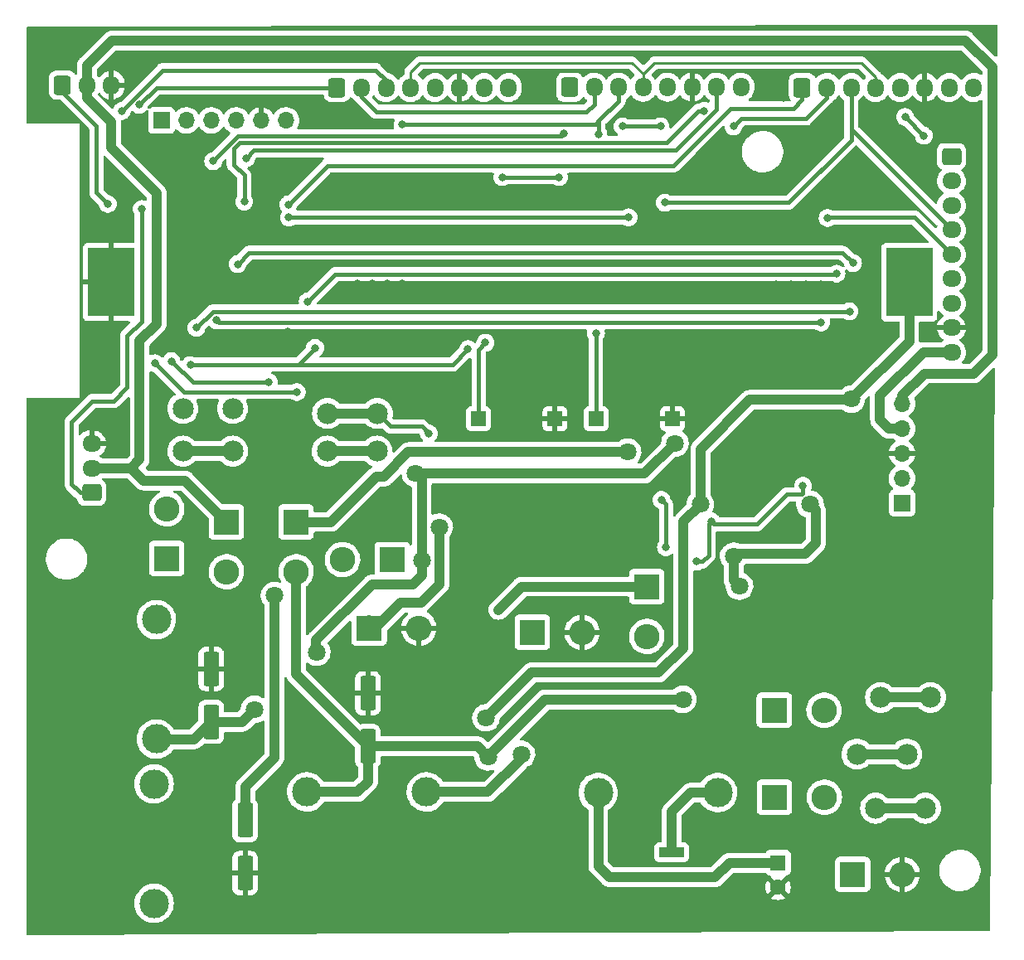
<source format=gbl>
%TF.GenerationSoftware,KiCad,Pcbnew,(6.0.4)*%
%TF.CreationDate,2022-05-20T17:10:54-05:00*%
%TF.ProjectId,Easyrun,45617379-7275-46e2-9e6b-696361645f70,rev?*%
%TF.SameCoordinates,Original*%
%TF.FileFunction,Copper,L2,Bot*%
%TF.FilePolarity,Positive*%
%FSLAX46Y46*%
G04 Gerber Fmt 4.6, Leading zero omitted, Abs format (unit mm)*
G04 Created by KiCad (PCBNEW (6.0.4)) date 2022-05-20 17:10:54*
%MOMM*%
%LPD*%
G01*
G04 APERTURE LIST*
G04 Aperture macros list*
%AMRoundRect*
0 Rectangle with rounded corners*
0 $1 Rounding radius*
0 $2 $3 $4 $5 $6 $7 $8 $9 X,Y pos of 4 corners*
0 Add a 4 corners polygon primitive as box body*
4,1,4,$2,$3,$4,$5,$6,$7,$8,$9,$2,$3,0*
0 Add four circle primitives for the rounded corners*
1,1,$1+$1,$2,$3*
1,1,$1+$1,$4,$5*
1,1,$1+$1,$6,$7*
1,1,$1+$1,$8,$9*
0 Add four rect primitives between the rounded corners*
20,1,$1+$1,$2,$3,$4,$5,0*
20,1,$1+$1,$4,$5,$6,$7,0*
20,1,$1+$1,$6,$7,$8,$9,0*
20,1,$1+$1,$8,$9,$2,$3,0*%
G04 Aperture macros list end*
%TA.AperFunction,ComponentPad*%
%ADD10RoundRect,0.250000X-0.600000X-0.725000X0.600000X-0.725000X0.600000X0.725000X-0.600000X0.725000X0*%
%TD*%
%TA.AperFunction,ComponentPad*%
%ADD11O,1.700000X1.950000*%
%TD*%
%TA.AperFunction,ComponentPad*%
%ADD12R,2.600000X2.600000*%
%TD*%
%TA.AperFunction,ComponentPad*%
%ADD13O,2.600000X2.600000*%
%TD*%
%TA.AperFunction,ComponentPad*%
%ADD14C,2.145000*%
%TD*%
%TA.AperFunction,ComponentPad*%
%ADD15C,3.000000*%
%TD*%
%TA.AperFunction,ComponentPad*%
%ADD16RoundRect,0.250000X-0.725000X0.600000X-0.725000X-0.600000X0.725000X-0.600000X0.725000X0.600000X0*%
%TD*%
%TA.AperFunction,ComponentPad*%
%ADD17O,1.950000X1.700000*%
%TD*%
%TA.AperFunction,ComponentPad*%
%ADD18R,1.600000X1.600000*%
%TD*%
%TA.AperFunction,ComponentPad*%
%ADD19C,1.600000*%
%TD*%
%TA.AperFunction,ComponentPad*%
%ADD20RoundRect,0.250000X0.725000X-0.600000X0.725000X0.600000X-0.725000X0.600000X-0.725000X-0.600000X0*%
%TD*%
%TA.AperFunction,ComponentPad*%
%ADD21R,1.700000X1.700000*%
%TD*%
%TA.AperFunction,ComponentPad*%
%ADD22O,1.700000X1.700000*%
%TD*%
%TA.AperFunction,SMDPad,CuDef*%
%ADD23R,4.700000X7.000000*%
%TD*%
%TA.AperFunction,SMDPad,CuDef*%
%ADD24RoundRect,0.250000X0.550000X-1.500000X0.550000X1.500000X-0.550000X1.500000X-0.550000X-1.500000X0*%
%TD*%
%TA.AperFunction,SMDPad,CuDef*%
%ADD25RoundRect,0.250000X-0.550000X1.500000X-0.550000X-1.500000X0.550000X-1.500000X0.550000X1.500000X0*%
%TD*%
%TA.AperFunction,SMDPad,CuDef*%
%ADD26R,1.500000X1.500000*%
%TD*%
%TA.AperFunction,SMDPad,CuDef*%
%ADD27R,2.510000X1.000000*%
%TD*%
%TA.AperFunction,ViaPad*%
%ADD28C,0.800000*%
%TD*%
%TA.AperFunction,ViaPad*%
%ADD29C,1.800000*%
%TD*%
%TA.AperFunction,Conductor*%
%ADD30C,0.420000*%
%TD*%
%TA.AperFunction,Conductor*%
%ADD31C,1.000000*%
%TD*%
%TA.AperFunction,Conductor*%
%ADD32C,0.250000*%
%TD*%
G04 APERTURE END LIST*
D10*
%TO.P,J_Lector_2,1,Pin_1*%
%TO.N,/CS_Lector2*%
X182014000Y-57035500D03*
D11*
%TO.P,J_Lector_2,2,Pin_2*%
%TO.N,/SCK*%
X184514000Y-57035500D03*
%TO.P,J_Lector_2,3,Pin_3*%
%TO.N,/MOSI*%
X187014000Y-57035500D03*
%TO.P,J_Lector_2,4,Pin_4*%
%TO.N,/MISO*%
X189514000Y-57035500D03*
%TO.P,J_Lector_2,5,Pin_5*%
%TO.N,unconnected-(J_Lector_2-Pad5)*%
X192014000Y-57035500D03*
%TO.P,J_Lector_2,6,Pin_6*%
%TO.N,GND*%
X194514000Y-57035500D03*
%TO.P,J_Lector_2,7,Pin_7*%
%TO.N,/Rst_2*%
X197014000Y-57035500D03*
%TO.P,J_Lector_2,8,Pin_8*%
%TO.N,+3V3*%
X199514000Y-57035500D03*
%TD*%
D12*
%TO.P,D1,1,K*%
%TO.N,/PowerModule/Buck3v3/v_in*%
X140157600Y-105252200D03*
D13*
%TO.P,D1,2,A*%
%TO.N,/PowerModule/Boost5v0*%
X135077600Y-105252200D03*
%TD*%
D10*
%TO.P,J_Lector_1,1,Pin_1*%
%TO.N,/CS_Lector1*%
X158265000Y-56997500D03*
D11*
%TO.P,J_Lector_1,2,Pin_2*%
%TO.N,/SCK*%
X160765000Y-56997500D03*
%TO.P,J_Lector_1,3,Pin_3*%
%TO.N,/MOSI*%
X163265000Y-56997500D03*
%TO.P,J_Lector_1,4,Pin_4*%
%TO.N,/MISO*%
X165765000Y-56997500D03*
%TO.P,J_Lector_1,5,Pin_5*%
%TO.N,unconnected-(J_Lector_1-Pad5)*%
X168265000Y-56997500D03*
%TO.P,J_Lector_1,6,Pin_6*%
%TO.N,GND*%
X170765000Y-56997500D03*
%TO.P,J_Lector_1,7,Pin_7*%
%TO.N,/Rst_1*%
X173265000Y-56997500D03*
%TO.P,J_Lector_1,8,Pin_8*%
%TO.N,+3V3*%
X175765000Y-56997500D03*
%TD*%
D12*
%TO.P,DFly1,1,K*%
%TO.N,Net-(DFly1-Pad1)*%
X187157200Y-137408600D03*
D13*
%TO.P,DFly1,2,A*%
%TO.N,GND*%
X192237200Y-137408600D03*
%TD*%
D14*
%TO.P,J_gnd1,1,P1*%
%TO.N,/PowerModule/R_Gnd*%
X192694400Y-125115000D03*
%TO.P,J_gnd1,2,P1*%
X187614400Y-125115000D03*
%TD*%
D15*
%TO.P,LB3,1,1*%
%TO.N,Net-(DB3-Pad1)*%
X116075000Y-111375000D03*
%TO.P,LB3,2,2*%
%TO.N,+3V3*%
X116075000Y-123575000D03*
%TD*%
%TO.P,Lb1,1,1*%
%TO.N,/PowerModule/Battery Charge/Vo_bat*%
X115834000Y-128163000D03*
%TO.P,Lb1,2,2*%
%TO.N,Net-(DBoo1-Pad2)*%
X115834000Y-140363000D03*
%TD*%
D12*
%TO.P,D3,1,K*%
%TO.N,+5V*%
X123220000Y-101405000D03*
D13*
%TO.P,D3,2,A*%
%TO.N,/PowerModule/Boost5v0*%
X123220000Y-106485000D03*
%TD*%
D10*
%TO.P,J_Lector_3,1,Pin_1*%
%TO.N,/CS_Lector3*%
X134516000Y-57035500D03*
D11*
%TO.P,J_Lector_3,2,Pin_2*%
%TO.N,/SCK*%
X137016000Y-57035500D03*
%TO.P,J_Lector_3,3,Pin_3*%
%TO.N,/MOSI*%
X139516000Y-57035500D03*
%TO.P,J_Lector_3,4,Pin_4*%
%TO.N,/MISO*%
X142016000Y-57035500D03*
%TO.P,J_Lector_3,5,Pin_5*%
%TO.N,unconnected-(J_Lector_3-Pad5)*%
X144516000Y-57035500D03*
%TO.P,J_Lector_3,6,Pin_6*%
%TO.N,GND*%
X147016000Y-57035500D03*
%TO.P,J_Lector_3,7,Pin_7*%
%TO.N,/Rst_3*%
X149516000Y-57035500D03*
%TO.P,J_Lector_3,8,Pin_8*%
%TO.N,+3V3*%
X152016000Y-57035500D03*
%TD*%
D14*
%TO.P,B1_1,1,P1*%
%TO.N,/Butt_No_D*%
X118780400Y-89809000D03*
%TO.P,B1_1,2,P1*%
X123860400Y-89809000D03*
%TD*%
D16*
%TO.P,J_Display1,1,Pin_1*%
%TO.N,/MISO*%
X197257500Y-64070000D03*
D17*
%TO.P,J_Display1,2,Pin_2*%
%TO.N,+3V3*%
X197257500Y-66570000D03*
%TO.P,J_Display1,3,Pin_3*%
%TO.N,/SCK*%
X197257500Y-69070000D03*
%TO.P,J_Display1,4,Pin_4*%
%TO.N,/MOSI*%
X197257500Y-71570000D03*
%TO.P,J_Display1,5,Pin_5*%
%TO.N,/D{slash}C*%
X197257500Y-74070000D03*
%TO.P,J_Display1,6,Pin_6*%
%TO.N,/Rst_D*%
X197257500Y-76570000D03*
%TO.P,J_Display1,7,Pin_7*%
%TO.N,/CS_Display*%
X197257500Y-79070000D03*
%TO.P,J_Display1,8,Pin_8*%
%TO.N,GND*%
X197257500Y-81570000D03*
%TO.P,J_Display1,9,Pin_9*%
%TO.N,+3V3*%
X197257500Y-84070000D03*
%TD*%
D14*
%TO.P,J_Tap_1,1,P1*%
%TO.N,/PowerModule/Tap_1*%
X194594000Y-130633000D03*
%TO.P,J_Tap_1,2,P1*%
X189514000Y-130633000D03*
%TD*%
%TO.P,B2_1,1,P1*%
%TO.N,/Butt_D*%
X133553200Y-90322400D03*
%TO.P,B2_1,2,P1*%
X138633200Y-90322400D03*
%TD*%
%TO.P,B2,1,P1*%
%TO.N,+3V3*%
X133512400Y-94177800D03*
%TO.P,B2,2,P1*%
X138592400Y-94177800D03*
%TD*%
D12*
%TO.P,DBoo1,1,K*%
%TO.N,/PowerModule/Boost5v0*%
X117124000Y-105145000D03*
D13*
%TO.P,DBoo1,2,A*%
%TO.N,Net-(DBoo1-Pad2)*%
X117124000Y-100065000D03*
%TD*%
D12*
%TO.P,D2,1,K*%
%TO.N,/PowerModule/Buck3v3/v_in*%
X166146000Y-108009000D03*
D13*
%TO.P,D2,2,A*%
%TO.N,/PowerModule/Vo_rec*%
X166146000Y-113089000D03*
%TD*%
D15*
%TO.P,LB5,1,1*%
%TO.N,Net-(DB5-Pad1)*%
X143625600Y-128975800D03*
%TO.P,LB5,2,2*%
%TO.N,/PowerModule/Buck5v0*%
X131425600Y-128975800D03*
%TD*%
D18*
%TO.P,Crec1,1*%
%TO.N,/PowerModule/Vo_rec*%
X179534000Y-136211621D03*
D19*
%TO.P,Crec1,2*%
%TO.N,GND*%
X179534000Y-138711621D03*
%TD*%
D12*
%TO.P,D_S1,1,K*%
%TO.N,Net-(DFly1-Pad1)*%
X179188000Y-129520000D03*
D13*
%TO.P,D_S1,2,A*%
%TO.N,/PowerModule/Tap_1*%
X184268000Y-129520000D03*
%TD*%
D14*
%TO.P,B1,1,P1*%
%TO.N,+3V3*%
X118780400Y-94177800D03*
%TO.P,B1,2,P1*%
X123860400Y-94177800D03*
%TD*%
D20*
%TO.P,J_M2,1,Pin_1*%
%TO.N,/PWM_M2*%
X109465000Y-98405000D03*
D17*
%TO.P,J_M2,2,Pin_2*%
%TO.N,+5V*%
X109465000Y-95905000D03*
%TO.P,J_M2,3,Pin_3*%
%TO.N,GND*%
X109465000Y-93405000D03*
%TD*%
D21*
%TO.P,J_I2C1,1,Pin_1*%
%TO.N,/I2C2*%
X192206000Y-99481000D03*
D22*
%TO.P,J_I2C1,2,Pin_2*%
%TO.N,/I2C1*%
X192206000Y-96941000D03*
%TO.P,J_I2C1,3,Pin_3*%
%TO.N,GND*%
X192206000Y-94401000D03*
%TO.P,J_I2C1,4,Pin_4*%
%TO.N,+3V3*%
X192206000Y-91861000D03*
%TO.P,J_I2C1,5,Pin_5*%
%TO.N,+5V*%
X192206000Y-89321000D03*
%TD*%
D10*
%TO.P,J_M1,1,Pin_1*%
%TO.N,/PWM_M1*%
X106476000Y-56781500D03*
D11*
%TO.P,J_M1,2,Pin_2*%
%TO.N,+5V*%
X108976000Y-56781500D03*
%TO.P,J_M1,3,Pin_3*%
%TO.N,GND*%
X111476000Y-56781500D03*
%TD*%
D21*
%TO.P,J_prog1,1,Pin_1*%
%TO.N,unconnected-(J_prog1-Pad1)*%
X116596000Y-60402000D03*
D22*
%TO.P,J_prog1,2,Pin_2*%
%TO.N,unconnected-(J_prog1-Pad2)*%
X119136000Y-60402000D03*
%TO.P,J_prog1,3,Pin_3*%
%TO.N,/Prog_Rx*%
X121676000Y-60402000D03*
%TO.P,J_prog1,4,Pin_4*%
%TO.N,/Prog_Tx*%
X124216000Y-60402000D03*
%TO.P,J_prog1,5,Pin_5*%
%TO.N,GND*%
X126756000Y-60402000D03*
%TO.P,J_prog1,6,Pin_6*%
%TO.N,unconnected-(J_prog1-Pad6)*%
X129296000Y-60402000D03*
%TD*%
D12*
%TO.P,DB3,1,K*%
%TO.N,Net-(DB3-Pad1)*%
X137789200Y-112262600D03*
D13*
%TO.P,DB3,2,A*%
%TO.N,GND*%
X142869200Y-112262600D03*
%TD*%
D12*
%TO.P,DB5,1,K*%
%TO.N,Net-(DB5-Pad1)*%
X154451600Y-112669000D03*
D13*
%TO.P,DB5,2,A*%
%TO.N,GND*%
X159531600Y-112669000D03*
%TD*%
D15*
%TO.P,Lrec1,1,1*%
%TO.N,Net-(DFly1-Pad1)*%
X173390000Y-129042000D03*
%TO.P,Lrec1,2,2*%
%TO.N,/PowerModule/Vo_rec*%
X161190000Y-129042000D03*
%TD*%
D12*
%TO.P,D4,1,K*%
%TO.N,+5V*%
X130332000Y-101405000D03*
D13*
%TO.P,D4,2,A*%
%TO.N,/PowerModule/Buck5v0*%
X130332000Y-106485000D03*
%TD*%
D14*
%TO.P,J_Tap_2,1,P1*%
%TO.N,/PowerModule/Tab_2*%
X195102000Y-119333000D03*
%TO.P,J_Tap_2,2,P1*%
X190022000Y-119333000D03*
%TD*%
D12*
%TO.P,D_S2,1,K*%
%TO.N,Net-(DFly1-Pad1)*%
X179166000Y-120630000D03*
D13*
%TO.P,D_S2,2,A*%
%TO.N,/PowerModule/Tab_2*%
X184246000Y-120630000D03*
%TD*%
D23*
%TO.P,BT1,1,+*%
%TO.N,/PowerModule/Battery Charge/Vo_bat*%
X192941800Y-76911200D03*
%TO.P,BT1,2,-*%
%TO.N,GND*%
X111451800Y-76897200D03*
%TD*%
D24*
%TO.P,CB5,1*%
%TO.N,/PowerModule/Buck5v0*%
X137678000Y-124309800D03*
%TO.P,CB5,2*%
%TO.N,GND*%
X137678000Y-118909800D03*
%TD*%
D25*
%TO.P,C_b1,1*%
%TO.N,/PowerModule/Boost5v0*%
X125130400Y-131863800D03*
%TO.P,C_b1,2*%
%TO.N,GND*%
X125130400Y-137263800D03*
%TD*%
D26*
%TO.P,BRst1,1*%
%TO.N,GND*%
X156767200Y-90875800D03*
%TO.P,BRst1,2*%
%TO.N,Net-(BRst1-Pad2)*%
X148967200Y-90875800D03*
%TD*%
%TO.P,BProg1,1*%
%TO.N,Net-(BProg1-Pad1)*%
X160956000Y-90875800D03*
%TO.P,BProg1,2*%
%TO.N,GND*%
X168756000Y-90875800D03*
%TD*%
D27*
%TO.P,SWRec1,1*%
%TO.N,Net-(DFly1-Pad1)*%
X168691000Y-135138000D03*
%TO.P,SWRec1,2*%
%TO.N,/PowerModule/Vo_rec*%
X165381000Y-137678000D03*
%TD*%
D24*
%TO.P,CB3,1*%
%TO.N,+3V3*%
X121676000Y-121820600D03*
%TO.P,CB3,2*%
%TO.N,GND*%
X121676000Y-116420600D03*
%TD*%
D28*
%TO.N,GND*%
X176123600Y-71526400D03*
X158089600Y-68884800D03*
X188200000Y-116800000D03*
X138785600Y-83667600D03*
X127508000Y-53848000D03*
X147400000Y-108800000D03*
X176123600Y-72440800D03*
X198500000Y-91300000D03*
X138300000Y-134450000D03*
X138734800Y-101803200D03*
X136725000Y-134425000D03*
X117652800Y-79248000D03*
X173837600Y-66192400D03*
X170078400Y-77368400D03*
X109800000Y-71200000D03*
X142675000Y-116475000D03*
X128422400Y-82397600D03*
X188200000Y-115800000D03*
X137718800Y-101803200D03*
X157475000Y-101975000D03*
X108900000Y-132400000D03*
X138125000Y-78650000D03*
X165200000Y-102000000D03*
X129159000Y-64770000D03*
X107050000Y-53675000D03*
X168000000Y-140200000D03*
X139446000Y-67665600D03*
X157480000Y-68122800D03*
X121600000Y-72400000D03*
X142595600Y-67665600D03*
X144170400Y-83667600D03*
X168725000Y-84625000D03*
X170000000Y-124200000D03*
X142697200Y-71729600D03*
X155775000Y-100450000D03*
X128143000Y-64770000D03*
X130775000Y-90350000D03*
X144225000Y-119550000D03*
X165963600Y-59080400D03*
X189200000Y-116800000D03*
X171750000Y-86375000D03*
X199847200Y-130606800D03*
X200050000Y-94375000D03*
X162407600Y-67868800D03*
X167200000Y-83025000D03*
X162204400Y-113080800D03*
X105550000Y-135450000D03*
X152400000Y-136200000D03*
X162204400Y-110794800D03*
X167967730Y-125168076D03*
X105550000Y-133975000D03*
X131400000Y-65400000D03*
X154686000Y-78384400D03*
X116400000Y-90400000D03*
X141579600Y-68681600D03*
X152375000Y-137800000D03*
X169824400Y-71628000D03*
X155725000Y-103525000D03*
X154075000Y-86350000D03*
X155092400Y-56692800D03*
X105625000Y-119800000D03*
X155803600Y-78384400D03*
X171750000Y-83050000D03*
X154050000Y-83025000D03*
X177596800Y-95199200D03*
X137769600Y-83616800D03*
X168700000Y-83025000D03*
X136750000Y-137750000D03*
X196725000Y-95850000D03*
X135225000Y-136000000D03*
X169824400Y-72491600D03*
X180875000Y-78700000D03*
X140512800Y-68681600D03*
X198450000Y-95825000D03*
X140512800Y-67665600D03*
X159075000Y-100450000D03*
X196400000Y-60800000D03*
X108950000Y-119800000D03*
X144170400Y-82499200D03*
X109800000Y-72200000D03*
X128676400Y-53848000D03*
X184251600Y-123952000D03*
X149325000Y-137750000D03*
X142650000Y-118050000D03*
X104000000Y-53625000D03*
X130175000Y-72644000D03*
X199847200Y-129641600D03*
X130800000Y-93975000D03*
X187553600Y-71526400D03*
X108950000Y-118325000D03*
X177139600Y-71526400D03*
X136600000Y-60400000D03*
X158648400Y-71678800D03*
X171704000Y-65125600D03*
X108975000Y-115250000D03*
X158648400Y-72644000D03*
X180850000Y-77100000D03*
X177596800Y-94183200D03*
X183235600Y-123952000D03*
X136600000Y-78625000D03*
X196750000Y-92825000D03*
X141150000Y-77075000D03*
X179350000Y-77100000D03*
X187553600Y-72491600D03*
X139775000Y-137775000D03*
X168910000Y-72542400D03*
X182219600Y-123952000D03*
X145237200Y-82499200D03*
X168550000Y-78625000D03*
X107075000Y-52075000D03*
X197358000Y-60807600D03*
X144250000Y-118025000D03*
X177139600Y-72440800D03*
X150850000Y-139500000D03*
X171550000Y-78650000D03*
X142650000Y-119550000D03*
X157075000Y-84650000D03*
X110800000Y-72200000D03*
X169000000Y-124200000D03*
X152550000Y-84600000D03*
X129438400Y-81991200D03*
X105575000Y-132425000D03*
X157450000Y-103500000D03*
X191450000Y-102025000D03*
X153875000Y-139525000D03*
X183900000Y-77125000D03*
X179350000Y-78675000D03*
X155625000Y-83050000D03*
X168000000Y-124200000D03*
X176428400Y-95250000D03*
X144275000Y-115025000D03*
X142675000Y-115000000D03*
X131064000Y-72644000D03*
X200075000Y-91300000D03*
X149325000Y-136175000D03*
X189950000Y-103625000D03*
X172262800Y-112572800D03*
X134569200Y-59436000D03*
X105525000Y-53650000D03*
X188518800Y-71526400D03*
X161493200Y-66649600D03*
X149325000Y-139475000D03*
X129794000Y-53898800D03*
X107275000Y-135425000D03*
X170000000Y-140200000D03*
X197713600Y-129641600D03*
X194437000Y-81407000D03*
X153850000Y-137800000D03*
X135225000Y-137725000D03*
X136750000Y-136025000D03*
X152400000Y-139525000D03*
X162204400Y-111912400D03*
X198780400Y-130657600D03*
X155750000Y-101975000D03*
X157500000Y-100450000D03*
X198475000Y-92825000D03*
X114427000Y-54991000D03*
X169000000Y-141200000D03*
X170250000Y-84650000D03*
X112928400Y-72186800D03*
X189200000Y-115800000D03*
X187200000Y-116800000D03*
X155600000Y-84650000D03*
X105675000Y-115250000D03*
X114427000Y-53975000D03*
X187200000Y-115800000D03*
X139446000Y-68681600D03*
X200075000Y-92800000D03*
X155803600Y-77419200D03*
X155725000Y-105000000D03*
X152400000Y-68122800D03*
X136702800Y-101803200D03*
X136600000Y-77050000D03*
X172770800Y-66192400D03*
X196725000Y-94375000D03*
X110800000Y-71200000D03*
X169000000Y-125200000D03*
X195400000Y-59800000D03*
X170075000Y-78650000D03*
X152550000Y-83025000D03*
X159050000Y-105000000D03*
X179200000Y-58000000D03*
X107350000Y-118300000D03*
X149400000Y-108800000D03*
X170000000Y-125200000D03*
X178765200Y-94183200D03*
X180086000Y-58064400D03*
X198450000Y-94350000D03*
X159075000Y-101950000D03*
X164200000Y-102000000D03*
X159050000Y-103525000D03*
X142595600Y-68630800D03*
X139775000Y-134450000D03*
X191425000Y-103625000D03*
X198780400Y-129641600D03*
X168000000Y-141200000D03*
X197662800Y-130657600D03*
X183286400Y-124866400D03*
X156006800Y-56692800D03*
X188518800Y-72491600D03*
X180000000Y-57200000D03*
X105650000Y-116775000D03*
X194437000Y-82550000D03*
X116400000Y-88000000D03*
X107300000Y-132425000D03*
X170275000Y-83050000D03*
X141579600Y-67665600D03*
X153009600Y-68986400D03*
X119684800Y-72085200D03*
X155092400Y-57658000D03*
X182400000Y-78725000D03*
X163779200Y-67868800D03*
X134823200Y-96367600D03*
X105625000Y-118325000D03*
X137769600Y-82448400D03*
X130962400Y-92100400D03*
X118313200Y-72034400D03*
X182425000Y-77125000D03*
X155625000Y-86375000D03*
X107350000Y-119775000D03*
X169000000Y-140200000D03*
X153875000Y-136200000D03*
X154075000Y-84625000D03*
X189975000Y-105350000D03*
X167025000Y-78600000D03*
X184251600Y-124866400D03*
X195400000Y-60800000D03*
X138275000Y-136050000D03*
X192887600Y-102057200D03*
X144275000Y-116500000D03*
X164200000Y-103000000D03*
X105500000Y-52050000D03*
X200050000Y-95850000D03*
X138100000Y-77050000D03*
X195453000Y-82550000D03*
X141125000Y-78675000D03*
X131064000Y-71755000D03*
X121600000Y-73400000D03*
X171725000Y-84650000D03*
X170000000Y-141200000D03*
X138785600Y-82448400D03*
X168725000Y-86350000D03*
X167081200Y-77266800D03*
X134600000Y-60400000D03*
X145288000Y-83667600D03*
X168910000Y-71628000D03*
X135737600Y-97129600D03*
X139750000Y-136050000D03*
X118770400Y-79248000D03*
X183875000Y-78725000D03*
X138300000Y-137775000D03*
X130175000Y-71755000D03*
X139650000Y-78675000D03*
X171704000Y-66192400D03*
X168452800Y-77317600D03*
X104000000Y-52050000D03*
X154686000Y-77419200D03*
X113411000Y-54991000D03*
X107375000Y-116775000D03*
X122800000Y-72400000D03*
X156006800Y-57658000D03*
X115443000Y-53975000D03*
X171602400Y-77368400D03*
X178765200Y-95199200D03*
X167200000Y-86325000D03*
X172212000Y-110236000D03*
X107400000Y-115250000D03*
X172720000Y-65125600D03*
X130200000Y-65400000D03*
X196400000Y-59800000D03*
X182270400Y-124866400D03*
X135534400Y-59436000D03*
X157100000Y-83050000D03*
X135225000Y-134425000D03*
X196775000Y-91300000D03*
X116459000Y-53975000D03*
X116393615Y-89191948D03*
X105600000Y-130900000D03*
X139675000Y-77075000D03*
X157100000Y-86375000D03*
X148400000Y-108800000D03*
X113411000Y-53975000D03*
X189975000Y-102025000D03*
X162763200Y-66649600D03*
X108975000Y-116750000D03*
X135600000Y-60400000D03*
X150825000Y-136175000D03*
X197358000Y-59791600D03*
X167200000Y-84600000D03*
X108875000Y-135450000D03*
X108875000Y-133975000D03*
X176428400Y-94183200D03*
X140157200Y-71729600D03*
X141376400Y-71729600D03*
X165200000Y-103000000D03*
X111800000Y-72200000D03*
X170275000Y-86375000D03*
X172262800Y-111353600D03*
X108900000Y-130900000D03*
X107275000Y-133950000D03*
X157450000Y-104975000D03*
X173837600Y-65125600D03*
X152550000Y-86325000D03*
X150850000Y-137775000D03*
X107325000Y-130900000D03*
%TO.N,Net-(BProg1-Pad1)*%
X157185200Y-66187000D03*
X151394000Y-66187000D03*
X160956000Y-82149800D03*
%TO.N,Net-(BRst1-Pad2)*%
X149666800Y-83103400D03*
D29*
%TO.N,/PowerModule/Battery Charge/Vo_bat*%
X187035200Y-88864200D03*
X171612400Y-99613400D03*
X149717600Y-121406600D03*
D28*
%TO.N,/En*%
X132272800Y-83631800D03*
X119532400Y-85394800D03*
X147888800Y-83763800D03*
D29*
%TO.N,+3V3*%
X142532100Y-96456500D03*
X169016200Y-93370400D03*
X143154400Y-105308400D03*
X126095600Y-120543000D03*
X132445600Y-114701000D03*
D28*
%TO.N,/Butt_D*%
X143891000Y-92379800D03*
D29*
%TO.N,/PowerModule/Buck5v0*%
X175016000Y-104917400D03*
X175615600Y-107950000D03*
X169834400Y-119527000D03*
X149948000Y-125396200D03*
X182811300Y-99611300D03*
D28*
%TO.N,/PowerModule/Buck3v3/v_in*%
X150987600Y-110383000D03*
D29*
%TO.N,/PowerModule/Boost5v0*%
X128127600Y-108909800D03*
%TO.N,+5V*%
X164185600Y-94279400D03*
%TO.N,Net-(DB3-Pad1)*%
X144957800Y-101930200D03*
%TO.N,Net-(DB5-Pad1)*%
X153348000Y-125137600D03*
D28*
%TO.N,/MISO*%
X194433050Y-61954550D03*
X192532000Y-60045600D03*
%TO.N,/SCK*%
X175000000Y-61000000D03*
X167549200Y-61000000D03*
X163688400Y-61000000D03*
%TO.N,/MOSI*%
X141200000Y-60800000D03*
X112524300Y-59438300D03*
X168000000Y-68800000D03*
X161200000Y-61800000D03*
%TO.N,/D{slash}C*%
X184607200Y-70358000D03*
X164292600Y-70301800D03*
X129600800Y-70301800D03*
%TO.N,/Rst_D*%
X124358400Y-75082400D03*
X187208000Y-74975400D03*
%TO.N,/CS_Display*%
X185521600Y-76047600D03*
X131521200Y-78892400D03*
%TO.N,/I2C2*%
X120157000Y-81574400D03*
X186852400Y-79903000D03*
%TO.N,/I2C1*%
X122224800Y-80822800D03*
X183946800Y-81026000D03*
%TO.N,/CS_Lector1*%
X121869200Y-64566800D03*
X157708600Y-61747400D03*
%TO.N,/Rst_1*%
X125237000Y-64251600D03*
%TO.N,/CS_Lector2*%
X129542300Y-68988700D03*
%TO.N,/Rst_2*%
X125037920Y-68685320D03*
X171997497Y-59424697D03*
%TO.N,/CS_Lector3*%
X114303203Y-58804203D03*
%TO.N,/PWM_M1*%
X111107300Y-68927900D03*
%TO.N,/PWM_M2*%
X114564000Y-69438200D03*
%TO.N,STDBY*%
X117602000Y-84988400D03*
X182092600Y-97713800D03*
X172730000Y-101336000D03*
X168097200Y-103987600D03*
X171246800Y-105460800D03*
X167647700Y-99153900D03*
X127558800Y-87172800D03*
%TO.N,CHRG*%
X115925600Y-85191600D03*
X130403600Y-88138000D03*
%TD*%
D30*
%TO.N,Net-(BProg1-Pad1)*%
X157185200Y-66187000D02*
X151394000Y-66187000D01*
X160956000Y-90875800D02*
X160956000Y-82149800D01*
X160956000Y-82149800D02*
X160944400Y-82138200D01*
%TO.N,Net-(BRst1-Pad2)*%
X148967200Y-83803000D02*
X149666800Y-83103400D01*
X148967200Y-90875800D02*
X148967200Y-83803000D01*
D31*
%TO.N,/PowerModule/Battery Charge/Vo_bat*%
X166430800Y-116783800D02*
X167345200Y-116783800D01*
X169885200Y-114243800D02*
X169885200Y-107487400D01*
X171612400Y-93974600D02*
X176641600Y-88945400D01*
X186954000Y-88945400D02*
X187035200Y-88864200D01*
X176641600Y-88945400D02*
X186954000Y-88945400D01*
X169885200Y-107487400D02*
X169885200Y-101391400D01*
X187035200Y-88864200D02*
X192941800Y-82957600D01*
X171637800Y-99638800D02*
X171612400Y-99613400D01*
X171612400Y-99613400D02*
X171612400Y-93974600D01*
X167345200Y-116783800D02*
X169834400Y-114294600D01*
X149717600Y-121406600D02*
X154340400Y-116783800D01*
X154340400Y-116783800D02*
X166430800Y-116783800D01*
X169885200Y-101391400D02*
X171637800Y-99638800D01*
X171637800Y-99638800D02*
X171663200Y-99613400D01*
X192941800Y-82957600D02*
X192941800Y-76911200D01*
X169834400Y-114294600D02*
X169885200Y-114243800D01*
D30*
%TO.N,/En*%
X146314000Y-85338600D02*
X147888800Y-83763800D01*
X119532400Y-85394800D02*
X119588600Y-85338600D01*
X130566000Y-85338600D02*
X146314000Y-85338600D01*
X130566000Y-85338600D02*
X132242400Y-83662200D01*
X119588600Y-85338600D02*
X130566000Y-85338600D01*
D31*
%TO.N,+3V3*%
X192206000Y-91861000D02*
X190856000Y-91861000D01*
X143154400Y-105308400D02*
X143154400Y-97078800D01*
X118780400Y-94177800D02*
X123860400Y-94177800D01*
X142250000Y-107792200D02*
X138084400Y-107792200D01*
X165900100Y-96456500D02*
X168986200Y-93370400D01*
X143154400Y-105308400D02*
X143154400Y-106887800D01*
X119901600Y-123595000D02*
X121676000Y-121820600D01*
X189965000Y-90970000D02*
X189965000Y-88495000D01*
X190856000Y-91861000D02*
X189965000Y-90970000D01*
X124818000Y-121820600D02*
X126095600Y-120543000D01*
X143154400Y-97078800D02*
X142532100Y-96456500D01*
X132394800Y-114650200D02*
X132445600Y-114701000D01*
X143154400Y-106887800D02*
X142250000Y-107792200D01*
X138084400Y-107792200D02*
X132394800Y-113481800D01*
X121676000Y-121820600D02*
X124818000Y-121820600D01*
X189965000Y-88495000D02*
X194390000Y-84070000D01*
X194390000Y-84070000D02*
X197257500Y-84070000D01*
X132394800Y-113481800D02*
X132394800Y-114650200D01*
X142532100Y-96456500D02*
X165900100Y-96456500D01*
X116088000Y-123595000D02*
X119901600Y-123595000D01*
X133512400Y-94177800D02*
X138592400Y-94177800D01*
D30*
%TO.N,/Butt_D*%
X143891000Y-92379800D02*
X143161200Y-91650000D01*
X138565800Y-90389800D02*
X138633200Y-90322400D01*
X139960800Y-91650000D02*
X138633200Y-90322400D01*
X143161200Y-91650000D02*
X139960800Y-91650000D01*
D31*
X133553200Y-90322400D02*
X138633200Y-90322400D01*
%TO.N,/PowerModule/Buck5v0*%
X155762800Y-119527000D02*
X169834400Y-119527000D01*
X175615600Y-107950000D02*
X175016000Y-107350400D01*
X182793400Y-99593400D02*
X182811300Y-99611300D01*
X175016000Y-107350400D02*
X175016000Y-104917400D01*
X131425600Y-128975800D02*
X136611200Y-128975800D01*
X182811300Y-99611300D02*
X183400000Y-100200000D01*
X183400000Y-100200000D02*
X183400000Y-103600000D01*
X182753000Y-99593400D02*
X182793400Y-99593400D01*
X149920800Y-125369000D02*
X155762800Y-119527000D01*
X137678000Y-127909000D02*
X137678000Y-124309800D01*
X148861600Y-124309800D02*
X149920800Y-125369000D01*
X136611200Y-128975800D02*
X137678000Y-127909000D01*
X137678000Y-124309800D02*
X148861600Y-124309800D01*
X182306600Y-104693400D02*
X175016000Y-104693400D01*
X130332000Y-116963800D02*
X130332000Y-106485000D01*
X183400000Y-103600000D02*
X182306600Y-104693400D01*
X175016000Y-104693400D02*
X175016000Y-104917400D01*
X137678000Y-124309800D02*
X130332000Y-116963800D01*
%TO.N,/PowerModule/Buck3v3/v_in*%
X150987600Y-110383000D02*
X153361600Y-108009000D01*
X153361600Y-108009000D02*
X166146000Y-108009000D01*
%TO.N,/PowerModule/Vo_rec*%
X179534000Y-136211621D02*
X174587379Y-136211621D01*
X161190000Y-129042000D02*
X161190000Y-136536600D01*
X162331400Y-137678000D02*
X165381000Y-137678000D01*
X173121000Y-137678000D02*
X165381000Y-137678000D01*
X161190000Y-136536600D02*
X162331400Y-137678000D01*
X174587379Y-136211621D02*
X173121000Y-137678000D01*
%TO.N,/PowerModule/Boost5v0*%
X125130400Y-131863800D02*
X125130400Y-128467800D01*
X127670400Y-125927800D02*
X128127600Y-125470600D01*
X125130400Y-128467800D02*
X127670400Y-125927800D01*
X128127600Y-125470600D02*
X128127600Y-108909800D01*
%TO.N,+5V*%
X138507603Y-96768600D02*
X133871203Y-101405000D01*
X111414400Y-63139000D02*
X111414400Y-60548200D01*
X198665000Y-52220000D02*
X201415000Y-54970000D01*
X116088000Y-67812600D02*
X111414400Y-63139000D01*
X199515000Y-86245000D02*
X194490000Y-86245000D01*
X113497200Y-95905000D02*
X114362311Y-95039889D01*
X114767200Y-97175000D02*
X118990000Y-97175000D01*
X111540000Y-52220000D02*
X198665000Y-52220000D01*
X116088000Y-81173000D02*
X116088000Y-67812600D01*
X141792800Y-94279400D02*
X139303600Y-96768600D01*
X201415000Y-54970000D02*
X201415000Y-84345000D01*
X118990000Y-97175000D02*
X123220000Y-101405000D01*
X113497200Y-95905000D02*
X114767200Y-97175000D01*
X192206000Y-88529000D02*
X192206000Y-89321000D01*
X108976000Y-58109800D02*
X108976000Y-56781500D01*
X133871203Y-101405000D02*
X130332000Y-101405000D01*
X114362311Y-82898689D02*
X116088000Y-81173000D01*
X108976000Y-54784000D02*
X111540000Y-52220000D01*
X108976000Y-56781500D02*
X108976000Y-54784000D01*
X164185600Y-94279400D02*
X141792800Y-94279400D01*
X201415000Y-84345000D02*
X199515000Y-86245000D01*
X114362311Y-95039889D02*
X114362311Y-82898689D01*
X111414400Y-60548200D02*
X108976000Y-58109800D01*
X194490000Y-86245000D02*
X192206000Y-88529000D01*
X109465000Y-95905000D02*
X113497200Y-95905000D01*
X139303600Y-96768600D02*
X138507603Y-96768600D01*
%TO.N,Net-(DB3-Pad1)*%
X138389200Y-112262600D02*
X137789200Y-112262600D01*
X144983200Y-101955600D02*
X144983200Y-107751400D01*
X137789200Y-111440200D02*
X137789200Y-112262600D01*
X144957800Y-101930200D02*
X144983200Y-101955600D01*
X141030800Y-109621000D02*
X138389200Y-112262600D01*
X144983200Y-107751400D02*
X143113600Y-109621000D01*
X143113600Y-109621000D02*
X141030800Y-109621000D01*
%TO.N,Net-(DB5-Pad1)*%
X153348000Y-125548600D02*
X149920800Y-128975800D01*
X149920800Y-128975800D02*
X143625600Y-128975800D01*
X153348000Y-125044200D02*
X153348000Y-125548600D01*
%TO.N,Net-(DFly1-Pad1)*%
X168691000Y-130982800D02*
X170631800Y-129042000D01*
X170631800Y-129042000D02*
X173390000Y-129042000D01*
X168691000Y-135138000D02*
X168691000Y-130982800D01*
%TO.N,/PowerModule/Tap_1*%
X189514000Y-130633000D02*
X194594000Y-130633000D01*
%TO.N,/PowerModule/Tab_2*%
X190022000Y-119333000D02*
X195102000Y-119333000D01*
%TO.N,/PowerModule/R_Gnd*%
X187614400Y-125115000D02*
X192694400Y-125115000D01*
D32*
%TO.N,/MISO*%
X142016000Y-55448200D02*
X142961200Y-54503000D01*
X164602000Y-54503000D02*
X165765000Y-55666000D01*
D30*
X192532000Y-60045600D02*
X192532000Y-60053500D01*
D32*
X189514000Y-55945400D02*
X189514000Y-57035500D01*
X166938800Y-54503000D02*
X188071600Y-54503000D01*
X165765000Y-55666000D02*
X165775800Y-55666000D01*
X165765000Y-55666000D02*
X165765000Y-56997500D01*
X165775800Y-55666000D02*
X166938800Y-54503000D01*
D30*
X192532000Y-60053500D02*
X194433050Y-61954550D01*
D32*
X188071600Y-54503000D02*
X189514000Y-55945400D01*
X142961200Y-54503000D02*
X164602000Y-54503000D01*
X142016000Y-57035500D02*
X142016000Y-55448200D01*
D30*
%TO.N,/SCK*%
X184514000Y-57035500D02*
X184514000Y-57486000D01*
X175600000Y-60400000D02*
X175000000Y-61000000D01*
X175800000Y-60200000D02*
X175600000Y-60400000D01*
X176000000Y-60200000D02*
X175800000Y-60200000D01*
X184514000Y-57035500D02*
X184514000Y-58086000D01*
X160765000Y-56997500D02*
X160765000Y-58735000D01*
X137016000Y-58016000D02*
X137016000Y-57035500D01*
X160765000Y-58735000D02*
X160000000Y-59500000D01*
X167549200Y-61000000D02*
X163688400Y-61000000D01*
X184514000Y-58086000D02*
X182400000Y-60200000D01*
X160000000Y-59500000D02*
X138500000Y-59500000D01*
X182400000Y-60200000D02*
X176000000Y-60200000D01*
X138500000Y-59500000D02*
X137016000Y-58016000D01*
%TO.N,/MOSI*%
X138440000Y-55265000D02*
X139516000Y-56341000D01*
X112532000Y-59430600D02*
X116697600Y-55265000D01*
X187014000Y-61326500D02*
X187014000Y-57035500D01*
X116697600Y-55265000D02*
X138440000Y-55265000D01*
X163265000Y-58392500D02*
X163265000Y-56997500D01*
X160857500Y-60800000D02*
X161328750Y-60328750D01*
X180800000Y-68600000D02*
X180600000Y-68800000D01*
X161200000Y-60457500D02*
X161328750Y-60328750D01*
X141200000Y-60800000D02*
X160857500Y-60800000D01*
X139516000Y-56341000D02*
X139516000Y-57035500D01*
X161328750Y-60328750D02*
X163265000Y-58392500D01*
X187014000Y-62386000D02*
X180800000Y-68600000D01*
X197257500Y-71570000D02*
X187014000Y-61326500D01*
X161200000Y-61800000D02*
X161200000Y-60457500D01*
X180600000Y-68800000D02*
X168000000Y-68800000D01*
X187014000Y-57035500D02*
X187014000Y-62386000D01*
%TO.N,/D{slash}C*%
X184663400Y-70301800D02*
X193489300Y-70301800D01*
X184607200Y-70358000D02*
X184663400Y-70301800D01*
X193489300Y-70301800D02*
X197257500Y-74070000D01*
X129600800Y-70301800D02*
X164292600Y-70301800D01*
%TO.N,/Rst_D*%
X187208000Y-74975400D02*
X186146600Y-73914000D01*
X125526800Y-73914000D02*
X124358400Y-75082400D01*
X186146600Y-73914000D02*
X125526800Y-73914000D01*
%TO.N,/CS_Display*%
X134315200Y-76098400D02*
X131521200Y-78892400D01*
X185470800Y-76098400D02*
X134315200Y-76098400D01*
X185521600Y-76047600D02*
X185470800Y-76098400D01*
%TO.N,/I2C2*%
X121828400Y-79903000D02*
X120157000Y-81574400D01*
X120157000Y-81574400D02*
X120152000Y-81579400D01*
X186852400Y-79903000D02*
X121828400Y-79903000D01*
%TO.N,/I2C1*%
X122428000Y-81026000D02*
X122224800Y-80822800D01*
X183946800Y-81026000D02*
X122428000Y-81026000D01*
%TO.N,/CS_Lector1*%
X157443720Y-62012280D02*
X157708600Y-61747400D01*
X121869200Y-64508066D02*
X124364986Y-62012280D01*
D32*
X121869200Y-64566800D02*
X121930674Y-64566800D01*
D30*
X121869200Y-64566800D02*
X121869200Y-64508066D01*
X124364986Y-62012280D02*
X157443720Y-62012280D01*
%TO.N,/Rst_1*%
X126039400Y-63449200D02*
X169117800Y-63449200D01*
X125232000Y-64256600D02*
X125237000Y-64251600D01*
X169117800Y-63449200D02*
X173265000Y-59302000D01*
X173265000Y-59302000D02*
X173265000Y-56997500D01*
X125237000Y-64251600D02*
X126039400Y-63449200D01*
%TO.N,/CS_Lector2*%
X182014000Y-58274600D02*
X182014000Y-57035500D01*
X168818400Y-65018600D02*
X174660400Y-59176600D01*
X174660400Y-59176600D02*
X181112000Y-59176600D01*
X133512400Y-65018600D02*
X168818400Y-65018600D01*
X129550000Y-68981000D02*
X133512400Y-65018600D01*
X181112000Y-59176600D02*
X182014000Y-58274600D01*
%TO.N,/Rst_2*%
X171997497Y-59424697D02*
X171415103Y-59424697D01*
X125037920Y-65992920D02*
X125037920Y-68685320D01*
X124571600Y-62681800D02*
X123962000Y-63291400D01*
X123962000Y-64917000D02*
X125037920Y-65992920D01*
X168158000Y-62681800D02*
X124571600Y-62681800D01*
X171415103Y-59424697D02*
X168158000Y-62681800D01*
X123962000Y-63291400D02*
X123962000Y-64917000D01*
%TO.N,/CS_Lector3*%
X114303203Y-58804203D02*
X114326797Y-58804203D01*
X116095500Y-57035500D02*
X134516000Y-57035500D01*
X114303203Y-58804203D02*
X114303203Y-58827797D01*
X114326797Y-58804203D02*
X116095500Y-57035500D01*
%TO.N,/PWM_M1*%
X109941200Y-67761800D02*
X109941200Y-67609400D01*
X106476000Y-57489400D02*
X109941200Y-60954600D01*
X106476000Y-56781500D02*
X106476000Y-57489400D01*
X111058800Y-68879400D02*
X109941200Y-67761800D01*
X109941200Y-60954600D02*
X109941200Y-67609400D01*
%TO.N,/PWM_M2*%
X108275600Y-98405000D02*
X108112400Y-98241800D01*
X113090800Y-87218200D02*
X113090800Y-82392200D01*
X113090800Y-82392200D02*
X114564000Y-80919000D01*
X114564000Y-80919000D02*
X114564000Y-69438200D01*
X111719200Y-89047000D02*
X113090800Y-87675400D01*
X109465000Y-98405000D02*
X108275600Y-98405000D01*
X107401200Y-97530600D02*
X107401200Y-97073400D01*
X108112400Y-98241800D02*
X107401200Y-97530600D01*
X108976000Y-89605800D02*
X109534800Y-89047000D01*
X113090800Y-87675400D02*
X113090800Y-87218200D01*
X107401200Y-91180600D02*
X108976000Y-89605800D01*
X107401200Y-97073400D02*
X107401200Y-91180600D01*
X109534800Y-89047000D02*
X111719200Y-89047000D01*
%TO.N,STDBY*%
X172730000Y-101336000D02*
X172466000Y-101600000D01*
X182092600Y-97713800D02*
X182092600Y-98450400D01*
X171805600Y-105460800D02*
X171246800Y-105460800D01*
X119786400Y-87172800D02*
X117602000Y-84988400D01*
X172466000Y-104800400D02*
X171805600Y-105460800D01*
X168097200Y-103987600D02*
X168097200Y-99603400D01*
X181945600Y-98597400D02*
X180451600Y-98597400D01*
X182092600Y-98450400D02*
X181945600Y-98597400D01*
X180451600Y-98597400D02*
X177403600Y-101645400D01*
X168097200Y-99603400D02*
X167647700Y-99153900D01*
X172466000Y-101600000D02*
X172466000Y-104800400D01*
X127558800Y-87172800D02*
X119786400Y-87172800D01*
X173039400Y-101645400D02*
X172730000Y-101336000D01*
X177403600Y-101645400D02*
X173039400Y-101645400D01*
%TO.N,CHRG*%
X118872000Y-88138000D02*
X115925600Y-85191600D01*
X130403600Y-88138000D02*
X118872000Y-88138000D01*
%TD*%
%TA.AperFunction,Conductor*%
%TO.N,GND*%
G36*
X201881407Y-50620242D02*
G01*
X201928008Y-50673804D01*
X201939500Y-50726377D01*
X201939500Y-53764075D01*
X201919498Y-53832196D01*
X201865842Y-53878689D01*
X201795568Y-53888793D01*
X201730988Y-53859299D01*
X201724405Y-53853170D01*
X199421855Y-51550621D01*
X199412753Y-51540478D01*
X199392897Y-51515782D01*
X199389032Y-51510975D01*
X199350578Y-51478708D01*
X199346931Y-51475528D01*
X199345119Y-51473885D01*
X199342925Y-51471691D01*
X199309651Y-51444358D01*
X199308853Y-51443696D01*
X199237526Y-51383846D01*
X199232856Y-51381278D01*
X199228739Y-51377897D01*
X199146914Y-51334023D01*
X199145755Y-51333394D01*
X199069619Y-51291538D01*
X199069611Y-51291535D01*
X199064213Y-51288567D01*
X199059131Y-51286955D01*
X199054437Y-51284438D01*
X198965469Y-51257238D01*
X198964441Y-51256918D01*
X198875694Y-51228765D01*
X198870398Y-51228171D01*
X198865302Y-51226613D01*
X198772743Y-51217210D01*
X198771607Y-51217089D01*
X198737992Y-51213319D01*
X198725270Y-51211892D01*
X198725266Y-51211892D01*
X198721773Y-51211500D01*
X198718246Y-51211500D01*
X198717261Y-51211445D01*
X198711581Y-51210998D01*
X198682175Y-51208011D01*
X198674663Y-51207248D01*
X198674661Y-51207248D01*
X198668538Y-51206626D01*
X198626259Y-51210623D01*
X198622891Y-51210941D01*
X198611033Y-51211500D01*
X111601850Y-51211500D01*
X111588242Y-51210763D01*
X111587662Y-51210700D01*
X111550612Y-51206675D01*
X111500570Y-51211053D01*
X111495788Y-51211379D01*
X111493310Y-51211500D01*
X111490231Y-51211500D01*
X111487177Y-51211799D01*
X111487166Y-51211800D01*
X111447529Y-51215687D01*
X111446215Y-51215809D01*
X111410688Y-51218917D01*
X111353587Y-51223913D01*
X111348468Y-51225400D01*
X111343167Y-51225920D01*
X111254166Y-51252791D01*
X111253033Y-51253126D01*
X111169586Y-51277370D01*
X111169582Y-51277372D01*
X111163664Y-51279091D01*
X111158932Y-51281544D01*
X111153831Y-51283084D01*
X111148388Y-51285978D01*
X111071740Y-51326731D01*
X111070574Y-51327343D01*
X110993547Y-51367271D01*
X110988074Y-51370108D01*
X110983911Y-51373431D01*
X110979204Y-51375934D01*
X110974429Y-51379828D01*
X110974428Y-51379829D01*
X110907102Y-51434739D01*
X110906075Y-51435567D01*
X110869792Y-51464531D01*
X110869787Y-51464536D01*
X110867028Y-51466738D01*
X110864527Y-51469239D01*
X110863809Y-51469881D01*
X110859461Y-51473594D01*
X110825938Y-51500935D01*
X110822015Y-51505677D01*
X110822013Y-51505679D01*
X110796703Y-51536273D01*
X110788713Y-51545053D01*
X108306621Y-54027145D01*
X108296478Y-54036247D01*
X108266975Y-54059968D01*
X108253378Y-54076172D01*
X108234709Y-54098421D01*
X108231528Y-54102069D01*
X108229885Y-54103881D01*
X108227691Y-54106075D01*
X108200358Y-54139349D01*
X108199696Y-54140147D01*
X108139846Y-54211474D01*
X108137278Y-54216144D01*
X108133897Y-54220261D01*
X108102860Y-54278145D01*
X108090023Y-54302086D01*
X108089394Y-54303245D01*
X108047538Y-54379381D01*
X108047535Y-54379389D01*
X108044567Y-54384787D01*
X108042955Y-54389869D01*
X108040438Y-54394563D01*
X108013238Y-54483531D01*
X108012918Y-54484559D01*
X107984765Y-54573306D01*
X107984171Y-54578602D01*
X107982613Y-54583698D01*
X107974059Y-54667911D01*
X107973218Y-54676187D01*
X107973089Y-54677393D01*
X107967500Y-54727227D01*
X107967500Y-54730754D01*
X107967445Y-54731739D01*
X107966998Y-54737419D01*
X107962626Y-54780462D01*
X107963206Y-54786593D01*
X107966941Y-54826109D01*
X107967500Y-54837967D01*
X107967500Y-55612610D01*
X107947498Y-55680731D01*
X107893842Y-55727224D01*
X107823568Y-55737328D01*
X107758988Y-55707834D01*
X107734356Y-55678913D01*
X107678332Y-55588380D01*
X107674478Y-55582152D01*
X107549303Y-55457195D01*
X107543072Y-55453354D01*
X107404968Y-55368225D01*
X107404966Y-55368224D01*
X107398738Y-55364385D01*
X107285353Y-55326777D01*
X107237389Y-55310868D01*
X107237387Y-55310868D01*
X107230861Y-55308703D01*
X107224025Y-55308003D01*
X107224022Y-55308002D01*
X107180969Y-55303591D01*
X107126400Y-55298000D01*
X105825600Y-55298000D01*
X105822354Y-55298337D01*
X105822350Y-55298337D01*
X105726692Y-55308262D01*
X105726688Y-55308263D01*
X105719834Y-55308974D01*
X105713298Y-55311155D01*
X105713296Y-55311155D01*
X105581194Y-55355228D01*
X105552054Y-55364950D01*
X105401652Y-55458022D01*
X105276695Y-55583197D01*
X105272855Y-55589427D01*
X105272854Y-55589428D01*
X105194092Y-55717204D01*
X105183885Y-55733762D01*
X105128203Y-55901639D01*
X105127503Y-55908475D01*
X105127502Y-55908478D01*
X105125696Y-55926106D01*
X105117500Y-56006100D01*
X105117500Y-57556900D01*
X105117837Y-57560146D01*
X105117837Y-57560150D01*
X105125991Y-57638732D01*
X105128474Y-57662666D01*
X105130655Y-57669202D01*
X105130655Y-57669204D01*
X105162405Y-57764370D01*
X105184450Y-57830446D01*
X105277522Y-57980848D01*
X105402697Y-58105805D01*
X105408927Y-58109645D01*
X105408928Y-58109646D01*
X105540292Y-58190620D01*
X105553262Y-58198615D01*
X105625852Y-58222692D01*
X105714611Y-58252132D01*
X105714613Y-58252132D01*
X105721139Y-58254297D01*
X105727975Y-58254997D01*
X105727978Y-58254998D01*
X105771031Y-58259409D01*
X105825600Y-58265000D01*
X106183298Y-58265000D01*
X106251419Y-58285002D01*
X106272393Y-58301905D01*
X109185795Y-61215307D01*
X109219821Y-61277619D01*
X109222700Y-61304402D01*
X109222700Y-67697771D01*
X109221267Y-67716721D01*
X109218250Y-67736553D01*
X109218843Y-67743845D01*
X109218843Y-67743848D01*
X109222285Y-67786160D01*
X109222700Y-67796375D01*
X109222700Y-67803751D01*
X109223125Y-67807395D01*
X109225805Y-67830387D01*
X109226238Y-67834762D01*
X109228911Y-67867626D01*
X109231833Y-67903546D01*
X109234086Y-67910500D01*
X109235136Y-67915759D01*
X109236364Y-67920954D01*
X109237211Y-67928216D01*
X109239706Y-67935089D01*
X109239706Y-67935090D01*
X109260777Y-67993138D01*
X109262202Y-67997292D01*
X109283467Y-68062933D01*
X109287264Y-68069191D01*
X109289498Y-68074070D01*
X109291880Y-68078827D01*
X109294377Y-68085705D01*
X109332256Y-68143479D01*
X109334557Y-68147127D01*
X109370384Y-68206169D01*
X109374098Y-68210374D01*
X109377397Y-68214109D01*
X109377385Y-68214120D01*
X109380497Y-68217630D01*
X109382230Y-68219703D01*
X109386240Y-68225819D01*
X109391547Y-68230846D01*
X109391550Y-68230850D01*
X109439436Y-68276212D01*
X109441878Y-68278590D01*
X110174296Y-69011008D01*
X110208322Y-69073320D01*
X110210511Y-69086930D01*
X110213758Y-69117828D01*
X110272773Y-69299456D01*
X110368260Y-69464844D01*
X110372678Y-69469751D01*
X110372679Y-69469752D01*
X110491155Y-69601333D01*
X110496047Y-69606766D01*
X110534090Y-69634406D01*
X110624334Y-69699972D01*
X110650548Y-69719018D01*
X110656576Y-69721702D01*
X110656578Y-69721703D01*
X110816131Y-69792740D01*
X110825012Y-69796694D01*
X110886464Y-69809756D01*
X111005356Y-69835028D01*
X111005361Y-69835028D01*
X111011813Y-69836400D01*
X111202787Y-69836400D01*
X111209239Y-69835028D01*
X111209244Y-69835028D01*
X111328136Y-69809756D01*
X111389588Y-69796694D01*
X111398469Y-69792740D01*
X111558022Y-69721703D01*
X111558024Y-69721702D01*
X111564052Y-69719018D01*
X111590267Y-69699972D01*
X111680510Y-69634406D01*
X111718553Y-69606766D01*
X111723445Y-69601333D01*
X111841921Y-69469752D01*
X111841922Y-69469751D01*
X111846340Y-69464844D01*
X111941827Y-69299456D01*
X112000842Y-69117828D01*
X112014975Y-68983365D01*
X112020114Y-68934465D01*
X112020804Y-68927900D01*
X112006671Y-68793435D01*
X112001532Y-68744535D01*
X112001532Y-68744533D01*
X112000842Y-68737972D01*
X111941827Y-68556344D01*
X111846340Y-68390956D01*
X111777720Y-68314745D01*
X111722975Y-68253945D01*
X111722974Y-68253944D01*
X111718553Y-68249034D01*
X111564052Y-68136782D01*
X111558024Y-68134098D01*
X111558022Y-68134097D01*
X111395619Y-68061791D01*
X111395618Y-68061791D01*
X111389588Y-68059106D01*
X111254690Y-68030432D01*
X111191793Y-67996281D01*
X110696605Y-67501093D01*
X110662579Y-67438781D01*
X110659700Y-67411998D01*
X110659700Y-64114725D01*
X110679702Y-64046604D01*
X110733358Y-64000111D01*
X110803632Y-63990007D01*
X110868212Y-64019501D01*
X110874795Y-64025630D01*
X115042595Y-68193430D01*
X115076621Y-68255742D01*
X115079500Y-68282525D01*
X115079500Y-68479215D01*
X115059498Y-68547336D01*
X115005842Y-68593829D01*
X114935568Y-68603933D01*
X114902252Y-68594322D01*
X114852323Y-68572092D01*
X114852315Y-68572089D01*
X114846288Y-68569406D01*
X114752887Y-68549553D01*
X114665944Y-68531072D01*
X114665939Y-68531072D01*
X114659487Y-68529700D01*
X114468513Y-68529700D01*
X114462061Y-68531072D01*
X114462056Y-68531072D01*
X114375113Y-68549553D01*
X114281712Y-68569406D01*
X114275682Y-68572091D01*
X114275681Y-68572091D01*
X114113278Y-68644397D01*
X114113276Y-68644398D01*
X114107248Y-68647082D01*
X114101907Y-68650962D01*
X114101906Y-68650963D01*
X114063654Y-68678755D01*
X113952747Y-68759334D01*
X113948326Y-68764244D01*
X113948325Y-68764245D01*
X113911328Y-68805335D01*
X113824960Y-68901256D01*
X113809577Y-68927900D01*
X113735113Y-69056876D01*
X113729473Y-69066644D01*
X113670458Y-69248272D01*
X113669768Y-69254833D01*
X113669768Y-69254835D01*
X113655215Y-69393300D01*
X113650496Y-69438200D01*
X113651186Y-69444765D01*
X113667697Y-69601855D01*
X113670458Y-69628128D01*
X113729473Y-69809756D01*
X113732776Y-69815478D01*
X113732777Y-69815479D01*
X113824960Y-69975144D01*
X113823820Y-69975802D01*
X113845294Y-70035985D01*
X113845500Y-70043180D01*
X113845500Y-72763200D01*
X113825498Y-72831321D01*
X113771842Y-72877814D01*
X113719500Y-72889200D01*
X111723915Y-72889200D01*
X111708676Y-72893675D01*
X111707471Y-72895065D01*
X111705800Y-72902748D01*
X111705800Y-80887084D01*
X111710275Y-80902323D01*
X111711665Y-80903528D01*
X111719348Y-80905199D01*
X113257497Y-80905199D01*
X113325618Y-80925201D01*
X113372111Y-80978857D01*
X113382215Y-81049131D01*
X113352721Y-81113711D01*
X113346593Y-81120294D01*
X112628020Y-81838868D01*
X112613605Y-81851255D01*
X112603352Y-81858800D01*
X112603347Y-81858804D01*
X112597449Y-81863145D01*
X112592706Y-81868728D01*
X112565215Y-81901087D01*
X112558285Y-81908603D01*
X112553080Y-81913808D01*
X112550817Y-81916669D01*
X112550812Y-81916674D01*
X112536448Y-81934830D01*
X112533659Y-81938231D01*
X112493711Y-81985252D01*
X112493708Y-81985256D01*
X112488972Y-81990831D01*
X112485645Y-81997347D01*
X112482679Y-82001794D01*
X112479873Y-82006337D01*
X112475331Y-82012078D01*
X112472232Y-82018709D01*
X112472230Y-82018712D01*
X112446108Y-82074605D01*
X112444180Y-82078551D01*
X112412779Y-82140046D01*
X112411040Y-82147155D01*
X112409178Y-82152161D01*
X112407492Y-82157231D01*
X112404392Y-82163862D01*
X112400919Y-82180561D01*
X112390333Y-82231452D01*
X112389362Y-82235740D01*
X112374290Y-82297334D01*
X112374289Y-82297340D01*
X112372956Y-82302788D01*
X112372609Y-82308387D01*
X112372608Y-82308391D01*
X112372367Y-82312282D01*
X112372300Y-82313362D01*
X112372285Y-82313361D01*
X112372003Y-82318035D01*
X112371762Y-82320737D01*
X112370273Y-82327895D01*
X112370471Y-82335207D01*
X112372254Y-82401104D01*
X112372300Y-82404512D01*
X112372300Y-87325596D01*
X112352298Y-87393717D01*
X112335396Y-87414691D01*
X111458493Y-88291595D01*
X111396180Y-88325620D01*
X111369397Y-88328500D01*
X109598836Y-88328500D01*
X109579885Y-88327067D01*
X109567280Y-88325149D01*
X109567277Y-88325149D01*
X109560047Y-88324049D01*
X109552755Y-88324642D01*
X109552752Y-88324642D01*
X109510427Y-88328085D01*
X109500212Y-88328500D01*
X109492849Y-88328500D01*
X109489214Y-88328924D01*
X109489211Y-88328924D01*
X109472640Y-88330856D01*
X109466234Y-88331603D01*
X109461863Y-88332036D01*
X109451870Y-88332848D01*
X109400353Y-88337038D01*
X109400350Y-88337039D01*
X109393054Y-88337632D01*
X109386090Y-88339888D01*
X109380856Y-88340934D01*
X109375655Y-88342163D01*
X109368384Y-88343011D01*
X109303481Y-88366570D01*
X109299321Y-88367998D01*
X109240627Y-88387012D01*
X109240625Y-88387013D01*
X109233667Y-88389267D01*
X109227409Y-88393065D01*
X109222533Y-88395297D01*
X109217776Y-88397679D01*
X109210895Y-88400177D01*
X109153150Y-88438036D01*
X109149462Y-88440363D01*
X109090432Y-88476183D01*
X109082491Y-88483197D01*
X109082480Y-88483185D01*
X109078970Y-88486297D01*
X109076897Y-88488030D01*
X109070781Y-88492040D01*
X109065754Y-88497347D01*
X109065750Y-88497350D01*
X109020388Y-88545236D01*
X109018010Y-88547678D01*
X106938423Y-90627265D01*
X106924011Y-90639651D01*
X106907849Y-90651545D01*
X106903106Y-90657128D01*
X106875615Y-90689487D01*
X106868685Y-90697003D01*
X106863480Y-90702208D01*
X106861217Y-90705069D01*
X106861212Y-90705074D01*
X106846848Y-90723230D01*
X106844059Y-90726631D01*
X106804111Y-90773652D01*
X106804108Y-90773656D01*
X106799372Y-90779231D01*
X106796045Y-90785747D01*
X106793079Y-90790194D01*
X106790273Y-90794737D01*
X106785731Y-90800478D01*
X106782632Y-90807109D01*
X106782630Y-90807112D01*
X106756508Y-90863005D01*
X106754580Y-90866951D01*
X106723179Y-90928446D01*
X106721440Y-90935555D01*
X106719578Y-90940561D01*
X106717892Y-90945631D01*
X106714792Y-90952262D01*
X106704160Y-91003377D01*
X106700733Y-91019852D01*
X106699762Y-91024140D01*
X106684690Y-91085734D01*
X106684689Y-91085740D01*
X106683356Y-91091188D01*
X106682700Y-91101762D01*
X106682685Y-91101761D01*
X106682403Y-91106435D01*
X106682162Y-91109137D01*
X106680673Y-91116295D01*
X106682041Y-91166833D01*
X106682654Y-91189504D01*
X106682700Y-91192912D01*
X106682700Y-97466571D01*
X106681267Y-97485521D01*
X106680349Y-97491558D01*
X106678250Y-97505353D01*
X106678843Y-97512645D01*
X106678843Y-97512648D01*
X106682285Y-97554960D01*
X106682700Y-97565175D01*
X106682700Y-97572551D01*
X106683125Y-97576195D01*
X106685805Y-97599187D01*
X106686238Y-97603562D01*
X106687683Y-97621329D01*
X106691833Y-97672346D01*
X106694086Y-97679300D01*
X106695136Y-97684559D01*
X106696364Y-97689754D01*
X106697211Y-97697016D01*
X106699706Y-97703889D01*
X106699706Y-97703890D01*
X106720777Y-97761938D01*
X106722202Y-97766092D01*
X106743467Y-97831733D01*
X106747264Y-97837991D01*
X106749498Y-97842870D01*
X106751880Y-97847627D01*
X106754377Y-97854505D01*
X106792256Y-97912279D01*
X106794557Y-97915927D01*
X106830384Y-97974969D01*
X106834098Y-97979174D01*
X106837397Y-97982909D01*
X106837385Y-97982920D01*
X106840497Y-97986430D01*
X106842230Y-97988503D01*
X106846240Y-97994619D01*
X106851547Y-97999646D01*
X106851550Y-97999650D01*
X106899436Y-98045012D01*
X106901878Y-98047390D01*
X107722265Y-98867777D01*
X107734651Y-98882189D01*
X107746545Y-98898351D01*
X107752128Y-98903094D01*
X107784487Y-98930585D01*
X107792003Y-98937515D01*
X107797208Y-98942720D01*
X107800084Y-98944995D01*
X107800088Y-98944999D01*
X107818229Y-98959352D01*
X107821609Y-98962123D01*
X107874231Y-99006828D01*
X107880749Y-99010157D01*
X107885198Y-99013124D01*
X107889736Y-99015926D01*
X107895479Y-99020470D01*
X107917459Y-99030743D01*
X107970702Y-99077704D01*
X107989436Y-99131886D01*
X107992474Y-99161166D01*
X108048450Y-99328946D01*
X108141522Y-99479348D01*
X108266697Y-99604305D01*
X108272927Y-99608145D01*
X108272928Y-99608146D01*
X108410090Y-99692694D01*
X108417262Y-99697115D01*
X108497005Y-99723564D01*
X108578611Y-99750632D01*
X108578613Y-99750632D01*
X108585139Y-99752797D01*
X108591975Y-99753497D01*
X108591978Y-99753498D01*
X108635031Y-99757909D01*
X108689600Y-99763500D01*
X110240400Y-99763500D01*
X110243646Y-99763163D01*
X110243650Y-99763163D01*
X110339308Y-99753238D01*
X110339312Y-99753237D01*
X110346166Y-99752526D01*
X110352702Y-99750345D01*
X110352704Y-99750345D01*
X110484806Y-99706272D01*
X110513946Y-99696550D01*
X110664348Y-99603478D01*
X110670946Y-99596869D01*
X110784134Y-99483483D01*
X110789305Y-99478303D01*
X110793146Y-99472072D01*
X110878275Y-99333968D01*
X110878276Y-99333966D01*
X110882115Y-99327738D01*
X110937797Y-99159861D01*
X110939043Y-99147706D01*
X110942909Y-99109969D01*
X110948500Y-99055400D01*
X110948500Y-97754600D01*
X110947617Y-97746088D01*
X110938238Y-97655692D01*
X110938237Y-97655688D01*
X110937526Y-97648834D01*
X110927440Y-97618601D01*
X110883868Y-97488002D01*
X110881550Y-97481054D01*
X110788478Y-97330652D01*
X110663303Y-97205695D01*
X110567693Y-97146760D01*
X110520200Y-97093988D01*
X110508776Y-97023916D01*
X110537050Y-96958792D01*
X110596044Y-96919293D01*
X110633809Y-96913500D01*
X113027274Y-96913500D01*
X113095395Y-96933502D01*
X113116369Y-96950404D01*
X114010349Y-97844383D01*
X114019451Y-97854527D01*
X114043168Y-97884025D01*
X114081656Y-97916320D01*
X114085275Y-97919478D01*
X114087090Y-97921124D01*
X114089275Y-97923309D01*
X114091655Y-97925264D01*
X114091665Y-97925273D01*
X114122436Y-97950549D01*
X114123451Y-97951391D01*
X114130622Y-97957408D01*
X114194674Y-98011154D01*
X114199348Y-98013723D01*
X114203461Y-98017102D01*
X114208898Y-98020017D01*
X114208899Y-98020018D01*
X114228068Y-98030296D01*
X114279050Y-98057632D01*
X114285247Y-98060955D01*
X114286377Y-98061568D01*
X114367987Y-98106433D01*
X114373069Y-98108045D01*
X114377763Y-98110562D01*
X114466731Y-98137762D01*
X114467759Y-98138082D01*
X114556506Y-98166235D01*
X114561802Y-98166829D01*
X114566898Y-98168387D01*
X114659457Y-98177790D01*
X114660593Y-98177911D01*
X114694208Y-98181681D01*
X114706930Y-98183108D01*
X114706934Y-98183108D01*
X114710427Y-98183500D01*
X114713954Y-98183500D01*
X114714939Y-98183555D01*
X114720619Y-98184002D01*
X114750025Y-98186989D01*
X114757537Y-98187752D01*
X114757539Y-98187752D01*
X114763662Y-98188374D01*
X114809308Y-98184059D01*
X114821167Y-98183500D01*
X116311075Y-98183500D01*
X116379196Y-98203502D01*
X116425689Y-98257158D01*
X116435793Y-98327432D01*
X116406299Y-98392012D01*
X116363826Y-98423926D01*
X116244763Y-98478815D01*
X116240854Y-98481378D01*
X116023881Y-98623631D01*
X116023876Y-98623635D01*
X116019968Y-98626197D01*
X116016476Y-98629314D01*
X115837979Y-98788629D01*
X115819426Y-98805188D01*
X115647544Y-99011854D01*
X115645121Y-99015847D01*
X115561775Y-99153197D01*
X115508096Y-99241656D01*
X115506287Y-99245970D01*
X115506285Y-99245974D01*
X115420965Y-99449441D01*
X115404148Y-99489545D01*
X115337981Y-99750077D01*
X115311050Y-100017526D01*
X115311274Y-100022192D01*
X115311274Y-100022197D01*
X115315376Y-100107580D01*
X115323947Y-100286019D01*
X115376388Y-100549656D01*
X115467220Y-100802646D01*
X115469432Y-100806762D01*
X115469433Y-100806765D01*
X115534480Y-100927823D01*
X115594450Y-101039431D01*
X115597241Y-101043168D01*
X115597245Y-101043175D01*
X115678887Y-101152506D01*
X115755281Y-101254810D01*
X115758590Y-101258090D01*
X115758595Y-101258096D01*
X115873157Y-101371662D01*
X115946180Y-101444050D01*
X115949942Y-101446808D01*
X115949945Y-101446811D01*
X116159183Y-101600230D01*
X116162954Y-101602995D01*
X116167089Y-101605171D01*
X116167093Y-101605173D01*
X116396698Y-101725975D01*
X116400840Y-101728154D01*
X116527055Y-101772230D01*
X116587116Y-101793204D01*
X116654613Y-101816775D01*
X116659206Y-101817647D01*
X116914109Y-101866042D01*
X116914112Y-101866042D01*
X116918698Y-101866913D01*
X117046370Y-101871929D01*
X117182625Y-101877283D01*
X117182630Y-101877283D01*
X117187293Y-101877466D01*
X117291607Y-101866042D01*
X117449844Y-101848713D01*
X117449850Y-101848712D01*
X117454497Y-101848203D01*
X117459021Y-101847012D01*
X117709918Y-101780956D01*
X117709920Y-101780955D01*
X117714441Y-101779765D01*
X117718738Y-101777919D01*
X117957120Y-101675502D01*
X117957122Y-101675501D01*
X117961414Y-101673657D01*
X118080071Y-101600230D01*
X118186017Y-101534669D01*
X118186021Y-101534666D01*
X118189990Y-101532210D01*
X118395149Y-101358530D01*
X118572382Y-101156434D01*
X118614181Y-101091451D01*
X118715269Y-100934291D01*
X118717797Y-100930361D01*
X118828199Y-100685278D01*
X118860909Y-100569297D01*
X118899893Y-100431072D01*
X118899894Y-100431069D01*
X118901163Y-100426568D01*
X118919047Y-100285989D01*
X118934688Y-100163045D01*
X118934688Y-100163041D01*
X118935086Y-100159915D01*
X118935652Y-100138322D01*
X118937488Y-100068160D01*
X118937571Y-100065000D01*
X118933432Y-100009298D01*
X118917996Y-99801592D01*
X118917996Y-99801591D01*
X118917650Y-99796937D01*
X118907762Y-99753238D01*
X118859361Y-99539331D01*
X118859360Y-99539326D01*
X118858327Y-99534763D01*
X118760902Y-99284238D01*
X118627518Y-99050864D01*
X118618356Y-99039241D01*
X118546559Y-98948168D01*
X118461105Y-98839769D01*
X118265317Y-98655591D01*
X118044457Y-98502374D01*
X118001882Y-98481378D01*
X117882501Y-98422506D01*
X117830252Y-98374438D01*
X117812285Y-98305752D01*
X117834304Y-98238256D01*
X117889319Y-98193380D01*
X117938229Y-98183500D01*
X118520075Y-98183500D01*
X118588196Y-98203502D01*
X118609170Y-98220405D01*
X121374595Y-100985829D01*
X121408621Y-101048141D01*
X121411500Y-101074924D01*
X121411500Y-102753134D01*
X121418255Y-102815316D01*
X121469385Y-102951705D01*
X121556739Y-103068261D01*
X121673295Y-103155615D01*
X121809684Y-103206745D01*
X121871866Y-103213500D01*
X124568134Y-103213500D01*
X124630316Y-103206745D01*
X124766705Y-103155615D01*
X124883261Y-103068261D01*
X124970615Y-102951705D01*
X125021745Y-102815316D01*
X125028500Y-102753134D01*
X125028500Y-100056866D01*
X125021745Y-99994684D01*
X124970615Y-99858295D01*
X124883261Y-99741739D01*
X124766705Y-99654385D01*
X124630316Y-99603255D01*
X124568134Y-99596500D01*
X122889925Y-99596500D01*
X122821804Y-99576498D01*
X122800830Y-99559595D01*
X119746855Y-96505621D01*
X119737753Y-96495478D01*
X119717897Y-96470782D01*
X119714032Y-96465975D01*
X119675578Y-96433708D01*
X119671931Y-96430528D01*
X119670119Y-96428885D01*
X119667925Y-96426691D01*
X119634651Y-96399358D01*
X119633853Y-96398696D01*
X119562526Y-96338846D01*
X119557856Y-96336278D01*
X119553739Y-96332897D01*
X119495351Y-96301590D01*
X119471914Y-96289023D01*
X119470755Y-96288394D01*
X119394619Y-96246538D01*
X119394611Y-96246535D01*
X119389213Y-96243567D01*
X119384131Y-96241955D01*
X119379437Y-96239438D01*
X119290469Y-96212238D01*
X119289441Y-96211918D01*
X119200694Y-96183765D01*
X119195398Y-96183171D01*
X119190302Y-96181613D01*
X119097743Y-96172210D01*
X119096607Y-96172089D01*
X119062992Y-96168319D01*
X119050270Y-96166892D01*
X119050266Y-96166892D01*
X119046773Y-96166500D01*
X119043246Y-96166500D01*
X119042261Y-96166445D01*
X119036581Y-96165998D01*
X119007175Y-96163011D01*
X118999663Y-96162248D01*
X118999661Y-96162248D01*
X118993538Y-96161626D01*
X118951259Y-96165623D01*
X118947891Y-96165941D01*
X118936033Y-96166500D01*
X115237126Y-96166500D01*
X115169005Y-96146498D01*
X115148031Y-96129595D01*
X115012530Y-95994094D01*
X114978504Y-95931782D01*
X114983569Y-95860967D01*
X115012530Y-95815904D01*
X115031690Y-95796744D01*
X115041833Y-95787642D01*
X115066529Y-95767786D01*
X115071336Y-95763921D01*
X115103603Y-95725467D01*
X115106783Y-95721820D01*
X115108426Y-95720008D01*
X115110620Y-95717814D01*
X115137953Y-95684540D01*
X115138659Y-95683689D01*
X115156310Y-95662654D01*
X115198465Y-95612415D01*
X115201033Y-95607745D01*
X115204414Y-95603628D01*
X115248326Y-95521731D01*
X115248935Y-95520609D01*
X115290777Y-95444500D01*
X115290779Y-95444495D01*
X115293744Y-95439102D01*
X115295355Y-95434024D01*
X115297874Y-95429326D01*
X115325064Y-95340391D01*
X115325447Y-95339161D01*
X115351682Y-95256459D01*
X115353546Y-95250583D01*
X115354139Y-95245292D01*
X115355699Y-95240191D01*
X115365106Y-95147578D01*
X115365226Y-95146458D01*
X115370811Y-95096662D01*
X115370811Y-95093133D01*
X115370866Y-95092150D01*
X115371315Y-95086445D01*
X115375063Y-95049553D01*
X115375063Y-95049550D01*
X115375685Y-95043426D01*
X115371370Y-94997777D01*
X115370811Y-94985920D01*
X115370811Y-94177800D01*
X117194511Y-94177800D01*
X117214036Y-94425888D01*
X117215190Y-94430695D01*
X117215191Y-94430701D01*
X117242929Y-94546238D01*
X117272130Y-94667867D01*
X117274023Y-94672438D01*
X117274024Y-94672440D01*
X117355001Y-94867934D01*
X117367363Y-94897779D01*
X117497389Y-95109962D01*
X117659007Y-95299193D01*
X117848238Y-95460811D01*
X118060421Y-95590837D01*
X118064991Y-95592730D01*
X118064995Y-95592732D01*
X118285688Y-95684146D01*
X118290333Y-95686070D01*
X118374494Y-95706275D01*
X118527499Y-95743009D01*
X118527505Y-95743010D01*
X118532312Y-95744164D01*
X118780400Y-95763689D01*
X119028488Y-95744164D01*
X119033295Y-95743010D01*
X119033301Y-95743009D01*
X119186306Y-95706275D01*
X119270467Y-95686070D01*
X119275112Y-95684146D01*
X119495805Y-95592732D01*
X119495809Y-95592730D01*
X119500379Y-95590837D01*
X119712562Y-95460811D01*
X119901793Y-95299193D01*
X119943496Y-95250365D01*
X119960488Y-95230470D01*
X120019938Y-95191660D01*
X120056299Y-95186300D01*
X122584501Y-95186300D01*
X122652622Y-95206302D01*
X122680312Y-95230470D01*
X122697304Y-95250365D01*
X122739007Y-95299193D01*
X122928238Y-95460811D01*
X123140421Y-95590837D01*
X123144991Y-95592730D01*
X123144995Y-95592732D01*
X123365688Y-95684146D01*
X123370333Y-95686070D01*
X123454494Y-95706275D01*
X123607499Y-95743009D01*
X123607505Y-95743010D01*
X123612312Y-95744164D01*
X123860400Y-95763689D01*
X124108488Y-95744164D01*
X124113295Y-95743010D01*
X124113301Y-95743009D01*
X124266306Y-95706275D01*
X124350467Y-95686070D01*
X124355112Y-95684146D01*
X124575805Y-95592732D01*
X124575809Y-95592730D01*
X124580379Y-95590837D01*
X124792562Y-95460811D01*
X124981793Y-95299193D01*
X125143411Y-95109962D01*
X125273437Y-94897779D01*
X125285800Y-94867934D01*
X125366776Y-94672440D01*
X125366777Y-94672438D01*
X125368670Y-94667867D01*
X125397871Y-94546238D01*
X125425609Y-94430701D01*
X125425610Y-94430695D01*
X125426764Y-94425888D01*
X125446289Y-94177800D01*
X125426764Y-93929712D01*
X125425037Y-93922516D01*
X125388229Y-93769202D01*
X125368670Y-93687733D01*
X125366776Y-93683160D01*
X125275332Y-93462395D01*
X125275330Y-93462391D01*
X125273437Y-93457821D01*
X125143411Y-93245638D01*
X124981793Y-93056407D01*
X124792562Y-92894789D01*
X124580379Y-92764763D01*
X124575809Y-92762870D01*
X124575805Y-92762868D01*
X124355040Y-92671424D01*
X124355038Y-92671423D01*
X124350467Y-92669530D01*
X124266306Y-92649325D01*
X124113301Y-92612591D01*
X124113295Y-92612590D01*
X124108488Y-92611436D01*
X123860400Y-92591911D01*
X123612312Y-92611436D01*
X123607505Y-92612590D01*
X123607499Y-92612591D01*
X123454494Y-92649325D01*
X123370333Y-92669530D01*
X123365762Y-92671423D01*
X123365760Y-92671424D01*
X123144995Y-92762868D01*
X123144991Y-92762870D01*
X123140421Y-92764763D01*
X122928238Y-92894789D01*
X122739007Y-93056407D01*
X122735794Y-93060169D01*
X122680312Y-93125130D01*
X122620862Y-93163940D01*
X122584501Y-93169300D01*
X120056299Y-93169300D01*
X119988178Y-93149298D01*
X119960488Y-93125130D01*
X119905006Y-93060169D01*
X119901793Y-93056407D01*
X119712562Y-92894789D01*
X119500379Y-92764763D01*
X119495809Y-92762870D01*
X119495805Y-92762868D01*
X119275040Y-92671424D01*
X119275038Y-92671423D01*
X119270467Y-92669530D01*
X119186306Y-92649325D01*
X119033301Y-92612591D01*
X119033295Y-92612590D01*
X119028488Y-92611436D01*
X118780400Y-92591911D01*
X118532312Y-92611436D01*
X118527505Y-92612590D01*
X118527499Y-92612591D01*
X118374494Y-92649325D01*
X118290333Y-92669530D01*
X118285762Y-92671423D01*
X118285760Y-92671424D01*
X118064995Y-92762868D01*
X118064991Y-92762870D01*
X118060421Y-92764763D01*
X117848238Y-92894789D01*
X117659007Y-93056407D01*
X117497389Y-93245638D01*
X117367363Y-93457821D01*
X117365470Y-93462391D01*
X117365468Y-93462395D01*
X117274024Y-93683160D01*
X117272130Y-93687733D01*
X117252571Y-93769202D01*
X117215764Y-93922516D01*
X117214036Y-93929712D01*
X117194511Y-94177800D01*
X115370811Y-94177800D01*
X115370811Y-86133092D01*
X115390813Y-86064971D01*
X115444469Y-86018478D01*
X115514743Y-86008374D01*
X115548058Y-86017984D01*
X115548720Y-86018279D01*
X115636846Y-86057515D01*
X115643312Y-86060394D01*
X115778210Y-86089068D01*
X115841107Y-86123219D01*
X117980533Y-88262645D01*
X118014559Y-88324957D01*
X118009494Y-88395772D01*
X117966947Y-88452608D01*
X117957272Y-88459173D01*
X117852460Y-88523401D01*
X117852453Y-88523406D01*
X117848238Y-88525989D01*
X117659007Y-88687607D01*
X117497389Y-88876838D01*
X117367363Y-89089021D01*
X117365470Y-89093591D01*
X117365468Y-89093595D01*
X117282500Y-89293898D01*
X117272130Y-89318933D01*
X117270975Y-89323745D01*
X117217244Y-89547550D01*
X117214036Y-89560912D01*
X117194511Y-89809000D01*
X117214036Y-90057088D01*
X117215190Y-90061895D01*
X117215191Y-90061901D01*
X117247488Y-90196427D01*
X117272130Y-90299067D01*
X117274023Y-90303638D01*
X117274024Y-90303640D01*
X117362201Y-90516516D01*
X117367363Y-90528979D01*
X117497389Y-90741162D01*
X117659007Y-90930393D01*
X117848238Y-91092011D01*
X118060421Y-91222037D01*
X118064991Y-91223930D01*
X118064995Y-91223932D01*
X118285760Y-91315376D01*
X118290333Y-91317270D01*
X118347106Y-91330900D01*
X118527499Y-91374209D01*
X118527505Y-91374210D01*
X118532312Y-91375364D01*
X118780400Y-91394889D01*
X119028488Y-91375364D01*
X119033295Y-91374210D01*
X119033301Y-91374209D01*
X119213694Y-91330900D01*
X119270467Y-91317270D01*
X119275040Y-91315376D01*
X119495805Y-91223932D01*
X119495809Y-91223930D01*
X119500379Y-91222037D01*
X119712562Y-91092011D01*
X119901793Y-90930393D01*
X120063411Y-90741162D01*
X120193437Y-90528979D01*
X120198600Y-90516516D01*
X120286776Y-90303640D01*
X120286777Y-90303638D01*
X120288670Y-90299067D01*
X120313312Y-90196427D01*
X120345609Y-90061901D01*
X120345610Y-90061895D01*
X120346764Y-90057088D01*
X120366289Y-89809000D01*
X120346764Y-89560912D01*
X120343557Y-89547550D01*
X120289825Y-89323745D01*
X120288670Y-89318933D01*
X120278300Y-89293898D01*
X120195332Y-89093595D01*
X120195330Y-89093591D01*
X120193437Y-89089021D01*
X120190851Y-89084801D01*
X120190848Y-89084795D01*
X120168505Y-89048334D01*
X120149967Y-88979800D01*
X120171424Y-88912124D01*
X120226063Y-88866791D01*
X120275938Y-88856500D01*
X122364862Y-88856500D01*
X122432983Y-88876502D01*
X122479476Y-88930158D01*
X122489580Y-89000432D01*
X122472295Y-89048334D01*
X122449952Y-89084795D01*
X122449949Y-89084801D01*
X122447363Y-89089021D01*
X122445470Y-89093591D01*
X122445468Y-89093595D01*
X122362500Y-89293898D01*
X122352130Y-89318933D01*
X122350975Y-89323745D01*
X122297244Y-89547550D01*
X122294036Y-89560912D01*
X122274511Y-89809000D01*
X122294036Y-90057088D01*
X122295190Y-90061895D01*
X122295191Y-90061901D01*
X122327488Y-90196427D01*
X122352130Y-90299067D01*
X122354023Y-90303638D01*
X122354024Y-90303640D01*
X122442201Y-90516516D01*
X122447363Y-90528979D01*
X122577389Y-90741162D01*
X122739007Y-90930393D01*
X122928238Y-91092011D01*
X123140421Y-91222037D01*
X123144991Y-91223930D01*
X123144995Y-91223932D01*
X123365760Y-91315376D01*
X123370333Y-91317270D01*
X123427106Y-91330900D01*
X123607499Y-91374209D01*
X123607505Y-91374210D01*
X123612312Y-91375364D01*
X123860400Y-91394889D01*
X124108488Y-91375364D01*
X124113295Y-91374210D01*
X124113301Y-91374209D01*
X124293694Y-91330900D01*
X124350467Y-91317270D01*
X124355040Y-91315376D01*
X124575805Y-91223932D01*
X124575809Y-91223930D01*
X124580379Y-91222037D01*
X124792562Y-91092011D01*
X124981793Y-90930393D01*
X125143411Y-90741162D01*
X125273437Y-90528979D01*
X125278600Y-90516516D01*
X125366776Y-90303640D01*
X125366777Y-90303638D01*
X125368670Y-90299067D01*
X125393312Y-90196427D01*
X125425609Y-90061901D01*
X125425610Y-90061895D01*
X125426764Y-90057088D01*
X125446289Y-89809000D01*
X125426764Y-89560912D01*
X125423557Y-89547550D01*
X125369825Y-89323745D01*
X125368670Y-89318933D01*
X125358300Y-89293898D01*
X125275332Y-89093595D01*
X125275330Y-89093591D01*
X125273437Y-89089021D01*
X125270851Y-89084801D01*
X125270848Y-89084795D01*
X125248505Y-89048334D01*
X125229967Y-88979800D01*
X125251424Y-88912124D01*
X125306063Y-88866791D01*
X125355938Y-88856500D01*
X129805958Y-88856500D01*
X129880019Y-88880564D01*
X129919658Y-88909363D01*
X129946848Y-88929118D01*
X129952876Y-88931802D01*
X129952878Y-88931803D01*
X130115281Y-89004109D01*
X130121312Y-89006794D01*
X130214713Y-89026647D01*
X130301656Y-89045128D01*
X130301661Y-89045128D01*
X130308113Y-89046500D01*
X130499087Y-89046500D01*
X130505539Y-89045128D01*
X130505544Y-89045128D01*
X130592488Y-89026647D01*
X130685888Y-89006794D01*
X130691919Y-89004109D01*
X130854322Y-88931803D01*
X130854324Y-88931802D01*
X130860352Y-88929118D01*
X131014853Y-88816866D01*
X131019275Y-88811955D01*
X131138221Y-88679852D01*
X131138222Y-88679851D01*
X131142640Y-88674944D01*
X131226783Y-88529205D01*
X131234823Y-88515279D01*
X131234824Y-88515278D01*
X131238127Y-88509556D01*
X131297142Y-88327928D01*
X131304004Y-88262645D01*
X131316414Y-88144565D01*
X131317104Y-88138000D01*
X131303540Y-88008946D01*
X131297832Y-87954635D01*
X131297832Y-87954633D01*
X131297142Y-87948072D01*
X131238127Y-87766444D01*
X131142640Y-87601056D01*
X131041356Y-87488568D01*
X131019275Y-87464045D01*
X131019274Y-87464044D01*
X131014853Y-87459134D01*
X130860352Y-87346882D01*
X130854324Y-87344198D01*
X130854322Y-87344197D01*
X130691919Y-87271891D01*
X130691918Y-87271891D01*
X130685888Y-87269206D01*
X130591711Y-87249188D01*
X130505544Y-87230872D01*
X130505539Y-87230872D01*
X130499087Y-87229500D01*
X130308113Y-87229500D01*
X130301661Y-87230872D01*
X130301656Y-87230872D01*
X130215489Y-87249188D01*
X130121312Y-87269206D01*
X130115282Y-87271891D01*
X130115281Y-87271891D01*
X129952878Y-87344197D01*
X129952876Y-87344198D01*
X129946848Y-87346882D01*
X129941507Y-87350762D01*
X129941506Y-87350763D01*
X129880019Y-87395436D01*
X129805958Y-87419500D01*
X128586312Y-87419500D01*
X128518191Y-87399498D01*
X128471698Y-87345842D01*
X128461002Y-87280329D01*
X128462316Y-87267834D01*
X128472304Y-87172800D01*
X128463094Y-87085170D01*
X128453032Y-86989435D01*
X128453032Y-86989433D01*
X128452342Y-86982872D01*
X128393327Y-86801244D01*
X128297840Y-86635856D01*
X128170053Y-86493934D01*
X128015552Y-86381682D01*
X128009524Y-86378998D01*
X128009522Y-86378997D01*
X127847119Y-86306691D01*
X127847118Y-86306691D01*
X127841088Y-86304006D01*
X127835333Y-86302783D01*
X127776948Y-86262859D01*
X127749311Y-86197462D01*
X127761418Y-86127505D01*
X127809425Y-86075200D01*
X127874490Y-86057100D01*
X130501971Y-86057100D01*
X130520921Y-86058533D01*
X130533519Y-86060450D01*
X130533523Y-86060450D01*
X130540753Y-86061550D01*
X130548045Y-86060957D01*
X130548048Y-86060957D01*
X130590360Y-86057515D01*
X130600575Y-86057100D01*
X146249971Y-86057100D01*
X146268921Y-86058533D01*
X146281519Y-86060450D01*
X146281523Y-86060450D01*
X146288753Y-86061550D01*
X146296045Y-86060957D01*
X146296048Y-86060957D01*
X146338360Y-86057515D01*
X146348575Y-86057100D01*
X146355951Y-86057100D01*
X146363790Y-86056186D01*
X146382587Y-86053995D01*
X146386962Y-86053562D01*
X146448455Y-86048560D01*
X146455746Y-86047967D01*
X146462700Y-86045714D01*
X146467959Y-86044664D01*
X146473154Y-86043436D01*
X146480416Y-86042589D01*
X146545344Y-86019021D01*
X146549499Y-86017595D01*
X146615133Y-85996333D01*
X146621391Y-85992536D01*
X146626270Y-85990302D01*
X146631027Y-85987920D01*
X146637905Y-85985423D01*
X146695679Y-85947544D01*
X146699327Y-85945243D01*
X146758369Y-85909416D01*
X146766309Y-85902403D01*
X146766320Y-85902415D01*
X146769830Y-85899303D01*
X146771903Y-85897570D01*
X146778019Y-85893560D01*
X146783046Y-85888253D01*
X146783050Y-85888250D01*
X146828412Y-85840364D01*
X146830790Y-85837922D01*
X147973293Y-84695419D01*
X148036193Y-84661267D01*
X148096505Y-84648448D01*
X148167295Y-84653851D01*
X148223927Y-84696668D01*
X148248420Y-84763306D01*
X148248700Y-84771695D01*
X148248700Y-89495596D01*
X148228698Y-89563717D01*
X148175042Y-89610210D01*
X148136307Y-89620859D01*
X148130077Y-89621535D01*
X148114741Y-89623201D01*
X148114737Y-89623202D01*
X148106884Y-89624055D01*
X147970495Y-89675185D01*
X147853939Y-89762539D01*
X147766585Y-89879095D01*
X147715455Y-90015484D01*
X147708700Y-90077666D01*
X147708700Y-91673934D01*
X147715455Y-91736116D01*
X147766585Y-91872505D01*
X147853939Y-91989061D01*
X147970495Y-92076415D01*
X148106884Y-92127545D01*
X148169066Y-92134300D01*
X149765334Y-92134300D01*
X149827516Y-92127545D01*
X149963905Y-92076415D01*
X150080461Y-91989061D01*
X150167815Y-91872505D01*
X150218945Y-91736116D01*
X150225700Y-91673934D01*
X150225700Y-91670469D01*
X155509201Y-91670469D01*
X155509571Y-91677290D01*
X155515095Y-91728152D01*
X155518721Y-91743404D01*
X155563876Y-91863854D01*
X155572414Y-91879449D01*
X155648915Y-91981524D01*
X155661476Y-91994085D01*
X155763551Y-92070586D01*
X155779146Y-92079124D01*
X155899594Y-92124278D01*
X155914849Y-92127905D01*
X155965714Y-92133431D01*
X155972528Y-92133800D01*
X156495085Y-92133800D01*
X156510324Y-92129325D01*
X156511529Y-92127935D01*
X156513200Y-92120252D01*
X156513200Y-92115684D01*
X157021200Y-92115684D01*
X157025675Y-92130923D01*
X157027065Y-92132128D01*
X157034748Y-92133799D01*
X157561869Y-92133799D01*
X157568690Y-92133429D01*
X157619552Y-92127905D01*
X157634804Y-92124279D01*
X157755254Y-92079124D01*
X157770849Y-92070586D01*
X157872924Y-91994085D01*
X157885485Y-91981524D01*
X157961986Y-91879449D01*
X157970524Y-91863854D01*
X158015678Y-91743406D01*
X158019305Y-91728151D01*
X158024831Y-91677286D01*
X158025200Y-91670472D01*
X158025200Y-91147915D01*
X158020725Y-91132676D01*
X158019335Y-91131471D01*
X158011652Y-91129800D01*
X157039315Y-91129800D01*
X157024076Y-91134275D01*
X157022871Y-91135665D01*
X157021200Y-91143348D01*
X157021200Y-92115684D01*
X156513200Y-92115684D01*
X156513200Y-91147915D01*
X156508725Y-91132676D01*
X156507335Y-91131471D01*
X156499652Y-91129800D01*
X155527316Y-91129800D01*
X155512077Y-91134275D01*
X155510872Y-91135665D01*
X155509201Y-91143348D01*
X155509201Y-91670469D01*
X150225700Y-91670469D01*
X150225700Y-90603685D01*
X155509200Y-90603685D01*
X155513675Y-90618924D01*
X155515065Y-90620129D01*
X155522748Y-90621800D01*
X156495085Y-90621800D01*
X156510324Y-90617325D01*
X156511529Y-90615935D01*
X156513200Y-90608252D01*
X156513200Y-90603685D01*
X157021200Y-90603685D01*
X157025675Y-90618924D01*
X157027065Y-90620129D01*
X157034748Y-90621800D01*
X158007084Y-90621800D01*
X158022323Y-90617325D01*
X158023528Y-90615935D01*
X158025199Y-90608252D01*
X158025199Y-90081131D01*
X158024829Y-90074310D01*
X158019305Y-90023448D01*
X158015679Y-90008196D01*
X157970524Y-89887746D01*
X157961986Y-89872151D01*
X157885485Y-89770076D01*
X157872924Y-89757515D01*
X157770849Y-89681014D01*
X157755254Y-89672476D01*
X157634806Y-89627322D01*
X157619551Y-89623695D01*
X157568686Y-89618169D01*
X157561872Y-89617800D01*
X157039315Y-89617800D01*
X157024076Y-89622275D01*
X157022871Y-89623665D01*
X157021200Y-89631348D01*
X157021200Y-90603685D01*
X156513200Y-90603685D01*
X156513200Y-89635916D01*
X156508725Y-89620677D01*
X156507335Y-89619472D01*
X156499652Y-89617801D01*
X155972531Y-89617801D01*
X155965710Y-89618171D01*
X155914848Y-89623695D01*
X155899596Y-89627321D01*
X155779146Y-89672476D01*
X155763551Y-89681014D01*
X155661476Y-89757515D01*
X155648915Y-89770076D01*
X155572414Y-89872151D01*
X155563876Y-89887746D01*
X155518722Y-90008194D01*
X155515095Y-90023449D01*
X155509569Y-90074312D01*
X155509200Y-90081128D01*
X155509200Y-90603685D01*
X150225700Y-90603685D01*
X150225700Y-90077666D01*
X150218945Y-90015484D01*
X150167815Y-89879095D01*
X150080461Y-89762539D01*
X149963905Y-89675185D01*
X149827516Y-89624055D01*
X149819663Y-89623202D01*
X149819659Y-89623201D01*
X149804323Y-89621535D01*
X149798093Y-89620859D01*
X149732532Y-89593618D01*
X149692104Y-89535256D01*
X149685700Y-89495596D01*
X149685700Y-84152802D01*
X149705702Y-84084681D01*
X149722605Y-84063707D01*
X149751293Y-84035019D01*
X149814190Y-84000868D01*
X149949088Y-83972194D01*
X150014217Y-83943197D01*
X150117522Y-83897203D01*
X150117524Y-83897202D01*
X150123552Y-83894518D01*
X150278053Y-83782266D01*
X150405840Y-83640344D01*
X150501327Y-83474956D01*
X150560342Y-83293328D01*
X150561794Y-83279519D01*
X150579614Y-83109965D01*
X150580304Y-83103400D01*
X150577205Y-83073913D01*
X150561032Y-82920035D01*
X150561032Y-82920033D01*
X150560342Y-82913472D01*
X150501327Y-82731844D01*
X150475289Y-82686744D01*
X150409141Y-82572174D01*
X150405840Y-82566456D01*
X150278053Y-82424534D01*
X150161328Y-82339728D01*
X150128894Y-82316163D01*
X150128893Y-82316162D01*
X150123552Y-82312282D01*
X150117524Y-82309598D01*
X150117522Y-82309597D01*
X149955119Y-82237291D01*
X149955118Y-82237291D01*
X149949088Y-82234606D01*
X149855688Y-82214753D01*
X149768744Y-82196272D01*
X149768739Y-82196272D01*
X149762287Y-82194900D01*
X149571313Y-82194900D01*
X149564861Y-82196272D01*
X149564856Y-82196272D01*
X149477912Y-82214753D01*
X149384512Y-82234606D01*
X149378482Y-82237291D01*
X149378481Y-82237291D01*
X149216078Y-82309597D01*
X149216076Y-82309598D01*
X149210048Y-82312282D01*
X149204707Y-82316162D01*
X149204706Y-82316163D01*
X149172272Y-82339728D01*
X149055547Y-82424534D01*
X148927760Y-82566456D01*
X148924459Y-82572174D01*
X148858312Y-82686744D01*
X148832273Y-82731844D01*
X148773258Y-82913472D01*
X148770078Y-82943733D01*
X148770011Y-82944367D01*
X148742998Y-83010024D01*
X148733796Y-83020292D01*
X148673094Y-83080994D01*
X148610782Y-83115020D01*
X148539967Y-83109955D01*
X148501682Y-83086743D01*
X148500053Y-83084934D01*
X148395709Y-83009123D01*
X148350894Y-82976563D01*
X148350893Y-82976562D01*
X148345552Y-82972682D01*
X148339524Y-82969998D01*
X148339522Y-82969997D01*
X148177119Y-82897691D01*
X148177118Y-82897691D01*
X148171088Y-82895006D01*
X148077688Y-82875153D01*
X147990744Y-82856672D01*
X147990739Y-82856672D01*
X147984287Y-82855300D01*
X147793313Y-82855300D01*
X147786861Y-82856672D01*
X147786856Y-82856672D01*
X147699912Y-82875153D01*
X147606512Y-82895006D01*
X147600482Y-82897691D01*
X147600481Y-82897691D01*
X147438078Y-82969997D01*
X147438076Y-82969998D01*
X147432048Y-82972682D01*
X147426707Y-82976562D01*
X147426706Y-82976563D01*
X147381891Y-83009123D01*
X147277547Y-83084934D01*
X147273126Y-83089844D01*
X147273125Y-83089845D01*
X147234193Y-83133084D01*
X147149760Y-83226856D01*
X147054273Y-83392244D01*
X146995258Y-83573872D01*
X146994568Y-83580433D01*
X146994568Y-83580435D01*
X146992011Y-83604767D01*
X146964998Y-83670424D01*
X146955796Y-83680692D01*
X146053293Y-84583195D01*
X145990981Y-84617221D01*
X145964198Y-84620100D01*
X132845942Y-84620100D01*
X132777821Y-84600098D01*
X132731328Y-84546442D01*
X132721224Y-84476168D01*
X132750718Y-84411588D01*
X132771881Y-84392164D01*
X132863648Y-84325491D01*
X132884053Y-84310666D01*
X133011840Y-84168744D01*
X133107327Y-84003356D01*
X133166342Y-83821728D01*
X133170082Y-83786149D01*
X133185614Y-83638365D01*
X133186304Y-83631800D01*
X133169589Y-83472767D01*
X133167032Y-83448435D01*
X133167032Y-83448433D01*
X133166342Y-83441872D01*
X133107327Y-83260244D01*
X133011840Y-83094856D01*
X132995519Y-83076729D01*
X132888475Y-82957845D01*
X132888474Y-82957844D01*
X132884053Y-82952934D01*
X132729552Y-82840682D01*
X132723524Y-82837998D01*
X132723522Y-82837997D01*
X132561119Y-82765691D01*
X132561118Y-82765691D01*
X132555088Y-82763006D01*
X132438052Y-82738129D01*
X132374744Y-82724672D01*
X132374739Y-82724672D01*
X132368287Y-82723300D01*
X132177313Y-82723300D01*
X132170861Y-82724672D01*
X132170856Y-82724672D01*
X132107548Y-82738129D01*
X131990512Y-82763006D01*
X131984482Y-82765691D01*
X131984481Y-82765691D01*
X131822078Y-82837997D01*
X131822076Y-82837998D01*
X131816048Y-82840682D01*
X131661547Y-82952934D01*
X131657126Y-82957844D01*
X131657125Y-82957845D01*
X131550082Y-83076729D01*
X131533760Y-83094856D01*
X131438273Y-83260244D01*
X131379258Y-83441872D01*
X131378568Y-83448433D01*
X131378568Y-83448435D01*
X131376011Y-83472767D01*
X131348998Y-83538424D01*
X131339796Y-83548692D01*
X130305293Y-84583195D01*
X130242981Y-84617221D01*
X130216198Y-84620100D01*
X120049970Y-84620100D01*
X119989417Y-84603874D01*
X119989152Y-84603682D01*
X119931137Y-84577852D01*
X119820719Y-84528691D01*
X119820718Y-84528691D01*
X119814688Y-84526006D01*
X119695135Y-84500594D01*
X119634344Y-84487672D01*
X119634339Y-84487672D01*
X119627887Y-84486300D01*
X119436913Y-84486300D01*
X119430461Y-84487672D01*
X119430456Y-84487672D01*
X119369665Y-84500594D01*
X119250112Y-84526006D01*
X119244082Y-84528691D01*
X119244081Y-84528691D01*
X119081678Y-84600997D01*
X119081676Y-84600998D01*
X119075648Y-84603682D01*
X119070307Y-84607562D01*
X119070306Y-84607563D01*
X119035854Y-84632594D01*
X118921147Y-84715934D01*
X118916726Y-84720844D01*
X118916725Y-84720845D01*
X118819012Y-84829367D01*
X118793360Y-84857856D01*
X118790061Y-84863569D01*
X118790058Y-84863574D01*
X118763535Y-84909514D01*
X118712152Y-84958507D01*
X118642439Y-84971943D01*
X118576528Y-84945556D01*
X118565321Y-84935609D01*
X118535004Y-84905292D01*
X118500978Y-84842980D01*
X118498789Y-84829367D01*
X118496232Y-84805035D01*
X118496232Y-84805033D01*
X118495542Y-84798472D01*
X118436527Y-84616844D01*
X118424103Y-84595324D01*
X118395880Y-84546442D01*
X118341040Y-84451456D01*
X118213253Y-84309534D01*
X118058752Y-84197282D01*
X118052724Y-84194598D01*
X118052722Y-84194597D01*
X117890319Y-84122291D01*
X117890318Y-84122291D01*
X117884288Y-84119606D01*
X117790888Y-84099753D01*
X117703944Y-84081272D01*
X117703939Y-84081272D01*
X117697487Y-84079900D01*
X117506513Y-84079900D01*
X117500061Y-84081272D01*
X117500056Y-84081272D01*
X117413112Y-84099753D01*
X117319712Y-84119606D01*
X117313682Y-84122291D01*
X117313681Y-84122291D01*
X117151278Y-84194597D01*
X117151276Y-84194598D01*
X117145248Y-84197282D01*
X116990747Y-84309534D01*
X116862960Y-84451456D01*
X116842843Y-84486300D01*
X116800707Y-84559281D01*
X116749324Y-84608274D01*
X116679611Y-84621710D01*
X116613700Y-84595324D01*
X116597955Y-84580595D01*
X116536853Y-84512734D01*
X116437757Y-84440736D01*
X116387694Y-84404363D01*
X116387693Y-84404362D01*
X116382352Y-84400482D01*
X116376324Y-84397798D01*
X116376322Y-84397797D01*
X116213919Y-84325491D01*
X116213918Y-84325491D01*
X116207888Y-84322806D01*
X116114487Y-84302953D01*
X116027544Y-84284472D01*
X116027539Y-84284472D01*
X116021087Y-84283100D01*
X115830113Y-84283100D01*
X115823661Y-84284472D01*
X115823656Y-84284472D01*
X115736713Y-84302953D01*
X115643312Y-84322806D01*
X115548059Y-84365215D01*
X115477693Y-84374649D01*
X115413396Y-84344543D01*
X115375582Y-84284454D01*
X115370811Y-84250108D01*
X115370811Y-83368614D01*
X115390813Y-83300493D01*
X115407716Y-83279519D01*
X116757379Y-81929855D01*
X116767522Y-81920753D01*
X116792218Y-81900897D01*
X116797025Y-81897032D01*
X116829292Y-81858578D01*
X116832472Y-81854931D01*
X116834115Y-81853119D01*
X116836309Y-81850925D01*
X116863642Y-81817651D01*
X116864348Y-81816800D01*
X116896701Y-81778244D01*
X116924154Y-81745526D01*
X116926722Y-81740856D01*
X116930103Y-81736739D01*
X116974015Y-81654842D01*
X116974624Y-81653720D01*
X117016466Y-81577611D01*
X117016468Y-81577606D01*
X117018231Y-81574400D01*
X119243496Y-81574400D01*
X119244186Y-81580965D01*
X119261376Y-81744515D01*
X119263458Y-81764328D01*
X119322473Y-81945956D01*
X119325776Y-81951678D01*
X119325777Y-81951679D01*
X119334402Y-81966617D01*
X119417960Y-82111344D01*
X119422378Y-82116251D01*
X119422379Y-82116252D01*
X119531363Y-82237291D01*
X119545747Y-82253266D01*
X119700248Y-82365518D01*
X119706276Y-82368202D01*
X119706278Y-82368203D01*
X119843831Y-82429445D01*
X119874712Y-82443194D01*
X119968113Y-82463047D01*
X120055056Y-82481528D01*
X120055061Y-82481528D01*
X120061513Y-82482900D01*
X120252487Y-82482900D01*
X120258939Y-82481528D01*
X120258944Y-82481528D01*
X120345887Y-82463047D01*
X120439288Y-82443194D01*
X120470169Y-82429445D01*
X120607722Y-82368203D01*
X120607724Y-82368202D01*
X120613752Y-82365518D01*
X120768253Y-82253266D01*
X120782637Y-82237291D01*
X120891621Y-82116252D01*
X120891622Y-82116251D01*
X120896040Y-82111344D01*
X120979598Y-81966617D01*
X120988223Y-81951679D01*
X120988224Y-81951678D01*
X120991527Y-81945956D01*
X121050542Y-81764328D01*
X121053789Y-81733432D01*
X121080802Y-81667776D01*
X121090004Y-81657508D01*
X121345445Y-81402067D01*
X121407757Y-81368041D01*
X121478572Y-81373106D01*
X121528174Y-81406850D01*
X121613547Y-81501666D01*
X121768048Y-81613918D01*
X121774076Y-81616602D01*
X121774078Y-81616603D01*
X121936481Y-81688909D01*
X121942512Y-81691594D01*
X122035913Y-81711447D01*
X122122856Y-81729928D01*
X122122861Y-81729928D01*
X122129313Y-81731300D01*
X122272134Y-81731300D01*
X122302081Y-81734911D01*
X122338588Y-81743844D01*
X122344190Y-81744192D01*
X122344193Y-81744192D01*
X122349162Y-81744500D01*
X122349161Y-81744515D01*
X122353835Y-81744797D01*
X122356537Y-81745038D01*
X122363695Y-81746527D01*
X122436904Y-81744546D01*
X122440312Y-81744500D01*
X159959013Y-81744500D01*
X160027134Y-81764502D01*
X160073627Y-81818158D01*
X160083731Y-81888432D01*
X160078847Y-81909431D01*
X160062458Y-81959872D01*
X160042496Y-82149800D01*
X160043186Y-82156365D01*
X160057492Y-82292475D01*
X160062458Y-82339728D01*
X160121473Y-82521356D01*
X160124776Y-82527078D01*
X160124777Y-82527079D01*
X160216960Y-82686744D01*
X160215820Y-82687402D01*
X160237294Y-82747585D01*
X160237500Y-82754780D01*
X160237500Y-89495596D01*
X160217498Y-89563717D01*
X160163842Y-89610210D01*
X160125107Y-89620859D01*
X160118877Y-89621535D01*
X160103541Y-89623201D01*
X160103537Y-89623202D01*
X160095684Y-89624055D01*
X159959295Y-89675185D01*
X159842739Y-89762539D01*
X159755385Y-89879095D01*
X159704255Y-90015484D01*
X159697500Y-90077666D01*
X159697500Y-91673934D01*
X159704255Y-91736116D01*
X159755385Y-91872505D01*
X159842739Y-91989061D01*
X159959295Y-92076415D01*
X160095684Y-92127545D01*
X160157866Y-92134300D01*
X161754134Y-92134300D01*
X161816316Y-92127545D01*
X161952705Y-92076415D01*
X162069261Y-91989061D01*
X162156615Y-91872505D01*
X162207745Y-91736116D01*
X162214500Y-91673934D01*
X162214500Y-90603685D01*
X167498000Y-90603685D01*
X167502475Y-90618924D01*
X167503865Y-90620129D01*
X167511548Y-90621800D01*
X168483885Y-90621800D01*
X168499124Y-90617325D01*
X168500329Y-90615935D01*
X168502000Y-90608252D01*
X168502000Y-90603685D01*
X169010000Y-90603685D01*
X169014475Y-90618924D01*
X169015865Y-90620129D01*
X169023548Y-90621800D01*
X169995884Y-90621800D01*
X170011123Y-90617325D01*
X170012328Y-90615935D01*
X170013999Y-90608252D01*
X170013999Y-90081131D01*
X170013629Y-90074310D01*
X170008105Y-90023448D01*
X170004479Y-90008196D01*
X169959324Y-89887746D01*
X169950786Y-89872151D01*
X169874285Y-89770076D01*
X169861724Y-89757515D01*
X169759649Y-89681014D01*
X169744054Y-89672476D01*
X169623606Y-89627322D01*
X169608351Y-89623695D01*
X169557486Y-89618169D01*
X169550672Y-89617800D01*
X169028115Y-89617800D01*
X169012876Y-89622275D01*
X169011671Y-89623665D01*
X169010000Y-89631348D01*
X169010000Y-90603685D01*
X168502000Y-90603685D01*
X168502000Y-89635916D01*
X168497525Y-89620677D01*
X168496135Y-89619472D01*
X168488452Y-89617801D01*
X167961331Y-89617801D01*
X167954510Y-89618171D01*
X167903648Y-89623695D01*
X167888396Y-89627321D01*
X167767946Y-89672476D01*
X167752351Y-89681014D01*
X167650276Y-89757515D01*
X167637715Y-89770076D01*
X167561214Y-89872151D01*
X167552676Y-89887746D01*
X167507522Y-90008194D01*
X167503895Y-90023449D01*
X167498369Y-90074312D01*
X167498000Y-90081128D01*
X167498000Y-90603685D01*
X162214500Y-90603685D01*
X162214500Y-90077666D01*
X162207745Y-90015484D01*
X162156615Y-89879095D01*
X162069261Y-89762539D01*
X161952705Y-89675185D01*
X161816316Y-89624055D01*
X161808463Y-89623202D01*
X161808459Y-89623201D01*
X161793123Y-89621535D01*
X161786893Y-89620859D01*
X161721332Y-89593618D01*
X161680904Y-89535256D01*
X161674500Y-89495596D01*
X161674500Y-82754780D01*
X161694205Y-82687672D01*
X161695040Y-82686744D01*
X161764489Y-82566456D01*
X161787223Y-82527079D01*
X161787224Y-82527078D01*
X161790527Y-82521356D01*
X161849542Y-82339728D01*
X161854509Y-82292475D01*
X161868814Y-82156365D01*
X161869504Y-82149800D01*
X161849542Y-81959872D01*
X161833154Y-81909435D01*
X161831126Y-81838469D01*
X161867788Y-81777671D01*
X161931500Y-81746346D01*
X161952987Y-81744500D01*
X183349158Y-81744500D01*
X183423219Y-81768564D01*
X183436543Y-81778244D01*
X183490048Y-81817118D01*
X183496076Y-81819802D01*
X183496078Y-81819803D01*
X183658481Y-81892109D01*
X183664512Y-81894794D01*
X183733402Y-81909437D01*
X183844856Y-81933128D01*
X183844861Y-81933128D01*
X183851313Y-81934500D01*
X184042287Y-81934500D01*
X184048739Y-81933128D01*
X184048744Y-81933128D01*
X184160198Y-81909437D01*
X184229088Y-81894794D01*
X184235119Y-81892109D01*
X184397522Y-81819803D01*
X184397524Y-81819802D01*
X184403552Y-81817118D01*
X184558053Y-81704866D01*
X184675525Y-81574400D01*
X184681421Y-81567852D01*
X184681422Y-81567851D01*
X184685840Y-81562944D01*
X184781327Y-81397556D01*
X184840342Y-81215928D01*
X184845127Y-81170407D01*
X184859614Y-81032565D01*
X184860304Y-81026000D01*
X184847608Y-80905200D01*
X184841032Y-80842635D01*
X184841032Y-80842633D01*
X184840342Y-80836072D01*
X184824214Y-80786435D01*
X184822186Y-80715469D01*
X184858848Y-80654671D01*
X184922561Y-80623346D01*
X184944047Y-80621500D01*
X186254758Y-80621500D01*
X186328819Y-80645564D01*
X186353132Y-80663228D01*
X186395648Y-80694118D01*
X186401676Y-80696802D01*
X186401678Y-80696803D01*
X186564081Y-80769109D01*
X186570112Y-80771794D01*
X186663512Y-80791647D01*
X186750456Y-80810128D01*
X186750461Y-80810128D01*
X186756913Y-80811500D01*
X186947887Y-80811500D01*
X186954339Y-80810128D01*
X186954344Y-80810128D01*
X187041287Y-80791647D01*
X187134688Y-80771794D01*
X187140719Y-80769109D01*
X187303122Y-80696803D01*
X187303124Y-80696802D01*
X187309152Y-80694118D01*
X187463653Y-80581866D01*
X187591440Y-80439944D01*
X187686927Y-80274556D01*
X187745942Y-80092928D01*
X187750367Y-80050832D01*
X187765214Y-79909565D01*
X187765904Y-79903000D01*
X187765214Y-79896435D01*
X187746632Y-79719635D01*
X187746632Y-79719633D01*
X187745942Y-79713072D01*
X187686927Y-79531444D01*
X187591440Y-79366056D01*
X187580000Y-79353350D01*
X187468075Y-79229045D01*
X187468074Y-79229044D01*
X187463653Y-79224134D01*
X187309152Y-79111882D01*
X187303124Y-79109198D01*
X187303122Y-79109197D01*
X187140719Y-79036891D01*
X187140718Y-79036891D01*
X187134688Y-79034206D01*
X187041287Y-79014353D01*
X186954344Y-78995872D01*
X186954339Y-78995872D01*
X186947887Y-78994500D01*
X186756913Y-78994500D01*
X186750461Y-78995872D01*
X186750456Y-78995872D01*
X186663513Y-79014353D01*
X186570112Y-79034206D01*
X186564082Y-79036891D01*
X186564081Y-79036891D01*
X186401678Y-79109197D01*
X186401676Y-79109198D01*
X186395648Y-79111882D01*
X186390307Y-79115762D01*
X186390306Y-79115763D01*
X186328819Y-79160436D01*
X186254758Y-79184500D01*
X132549402Y-79184500D01*
X132481281Y-79164498D01*
X132434788Y-79110842D01*
X132424684Y-79040568D01*
X132454178Y-78975988D01*
X132460307Y-78969405D01*
X134575907Y-76853805D01*
X134638219Y-76819779D01*
X134665002Y-76816900D01*
X184994677Y-76816900D01*
X185057679Y-76833782D01*
X185059506Y-76834837D01*
X185064848Y-76838718D01*
X185070876Y-76841402D01*
X185070878Y-76841403D01*
X185233281Y-76913709D01*
X185239312Y-76916394D01*
X185332713Y-76936247D01*
X185419656Y-76954728D01*
X185419661Y-76954728D01*
X185426113Y-76956100D01*
X185617087Y-76956100D01*
X185623539Y-76954728D01*
X185623544Y-76954728D01*
X185710487Y-76936247D01*
X185803888Y-76916394D01*
X185809919Y-76913709D01*
X185972322Y-76841403D01*
X185972324Y-76841402D01*
X185978352Y-76838718D01*
X186132853Y-76726466D01*
X186260640Y-76584544D01*
X186356127Y-76419156D01*
X186415142Y-76237528D01*
X186435104Y-76047600D01*
X186429145Y-75990900D01*
X186415832Y-75864235D01*
X186415832Y-75864233D01*
X186415142Y-75857672D01*
X186391502Y-75784916D01*
X186389474Y-75713952D01*
X186426136Y-75653153D01*
X186489848Y-75621828D01*
X186560382Y-75629920D01*
X186594177Y-75651412D01*
X186596747Y-75654266D01*
X186608627Y-75662897D01*
X186702877Y-75731374D01*
X186751248Y-75766518D01*
X186757276Y-75769202D01*
X186757278Y-75769203D01*
X186919681Y-75841509D01*
X186925712Y-75844194D01*
X186989121Y-75857672D01*
X187106056Y-75882528D01*
X187106061Y-75882528D01*
X187112513Y-75883900D01*
X187303487Y-75883900D01*
X187309939Y-75882528D01*
X187309944Y-75882528D01*
X187426879Y-75857672D01*
X187490288Y-75844194D01*
X187496319Y-75841509D01*
X187658722Y-75769203D01*
X187658724Y-75769202D01*
X187664752Y-75766518D01*
X187819253Y-75654266D01*
X187850697Y-75619344D01*
X187942621Y-75517252D01*
X187942622Y-75517251D01*
X187947040Y-75512344D01*
X188023746Y-75379485D01*
X188039223Y-75352679D01*
X188039224Y-75352678D01*
X188042527Y-75346956D01*
X188101542Y-75165328D01*
X188104155Y-75140472D01*
X188120814Y-74981965D01*
X188121504Y-74975400D01*
X188110295Y-74868751D01*
X188102232Y-74792035D01*
X188102232Y-74792033D01*
X188101542Y-74785472D01*
X188042527Y-74603844D01*
X188027521Y-74577852D01*
X187950341Y-74444174D01*
X187947040Y-74438456D01*
X187819253Y-74296534D01*
X187705113Y-74213606D01*
X187670094Y-74188163D01*
X187670093Y-74188162D01*
X187664752Y-74184282D01*
X187658724Y-74181598D01*
X187658722Y-74181597D01*
X187496319Y-74109291D01*
X187496318Y-74109291D01*
X187490288Y-74106606D01*
X187355393Y-74077933D01*
X187292495Y-74043782D01*
X186699932Y-73451220D01*
X186687545Y-73436805D01*
X186680000Y-73426552D01*
X186679996Y-73426547D01*
X186675655Y-73420649D01*
X186637713Y-73388415D01*
X186630197Y-73381485D01*
X186624992Y-73376280D01*
X186622131Y-73374017D01*
X186622126Y-73374012D01*
X186603970Y-73359648D01*
X186600569Y-73356859D01*
X186553548Y-73316911D01*
X186553544Y-73316908D01*
X186547969Y-73312172D01*
X186541453Y-73308845D01*
X186537006Y-73305879D01*
X186532463Y-73303073D01*
X186526722Y-73298531D01*
X186520091Y-73295432D01*
X186520088Y-73295430D01*
X186464195Y-73269308D01*
X186460243Y-73267377D01*
X186398754Y-73235979D01*
X186391645Y-73234240D01*
X186386639Y-73232378D01*
X186381569Y-73230692D01*
X186374938Y-73227592D01*
X186321397Y-73216455D01*
X186307348Y-73213533D01*
X186303060Y-73212562D01*
X186241466Y-73197490D01*
X186241460Y-73197489D01*
X186236012Y-73196156D01*
X186230413Y-73195809D01*
X186230409Y-73195808D01*
X186225438Y-73195500D01*
X186225439Y-73195485D01*
X186220765Y-73195203D01*
X186218063Y-73194962D01*
X186210905Y-73193473D01*
X186137696Y-73195454D01*
X186134288Y-73195500D01*
X125590828Y-73195500D01*
X125571878Y-73194067D01*
X125559280Y-73192150D01*
X125559276Y-73192150D01*
X125552046Y-73191050D01*
X125544754Y-73191643D01*
X125544751Y-73191643D01*
X125502439Y-73195085D01*
X125492224Y-73195500D01*
X125484849Y-73195500D01*
X125458185Y-73198609D01*
X125453853Y-73199037D01*
X125424459Y-73201428D01*
X125392353Y-73204039D01*
X125392350Y-73204040D01*
X125385054Y-73204633D01*
X125378093Y-73206888D01*
X125372826Y-73207940D01*
X125367651Y-73209164D01*
X125360384Y-73210011D01*
X125295439Y-73233585D01*
X125291318Y-73234999D01*
X125225666Y-73256267D01*
X125219409Y-73260064D01*
X125214561Y-73262283D01*
X125209775Y-73264679D01*
X125202895Y-73267177D01*
X125196778Y-73271187D01*
X125196773Y-73271190D01*
X125145153Y-73305034D01*
X125141433Y-73307381D01*
X125087229Y-73340272D01*
X125087225Y-73340275D01*
X125082431Y-73343184D01*
X125074491Y-73350197D01*
X125074480Y-73350185D01*
X125070970Y-73353297D01*
X125068897Y-73355030D01*
X125062781Y-73359040D01*
X125057754Y-73364347D01*
X125057750Y-73364350D01*
X125012388Y-73412236D01*
X125010010Y-73414678D01*
X124273907Y-74150781D01*
X124211010Y-74184932D01*
X124076112Y-74213606D01*
X124070082Y-74216291D01*
X124070081Y-74216291D01*
X123907678Y-74288597D01*
X123907676Y-74288598D01*
X123901648Y-74291282D01*
X123747147Y-74403534D01*
X123742726Y-74408444D01*
X123742725Y-74408445D01*
X123710555Y-74444174D01*
X123619360Y-74545456D01*
X123523873Y-74710844D01*
X123464858Y-74892472D01*
X123444896Y-75082400D01*
X123445586Y-75088965D01*
X123463193Y-75256482D01*
X123464858Y-75272328D01*
X123523873Y-75453956D01*
X123619360Y-75619344D01*
X123623778Y-75624251D01*
X123623779Y-75624252D01*
X123704545Y-75713952D01*
X123747147Y-75761266D01*
X123830955Y-75822156D01*
X123871203Y-75851398D01*
X123901648Y-75873518D01*
X123907676Y-75876202D01*
X123907678Y-75876203D01*
X123924966Y-75883900D01*
X124076112Y-75951194D01*
X124158678Y-75968744D01*
X124256456Y-75989528D01*
X124256461Y-75989528D01*
X124262913Y-75990900D01*
X124453887Y-75990900D01*
X124460339Y-75989528D01*
X124460344Y-75989528D01*
X124558122Y-75968744D01*
X124640688Y-75951194D01*
X124791834Y-75883900D01*
X124809122Y-75876203D01*
X124809124Y-75876202D01*
X124815152Y-75873518D01*
X124845598Y-75851398D01*
X124885845Y-75822156D01*
X124969653Y-75761266D01*
X125012255Y-75713952D01*
X125093021Y-75624252D01*
X125093022Y-75624251D01*
X125097440Y-75619344D01*
X125192927Y-75453956D01*
X125251942Y-75272328D01*
X125253608Y-75256482D01*
X125254087Y-75251919D01*
X125255189Y-75241432D01*
X125282202Y-75175776D01*
X125291404Y-75165508D01*
X125787507Y-74669405D01*
X125849819Y-74635379D01*
X125876602Y-74632500D01*
X185796797Y-74632500D01*
X185864918Y-74652502D01*
X185885893Y-74669405D01*
X186274997Y-75058510D01*
X186309022Y-75120822D01*
X186311211Y-75134435D01*
X186314458Y-75165328D01*
X186316497Y-75171602D01*
X186316497Y-75171604D01*
X186318837Y-75178806D01*
X186338098Y-75238084D01*
X186340126Y-75309048D01*
X186303464Y-75369847D01*
X186239752Y-75401172D01*
X186169218Y-75393080D01*
X186135423Y-75371588D01*
X186132853Y-75368734D01*
X186082654Y-75332262D01*
X185983694Y-75260363D01*
X185983693Y-75260362D01*
X185978352Y-75256482D01*
X185972324Y-75253798D01*
X185972322Y-75253797D01*
X185809919Y-75181491D01*
X185809918Y-75181491D01*
X185803888Y-75178806D01*
X185709594Y-75158763D01*
X185623544Y-75140472D01*
X185623539Y-75140472D01*
X185617087Y-75139100D01*
X185426113Y-75139100D01*
X185419661Y-75140472D01*
X185419656Y-75140472D01*
X185333606Y-75158763D01*
X185239312Y-75178806D01*
X185233282Y-75181491D01*
X185233281Y-75181491D01*
X185070878Y-75253797D01*
X185070876Y-75253798D01*
X185064848Y-75256482D01*
X184948973Y-75340671D01*
X184928100Y-75355836D01*
X184861233Y-75379694D01*
X184854039Y-75379900D01*
X134379229Y-75379900D01*
X134360279Y-75378467D01*
X134347681Y-75376550D01*
X134347677Y-75376550D01*
X134340447Y-75375450D01*
X134333155Y-75376043D01*
X134333152Y-75376043D01*
X134290836Y-75379485D01*
X134280622Y-75379900D01*
X134273249Y-75379900D01*
X134264207Y-75380954D01*
X134246630Y-75383003D01*
X134242255Y-75383436D01*
X134180753Y-75388438D01*
X134180750Y-75388439D01*
X134173454Y-75389032D01*
X134166490Y-75391288D01*
X134161256Y-75392334D01*
X134156055Y-75393563D01*
X134148784Y-75394411D01*
X134083881Y-75417970D01*
X134079721Y-75419398D01*
X134021027Y-75438412D01*
X134021025Y-75438413D01*
X134014067Y-75440667D01*
X134007809Y-75444465D01*
X134002933Y-75446697D01*
X133998176Y-75449079D01*
X133991295Y-75451577D01*
X133978938Y-75459679D01*
X133933566Y-75489426D01*
X133929846Y-75491773D01*
X133875630Y-75524672D01*
X133875626Y-75524675D01*
X133870832Y-75527584D01*
X133866633Y-75531292D01*
X133866628Y-75531296D01*
X133862891Y-75534597D01*
X133862881Y-75534585D01*
X133859375Y-75537694D01*
X133857304Y-75539426D01*
X133851181Y-75543440D01*
X133800834Y-75596588D01*
X133800796Y-75596628D01*
X133798418Y-75599070D01*
X131436707Y-77960781D01*
X131373810Y-77994932D01*
X131238912Y-78023606D01*
X131232882Y-78026291D01*
X131232881Y-78026291D01*
X131070478Y-78098597D01*
X131070476Y-78098598D01*
X131064448Y-78101282D01*
X130909947Y-78213534D01*
X130905526Y-78218444D01*
X130905525Y-78218445D01*
X130857986Y-78271243D01*
X130782160Y-78355456D01*
X130686673Y-78520844D01*
X130627658Y-78702472D01*
X130607696Y-78892400D01*
X130608386Y-78898965D01*
X130623769Y-79045330D01*
X130610997Y-79115168D01*
X130562495Y-79167015D01*
X130498459Y-79184500D01*
X121892436Y-79184500D01*
X121873485Y-79183067D01*
X121860880Y-79181149D01*
X121860877Y-79181149D01*
X121853647Y-79180049D01*
X121846355Y-79180642D01*
X121846352Y-79180642D01*
X121804027Y-79184085D01*
X121793812Y-79184500D01*
X121786449Y-79184500D01*
X121782814Y-79184924D01*
X121782811Y-79184924D01*
X121766240Y-79186856D01*
X121759834Y-79187603D01*
X121755463Y-79188036D01*
X121745470Y-79188848D01*
X121693953Y-79193038D01*
X121693950Y-79193039D01*
X121686654Y-79193632D01*
X121679690Y-79195888D01*
X121674456Y-79196934D01*
X121669255Y-79198163D01*
X121661984Y-79199011D01*
X121603470Y-79220251D01*
X121597081Y-79222570D01*
X121592921Y-79223998D01*
X121534227Y-79243012D01*
X121534225Y-79243013D01*
X121527267Y-79245267D01*
X121521009Y-79249065D01*
X121516133Y-79251297D01*
X121511376Y-79253679D01*
X121504495Y-79256177D01*
X121446750Y-79294036D01*
X121443062Y-79296363D01*
X121384032Y-79332183D01*
X121376091Y-79339197D01*
X121376080Y-79339185D01*
X121372570Y-79342297D01*
X121370497Y-79344030D01*
X121364381Y-79348040D01*
X121359354Y-79353347D01*
X121359350Y-79353350D01*
X121313988Y-79401236D01*
X121311610Y-79403678D01*
X120072507Y-80642781D01*
X120009610Y-80676932D01*
X119874712Y-80705606D01*
X119868682Y-80708291D01*
X119868681Y-80708291D01*
X119706278Y-80780597D01*
X119706276Y-80780598D01*
X119700248Y-80783282D01*
X119545747Y-80895534D01*
X119541326Y-80900444D01*
X119541325Y-80900445D01*
X119537045Y-80905199D01*
X119417960Y-81037456D01*
X119409284Y-81052484D01*
X119341201Y-81170407D01*
X119322473Y-81202844D01*
X119263458Y-81384472D01*
X119262768Y-81391033D01*
X119262768Y-81391035D01*
X119250732Y-81505549D01*
X119243496Y-81574400D01*
X117018231Y-81574400D01*
X117019433Y-81572213D01*
X117021044Y-81567135D01*
X117023563Y-81562437D01*
X117050753Y-81473502D01*
X117051136Y-81472272D01*
X117077371Y-81389570D01*
X117079235Y-81383694D01*
X117079828Y-81378403D01*
X117081388Y-81373302D01*
X117082011Y-81367170D01*
X117082012Y-81367164D01*
X117090785Y-81280784D01*
X117090925Y-81279470D01*
X117096108Y-81233270D01*
X117096108Y-81233265D01*
X117096500Y-81229773D01*
X117096500Y-81226248D01*
X117096555Y-81225263D01*
X117097004Y-81219559D01*
X117100752Y-81182666D01*
X117100752Y-81182661D01*
X117101374Y-81176538D01*
X117097059Y-81130889D01*
X117096500Y-81119032D01*
X117096500Y-67874450D01*
X117097237Y-67860842D01*
X117100660Y-67829337D01*
X117100660Y-67829333D01*
X117101325Y-67823212D01*
X117099972Y-67807738D01*
X117096949Y-67773189D01*
X117096619Y-67768352D01*
X117096500Y-67765914D01*
X117096500Y-67762831D01*
X117092318Y-67720180D01*
X117092196Y-67718865D01*
X117084625Y-67632323D01*
X117084625Y-67632321D01*
X117084088Y-67626187D01*
X117082599Y-67621063D01*
X117082080Y-67615767D01*
X117055211Y-67526772D01*
X117054870Y-67525622D01*
X117038462Y-67469146D01*
X117028909Y-67436264D01*
X117026456Y-67431532D01*
X117024916Y-67426431D01*
X117022028Y-67421000D01*
X117022025Y-67420992D01*
X116981237Y-67344280D01*
X116980625Y-67343114D01*
X116940729Y-67266148D01*
X116937892Y-67260675D01*
X116934570Y-67256514D01*
X116932066Y-67251804D01*
X116873312Y-67179765D01*
X116872483Y-67178739D01*
X116843457Y-67142378D01*
X116841262Y-67139628D01*
X116838771Y-67137137D01*
X116838121Y-67136410D01*
X116834406Y-67132061D01*
X116826642Y-67122541D01*
X116807065Y-67098538D01*
X116802323Y-67094615D01*
X116802321Y-67094613D01*
X116771727Y-67069303D01*
X116762947Y-67061313D01*
X112459805Y-62758171D01*
X112425779Y-62695859D01*
X112422900Y-62669076D01*
X112422900Y-60610042D01*
X112423637Y-60596435D01*
X112427059Y-60564937D01*
X112427059Y-60564932D01*
X112427724Y-60558811D01*
X112426149Y-60540811D01*
X112423350Y-60508809D01*
X112423021Y-60503984D01*
X112422900Y-60501510D01*
X112422900Y-60498431D01*
X112421593Y-60485101D01*
X112434849Y-60415353D01*
X112483709Y-60363844D01*
X112546991Y-60346800D01*
X112619787Y-60346800D01*
X112626239Y-60345428D01*
X112626244Y-60345428D01*
X112740535Y-60321134D01*
X112806588Y-60307094D01*
X112840135Y-60292158D01*
X112975022Y-60232103D01*
X112975024Y-60232102D01*
X112981052Y-60229418D01*
X112993290Y-60220527D01*
X113056857Y-60174342D01*
X113135553Y-60117166D01*
X113139975Y-60112255D01*
X113258921Y-59980152D01*
X113258922Y-59980151D01*
X113263340Y-59975244D01*
X113358827Y-59809856D01*
X113417842Y-59628228D01*
X113421089Y-59597332D01*
X113448102Y-59531676D01*
X113457304Y-59521408D01*
X113505053Y-59473659D01*
X113567365Y-59439633D01*
X113638180Y-59444698D01*
X113681960Y-59474478D01*
X113682623Y-59473742D01*
X113687531Y-59478162D01*
X113691950Y-59483069D01*
X113697292Y-59486950D01*
X113697294Y-59486952D01*
X113841109Y-59591440D01*
X113846451Y-59595321D01*
X113852479Y-59598005D01*
X113852481Y-59598006D01*
X113934462Y-59634506D01*
X114020915Y-59672997D01*
X114114315Y-59692850D01*
X114201259Y-59711331D01*
X114201264Y-59711331D01*
X114207716Y-59712703D01*
X114398690Y-59712703D01*
X114405142Y-59711331D01*
X114405147Y-59711331D01*
X114492091Y-59692850D01*
X114585491Y-59672997D01*
X114671944Y-59634506D01*
X114753925Y-59598006D01*
X114753927Y-59598005D01*
X114759955Y-59595321D01*
X114788452Y-59574617D01*
X114835111Y-59540717D01*
X114914456Y-59483069D01*
X115023364Y-59362115D01*
X115083809Y-59324876D01*
X115154793Y-59326228D01*
X115213777Y-59365742D01*
X115242035Y-59430872D01*
X115242262Y-59460031D01*
X115237500Y-59503866D01*
X115237500Y-61300134D01*
X115244255Y-61362316D01*
X115295385Y-61498705D01*
X115382739Y-61615261D01*
X115499295Y-61702615D01*
X115635684Y-61753745D01*
X115697866Y-61760500D01*
X117494134Y-61760500D01*
X117556316Y-61753745D01*
X117692705Y-61702615D01*
X117809261Y-61615261D01*
X117896615Y-61498705D01*
X117928858Y-61412698D01*
X117940598Y-61381382D01*
X117983240Y-61324618D01*
X118049802Y-61299918D01*
X118119150Y-61315126D01*
X118153817Y-61343114D01*
X118182250Y-61375938D01*
X118354126Y-61518632D01*
X118547000Y-61631338D01*
X118755692Y-61711030D01*
X118760760Y-61712061D01*
X118760763Y-61712062D01*
X118868017Y-61733883D01*
X118974597Y-61755567D01*
X118979772Y-61755757D01*
X118979774Y-61755757D01*
X119192673Y-61763564D01*
X119192677Y-61763564D01*
X119197837Y-61763753D01*
X119202957Y-61763097D01*
X119202959Y-61763097D01*
X119414288Y-61736025D01*
X119414289Y-61736025D01*
X119419416Y-61735368D01*
X119475640Y-61718500D01*
X119628429Y-61672661D01*
X119628434Y-61672659D01*
X119633384Y-61671174D01*
X119833994Y-61572896D01*
X120015860Y-61443173D01*
X120035779Y-61423324D01*
X120159616Y-61299918D01*
X120174096Y-61285489D01*
X120190689Y-61262398D01*
X120304453Y-61104077D01*
X120305776Y-61105028D01*
X120352645Y-61061857D01*
X120422580Y-61049625D01*
X120488026Y-61077144D01*
X120515875Y-61108994D01*
X120575987Y-61207088D01*
X120722250Y-61375938D01*
X120894126Y-61518632D01*
X121087000Y-61631338D01*
X121295692Y-61711030D01*
X121300760Y-61712061D01*
X121300763Y-61712062D01*
X121408017Y-61733883D01*
X121514597Y-61755567D01*
X121519772Y-61755757D01*
X121519774Y-61755757D01*
X121732673Y-61763564D01*
X121732677Y-61763564D01*
X121737837Y-61763753D01*
X121742957Y-61763097D01*
X121742959Y-61763097D01*
X121954288Y-61736025D01*
X121954289Y-61736025D01*
X121959416Y-61735368D01*
X122015640Y-61718500D01*
X122168429Y-61672661D01*
X122168434Y-61672659D01*
X122173384Y-61671174D01*
X122373994Y-61572896D01*
X122555860Y-61443173D01*
X122575779Y-61423324D01*
X122699616Y-61299918D01*
X122714096Y-61285489D01*
X122730689Y-61262398D01*
X122844453Y-61104077D01*
X122845776Y-61105028D01*
X122892645Y-61061857D01*
X122962580Y-61049625D01*
X123028026Y-61077144D01*
X123055875Y-61108994D01*
X123115987Y-61207088D01*
X123262250Y-61375938D01*
X123434126Y-61518632D01*
X123522869Y-61570489D01*
X123550885Y-61586860D01*
X123599609Y-61638498D01*
X123612680Y-61708281D01*
X123585949Y-61774053D01*
X123576410Y-61784743D01*
X121710119Y-63651035D01*
X121647222Y-63685187D01*
X121586912Y-63698006D01*
X121580882Y-63700691D01*
X121580881Y-63700691D01*
X121418478Y-63772997D01*
X121418476Y-63772998D01*
X121412448Y-63775682D01*
X121257947Y-63887934D01*
X121253526Y-63892844D01*
X121253525Y-63892845D01*
X121139484Y-64019501D01*
X121130160Y-64029856D01*
X121122263Y-64043534D01*
X121050576Y-64167700D01*
X121034673Y-64195244D01*
X120975658Y-64376872D01*
X120974968Y-64383433D01*
X120974968Y-64383435D01*
X120967815Y-64451496D01*
X120955696Y-64566800D01*
X120956386Y-64573365D01*
X120971497Y-64717134D01*
X120975658Y-64756728D01*
X121034673Y-64938356D01*
X121037976Y-64944078D01*
X121037977Y-64944079D01*
X121066768Y-64993946D01*
X121130160Y-65103744D01*
X121134578Y-65108651D01*
X121134579Y-65108652D01*
X121233156Y-65218133D01*
X121257947Y-65245666D01*
X121412448Y-65357918D01*
X121418476Y-65360602D01*
X121418478Y-65360603D01*
X121553668Y-65420793D01*
X121586912Y-65435594D01*
X121680312Y-65455447D01*
X121767256Y-65473928D01*
X121767261Y-65473928D01*
X121773713Y-65475300D01*
X121964687Y-65475300D01*
X121971139Y-65473928D01*
X121971144Y-65473928D01*
X122058088Y-65455447D01*
X122151488Y-65435594D01*
X122184732Y-65420793D01*
X122319922Y-65360603D01*
X122319924Y-65360602D01*
X122325952Y-65357918D01*
X122480453Y-65245666D01*
X122505244Y-65218133D01*
X122603821Y-65108652D01*
X122603822Y-65108651D01*
X122608240Y-65103744D01*
X122671632Y-64993946D01*
X122700423Y-64944079D01*
X122700424Y-64944078D01*
X122703727Y-64938356D01*
X122762742Y-64756728D01*
X122772887Y-64660200D01*
X122799900Y-64594544D01*
X122809102Y-64584276D01*
X123028405Y-64364973D01*
X123090717Y-64330947D01*
X123161532Y-64336012D01*
X123218368Y-64378559D01*
X123243179Y-64445079D01*
X123243500Y-64454068D01*
X123243500Y-64852971D01*
X123242067Y-64871921D01*
X123239050Y-64891753D01*
X123239643Y-64899045D01*
X123239643Y-64899048D01*
X123243085Y-64941360D01*
X123243500Y-64951575D01*
X123243500Y-64958951D01*
X123243925Y-64962595D01*
X123246605Y-64985587D01*
X123247038Y-64989962D01*
X123251548Y-65045403D01*
X123252633Y-65058746D01*
X123254886Y-65065700D01*
X123255936Y-65070959D01*
X123257164Y-65076154D01*
X123258011Y-65083416D01*
X123277488Y-65137072D01*
X123281577Y-65148338D01*
X123283002Y-65152492D01*
X123304267Y-65218133D01*
X123308064Y-65224391D01*
X123310298Y-65229270D01*
X123312680Y-65234027D01*
X123315177Y-65240905D01*
X123353056Y-65298679D01*
X123355357Y-65302327D01*
X123391184Y-65361369D01*
X123394898Y-65365574D01*
X123398197Y-65369309D01*
X123398185Y-65369320D01*
X123401297Y-65372830D01*
X123403030Y-65374903D01*
X123407040Y-65381019D01*
X123412347Y-65386046D01*
X123412350Y-65386050D01*
X123460236Y-65431412D01*
X123462678Y-65433790D01*
X124282515Y-66253627D01*
X124316541Y-66315939D01*
X124319420Y-66342722D01*
X124319420Y-68080340D01*
X124299715Y-68147448D01*
X124298880Y-68148376D01*
X124295648Y-68153975D01*
X124295646Y-68153977D01*
X124225074Y-68276212D01*
X124203393Y-68313764D01*
X124144378Y-68495392D01*
X124143688Y-68501953D01*
X124143688Y-68501955D01*
X124130921Y-68623429D01*
X124124416Y-68685320D01*
X124144378Y-68875248D01*
X124203393Y-69056876D01*
X124206696Y-69062598D01*
X124206697Y-69062599D01*
X124210611Y-69069378D01*
X124298880Y-69222264D01*
X124426667Y-69364186D01*
X124486651Y-69407767D01*
X124571966Y-69469752D01*
X124581168Y-69476438D01*
X124587196Y-69479122D01*
X124587198Y-69479123D01*
X124684304Y-69522357D01*
X124755632Y-69554114D01*
X124833959Y-69570763D01*
X124935976Y-69592448D01*
X124935981Y-69592448D01*
X124942433Y-69593820D01*
X125133407Y-69593820D01*
X125139859Y-69592448D01*
X125139864Y-69592448D01*
X125241881Y-69570763D01*
X125320208Y-69554114D01*
X125391536Y-69522357D01*
X125488642Y-69479123D01*
X125488644Y-69479122D01*
X125494672Y-69476438D01*
X125503875Y-69469752D01*
X125589189Y-69407767D01*
X125649173Y-69364186D01*
X125776960Y-69222264D01*
X125865229Y-69069378D01*
X125869143Y-69062599D01*
X125869144Y-69062598D01*
X125872447Y-69056876D01*
X125931462Y-68875248D01*
X125951424Y-68685320D01*
X125944919Y-68623429D01*
X125932152Y-68501955D01*
X125932152Y-68501953D01*
X125931462Y-68495392D01*
X125872447Y-68313764D01*
X125847898Y-68271243D01*
X125776960Y-68148376D01*
X125778100Y-68147718D01*
X125756626Y-68087535D01*
X125756420Y-68080340D01*
X125756420Y-66056949D01*
X125757853Y-66037999D01*
X125759770Y-66025401D01*
X125759770Y-66025397D01*
X125760870Y-66018167D01*
X125759155Y-65997072D01*
X125756835Y-65968556D01*
X125756420Y-65958342D01*
X125756420Y-65950969D01*
X125753317Y-65924350D01*
X125752884Y-65919975D01*
X125747882Y-65858473D01*
X125747881Y-65858470D01*
X125747288Y-65851174D01*
X125745032Y-65844210D01*
X125743986Y-65838976D01*
X125742757Y-65833775D01*
X125741909Y-65826504D01*
X125718350Y-65761600D01*
X125716922Y-65757441D01*
X125697908Y-65698747D01*
X125697907Y-65698745D01*
X125695653Y-65691787D01*
X125691855Y-65685529D01*
X125689623Y-65680653D01*
X125687241Y-65675896D01*
X125684743Y-65669015D01*
X125646887Y-65611276D01*
X125644547Y-65607566D01*
X125611648Y-65553350D01*
X125611645Y-65553346D01*
X125608736Y-65548552D01*
X125605028Y-65544353D01*
X125605024Y-65544348D01*
X125601723Y-65540611D01*
X125601735Y-65540601D01*
X125598626Y-65537095D01*
X125596894Y-65535024D01*
X125592880Y-65528901D01*
X125539683Y-65478507D01*
X125537242Y-65476130D01*
X125404811Y-65343699D01*
X125370785Y-65281387D01*
X125375850Y-65210572D01*
X125418397Y-65153736D01*
X125467709Y-65131358D01*
X125490326Y-65126550D01*
X125512830Y-65121767D01*
X125512833Y-65121766D01*
X125519288Y-65120394D01*
X125586903Y-65090290D01*
X125687722Y-65045403D01*
X125687724Y-65045402D01*
X125693752Y-65042718D01*
X125848253Y-64930466D01*
X125937462Y-64831389D01*
X125971621Y-64793452D01*
X125971622Y-64793451D01*
X125976040Y-64788544D01*
X126071527Y-64623156D01*
X126130542Y-64441528D01*
X126133789Y-64410632D01*
X126160802Y-64344976D01*
X126170004Y-64334708D01*
X126300107Y-64204605D01*
X126362419Y-64170579D01*
X126389202Y-64167700D01*
X133077778Y-64167700D01*
X133145899Y-64187702D01*
X133192392Y-64241358D01*
X133202496Y-64311632D01*
X133173002Y-64376212D01*
X133146866Y-64399070D01*
X133130745Y-64409639D01*
X133127046Y-64411973D01*
X133072830Y-64444872D01*
X133072826Y-64444875D01*
X133068032Y-64447784D01*
X133063833Y-64451492D01*
X133063828Y-64451496D01*
X133060091Y-64454797D01*
X133060081Y-64454785D01*
X133056575Y-64457894D01*
X133054504Y-64459626D01*
X133048381Y-64463640D01*
X133043346Y-64468955D01*
X132997988Y-64516836D01*
X132995610Y-64519278D01*
X129457807Y-68057081D01*
X129394910Y-68091232D01*
X129260012Y-68119906D01*
X129253982Y-68122591D01*
X129253981Y-68122591D01*
X129091578Y-68194897D01*
X129091576Y-68194898D01*
X129085548Y-68197582D01*
X129080207Y-68201462D01*
X129080206Y-68201463D01*
X129039759Y-68230850D01*
X128931047Y-68309834D01*
X128926626Y-68314744D01*
X128926625Y-68314745D01*
X128858005Y-68390956D01*
X128803260Y-68451756D01*
X128778067Y-68495392D01*
X128715481Y-68603794D01*
X128707773Y-68617144D01*
X128648758Y-68798772D01*
X128648068Y-68805333D01*
X128648068Y-68805335D01*
X128636988Y-68910759D01*
X128628796Y-68988700D01*
X128629486Y-68995265D01*
X128643028Y-69124106D01*
X128648758Y-69178628D01*
X128707773Y-69360256D01*
X128711076Y-69365978D01*
X128711077Y-69365979D01*
X128735899Y-69408971D01*
X128803260Y-69525644D01*
X128864293Y-69593428D01*
X128895008Y-69657431D01*
X128886245Y-69727885D01*
X128869386Y-69754119D01*
X128870059Y-69754608D01*
X128866180Y-69759947D01*
X128861760Y-69764856D01*
X128766273Y-69930244D01*
X128707258Y-70111872D01*
X128706568Y-70118433D01*
X128706568Y-70118435D01*
X128702011Y-70161794D01*
X128687296Y-70301800D01*
X128707258Y-70491728D01*
X128766273Y-70673356D01*
X128861760Y-70838744D01*
X128866178Y-70843651D01*
X128866179Y-70843652D01*
X128916782Y-70899852D01*
X128989547Y-70980666D01*
X129144048Y-71092918D01*
X129150076Y-71095602D01*
X129150078Y-71095603D01*
X129304838Y-71164506D01*
X129318512Y-71170594D01*
X129411912Y-71190447D01*
X129498856Y-71208928D01*
X129498861Y-71208928D01*
X129505313Y-71210300D01*
X129696287Y-71210300D01*
X129702739Y-71208928D01*
X129702744Y-71208928D01*
X129789688Y-71190447D01*
X129883088Y-71170594D01*
X129896762Y-71164506D01*
X130051522Y-71095603D01*
X130051524Y-71095602D01*
X130057552Y-71092918D01*
X130124381Y-71044364D01*
X130198442Y-71020300D01*
X163694958Y-71020300D01*
X163769019Y-71044364D01*
X163835848Y-71092918D01*
X163841876Y-71095602D01*
X163841878Y-71095603D01*
X163996638Y-71164506D01*
X164010312Y-71170594D01*
X164103712Y-71190447D01*
X164190656Y-71208928D01*
X164190661Y-71208928D01*
X164197113Y-71210300D01*
X164388087Y-71210300D01*
X164394539Y-71208928D01*
X164394544Y-71208928D01*
X164481488Y-71190447D01*
X164574888Y-71170594D01*
X164588562Y-71164506D01*
X164743322Y-71095603D01*
X164743324Y-71095602D01*
X164749352Y-71092918D01*
X164903853Y-70980666D01*
X164976618Y-70899852D01*
X165027221Y-70843652D01*
X165027222Y-70843651D01*
X165031640Y-70838744D01*
X165127127Y-70673356D01*
X165186142Y-70491728D01*
X165206104Y-70301800D01*
X165191389Y-70161794D01*
X165186832Y-70118435D01*
X165186832Y-70118433D01*
X165186142Y-70111872D01*
X165127127Y-69930244D01*
X165031640Y-69764856D01*
X165021973Y-69754119D01*
X164908275Y-69627845D01*
X164908274Y-69627844D01*
X164903853Y-69622934D01*
X164776692Y-69530546D01*
X164754694Y-69514563D01*
X164754693Y-69514562D01*
X164749352Y-69510682D01*
X164743324Y-69507998D01*
X164743322Y-69507997D01*
X164580919Y-69435691D01*
X164580918Y-69435691D01*
X164574888Y-69433006D01*
X164456149Y-69407767D01*
X164394544Y-69394672D01*
X164394539Y-69394672D01*
X164388087Y-69393300D01*
X164197113Y-69393300D01*
X164190661Y-69394672D01*
X164190656Y-69394672D01*
X164129051Y-69407767D01*
X164010312Y-69433006D01*
X164004282Y-69435691D01*
X164004281Y-69435691D01*
X163841878Y-69507997D01*
X163841876Y-69507998D01*
X163835848Y-69510682D01*
X163830507Y-69514562D01*
X163830506Y-69514563D01*
X163769019Y-69559236D01*
X163694958Y-69583300D01*
X130466291Y-69583300D01*
X130398170Y-69563298D01*
X130351677Y-69509642D01*
X130341573Y-69439368D01*
X130357171Y-69394301D01*
X130357749Y-69393300D01*
X130376827Y-69360256D01*
X130435842Y-69178628D01*
X130439089Y-69147732D01*
X130466102Y-69082076D01*
X130475304Y-69071808D01*
X133773107Y-65774005D01*
X133835419Y-65739979D01*
X133862202Y-65737100D01*
X150411504Y-65737100D01*
X150479625Y-65757102D01*
X150526118Y-65810758D01*
X150536222Y-65881032D01*
X150531337Y-65902036D01*
X150524796Y-65922167D01*
X150500458Y-65997072D01*
X150499768Y-66003633D01*
X150499768Y-66003635D01*
X150496156Y-66037999D01*
X150480496Y-66187000D01*
X150481186Y-66193565D01*
X150491378Y-66290532D01*
X150500458Y-66376928D01*
X150559473Y-66558556D01*
X150654960Y-66723944D01*
X150659378Y-66728851D01*
X150659379Y-66728852D01*
X150670657Y-66741377D01*
X150782747Y-66865866D01*
X150870419Y-66929564D01*
X150907593Y-66956572D01*
X150937248Y-66978118D01*
X150943276Y-66980802D01*
X150943278Y-66980803D01*
X151105681Y-67053109D01*
X151111712Y-67055794D01*
X151205112Y-67075647D01*
X151292056Y-67094128D01*
X151292061Y-67094128D01*
X151298513Y-67095500D01*
X151489487Y-67095500D01*
X151495939Y-67094128D01*
X151495944Y-67094128D01*
X151582888Y-67075647D01*
X151676288Y-67055794D01*
X151682319Y-67053109D01*
X151844722Y-66980803D01*
X151844724Y-66980802D01*
X151850752Y-66978118D01*
X151880408Y-66956572D01*
X151917581Y-66929564D01*
X151991642Y-66905500D01*
X156587558Y-66905500D01*
X156661619Y-66929564D01*
X156698793Y-66956572D01*
X156728448Y-66978118D01*
X156734476Y-66980802D01*
X156734478Y-66980803D01*
X156896881Y-67053109D01*
X156902912Y-67055794D01*
X156996312Y-67075647D01*
X157083256Y-67094128D01*
X157083261Y-67094128D01*
X157089713Y-67095500D01*
X157280687Y-67095500D01*
X157287139Y-67094128D01*
X157287144Y-67094128D01*
X157374088Y-67075647D01*
X157467488Y-67055794D01*
X157473519Y-67053109D01*
X157635922Y-66980803D01*
X157635924Y-66980802D01*
X157641952Y-66978118D01*
X157671608Y-66956572D01*
X157708781Y-66929564D01*
X157796453Y-66865866D01*
X157908543Y-66741377D01*
X157919821Y-66728852D01*
X157919822Y-66728851D01*
X157924240Y-66723944D01*
X158019727Y-66558556D01*
X158078742Y-66376928D01*
X158087823Y-66290532D01*
X158098014Y-66193565D01*
X158098704Y-66187000D01*
X158083044Y-66037999D01*
X158079432Y-66003635D01*
X158079432Y-66003633D01*
X158078742Y-65997072D01*
X158054404Y-65922167D01*
X158047863Y-65902036D01*
X158045836Y-65831068D01*
X158082498Y-65770271D01*
X158146210Y-65738945D01*
X158167696Y-65737100D01*
X168754371Y-65737100D01*
X168773321Y-65738533D01*
X168785919Y-65740450D01*
X168785923Y-65740450D01*
X168793153Y-65741550D01*
X168800445Y-65740957D01*
X168800448Y-65740957D01*
X168842760Y-65737515D01*
X168852975Y-65737100D01*
X168860351Y-65737100D01*
X168868190Y-65736186D01*
X168886987Y-65733995D01*
X168891362Y-65733562D01*
X168952855Y-65728560D01*
X168960146Y-65727967D01*
X168967100Y-65725714D01*
X168972359Y-65724664D01*
X168977554Y-65723436D01*
X168984816Y-65722589D01*
X169049744Y-65699021D01*
X169053899Y-65697595D01*
X169064487Y-65694165D01*
X169119533Y-65676333D01*
X169125791Y-65672536D01*
X169130670Y-65670302D01*
X169135427Y-65667920D01*
X169142305Y-65665423D01*
X169200079Y-65627544D01*
X169203727Y-65625243D01*
X169262769Y-65589416D01*
X169270709Y-65582403D01*
X169270720Y-65582415D01*
X169274230Y-65579303D01*
X169276303Y-65577570D01*
X169282419Y-65573560D01*
X169287446Y-65568253D01*
X169287450Y-65568250D01*
X169332812Y-65520364D01*
X169335190Y-65517922D01*
X171120409Y-63732703D01*
X175853143Y-63732703D01*
X175890668Y-64017734D01*
X175891801Y-64021874D01*
X175891801Y-64021876D01*
X175892828Y-64025630D01*
X175966529Y-64295036D01*
X175968213Y-64298984D01*
X176061654Y-64518051D01*
X176079323Y-64559476D01*
X176113673Y-64616871D01*
X176219355Y-64793452D01*
X176226961Y-64806161D01*
X176406713Y-65030528D01*
X176469689Y-65090290D01*
X176604408Y-65218133D01*
X176615251Y-65228423D01*
X176848717Y-65396186D01*
X176852512Y-65398195D01*
X176852513Y-65398196D01*
X176874269Y-65409715D01*
X177102792Y-65530712D01*
X177219880Y-65573560D01*
X177367472Y-65627571D01*
X177372773Y-65629511D01*
X177653664Y-65690755D01*
X177666777Y-65691787D01*
X177876682Y-65708307D01*
X177876691Y-65708307D01*
X177879139Y-65708500D01*
X178034671Y-65708500D01*
X178036807Y-65708354D01*
X178036818Y-65708354D01*
X178244948Y-65694165D01*
X178244954Y-65694164D01*
X178249225Y-65693873D01*
X178253420Y-65693004D01*
X178253422Y-65693004D01*
X178405969Y-65661413D01*
X178530742Y-65635574D01*
X178801743Y-65539607D01*
X178913502Y-65481924D01*
X179053405Y-65409715D01*
X179053406Y-65409715D01*
X179057212Y-65407750D01*
X179060713Y-65405289D01*
X179060717Y-65405287D01*
X179282309Y-65249549D01*
X179292423Y-65242441D01*
X179393690Y-65148338D01*
X179499879Y-65049661D01*
X179499881Y-65049658D01*
X179503022Y-65046740D01*
X179685113Y-64824268D01*
X179835327Y-64579142D01*
X179861606Y-64519278D01*
X179949157Y-64319830D01*
X179950883Y-64315898D01*
X180029644Y-64039406D01*
X180062268Y-63810172D01*
X180069546Y-63759036D01*
X180069546Y-63759034D01*
X180070151Y-63754784D01*
X180070245Y-63736951D01*
X180071635Y-63471583D01*
X180071635Y-63471576D01*
X180071657Y-63467297D01*
X180034132Y-63182266D01*
X180026457Y-63154209D01*
X179981665Y-62990479D01*
X179958271Y-62904964D01*
X179880432Y-62722474D01*
X179847163Y-62644476D01*
X179847161Y-62644472D01*
X179845477Y-62640524D01*
X179697839Y-62393839D01*
X179518087Y-62169472D01*
X179309549Y-61971577D01*
X179104354Y-61824129D01*
X179079572Y-61806321D01*
X179079571Y-61806320D01*
X179076083Y-61803814D01*
X179054243Y-61792250D01*
X178976280Y-61750971D01*
X178822008Y-61669288D01*
X178643037Y-61603794D01*
X178556058Y-61571964D01*
X178556056Y-61571963D01*
X178552027Y-61570489D01*
X178271136Y-61509245D01*
X178240085Y-61506801D01*
X178048118Y-61491693D01*
X178048109Y-61491693D01*
X178045661Y-61491500D01*
X177890129Y-61491500D01*
X177887993Y-61491646D01*
X177887982Y-61491646D01*
X177679852Y-61505835D01*
X177679846Y-61505836D01*
X177675575Y-61506127D01*
X177671380Y-61506996D01*
X177671378Y-61506996D01*
X177534817Y-61535276D01*
X177394058Y-61564426D01*
X177123057Y-61660393D01*
X177119248Y-61662359D01*
X176877301Y-61787237D01*
X176867588Y-61792250D01*
X176864087Y-61794711D01*
X176864083Y-61794713D01*
X176822227Y-61824130D01*
X176632377Y-61957559D01*
X176617292Y-61971577D01*
X176431229Y-62144478D01*
X176421778Y-62153260D01*
X176239687Y-62375732D01*
X176089473Y-62620858D01*
X176087747Y-62624791D01*
X176087746Y-62624792D01*
X176000588Y-62823344D01*
X175973917Y-62884102D01*
X175895156Y-63160594D01*
X175854649Y-63445216D01*
X175854627Y-63449505D01*
X175854626Y-63449512D01*
X175853165Y-63728417D01*
X175853143Y-63732703D01*
X171120409Y-63732703D01*
X173877507Y-60975605D01*
X173939819Y-60941579D01*
X174010634Y-60946644D01*
X174067470Y-60989191D01*
X174091912Y-61051530D01*
X174106458Y-61189928D01*
X174165473Y-61371556D01*
X174260960Y-61536944D01*
X174265378Y-61541851D01*
X174265379Y-61541852D01*
X174369662Y-61657670D01*
X174388747Y-61678866D01*
X174464471Y-61733883D01*
X174534474Y-61784743D01*
X174543248Y-61791118D01*
X174549276Y-61793802D01*
X174549278Y-61793803D01*
X174711681Y-61866109D01*
X174717712Y-61868794D01*
X174811112Y-61888647D01*
X174898056Y-61907128D01*
X174898061Y-61907128D01*
X174904513Y-61908500D01*
X175095487Y-61908500D01*
X175101939Y-61907128D01*
X175101944Y-61907128D01*
X175188888Y-61888647D01*
X175282288Y-61868794D01*
X175288319Y-61866109D01*
X175450722Y-61793803D01*
X175450724Y-61793802D01*
X175456752Y-61791118D01*
X175465527Y-61784743D01*
X175535529Y-61733883D01*
X175611253Y-61678866D01*
X175630338Y-61657670D01*
X175734621Y-61541852D01*
X175734622Y-61541851D01*
X175739040Y-61536944D01*
X175834527Y-61371556D01*
X175893542Y-61189928D01*
X175896789Y-61159032D01*
X175923802Y-61093376D01*
X175933004Y-61083108D01*
X176060707Y-60955405D01*
X176123019Y-60921379D01*
X176149802Y-60918500D01*
X182335971Y-60918500D01*
X182354921Y-60919933D01*
X182367519Y-60921850D01*
X182367523Y-60921850D01*
X182374753Y-60922950D01*
X182382045Y-60922357D01*
X182382048Y-60922357D01*
X182424360Y-60918915D01*
X182434575Y-60918500D01*
X182441951Y-60918500D01*
X182449790Y-60917586D01*
X182468587Y-60915395D01*
X182472962Y-60914962D01*
X182534455Y-60909960D01*
X182541746Y-60909367D01*
X182548700Y-60907114D01*
X182553959Y-60906064D01*
X182559154Y-60904836D01*
X182566416Y-60903989D01*
X182580555Y-60898857D01*
X182631338Y-60880423D01*
X182635499Y-60878995D01*
X182701133Y-60857733D01*
X182707391Y-60853936D01*
X182712270Y-60851702D01*
X182717027Y-60849320D01*
X182723905Y-60846823D01*
X182781679Y-60808944D01*
X182785327Y-60806643D01*
X182844369Y-60770816D01*
X182852309Y-60763803D01*
X182852320Y-60763815D01*
X182855830Y-60760703D01*
X182857903Y-60758970D01*
X182864019Y-60754960D01*
X182869046Y-60749653D01*
X182869050Y-60749650D01*
X182914411Y-60701765D01*
X182916789Y-60699323D01*
X184976781Y-58639332D01*
X184991195Y-58626945D01*
X185001448Y-58619400D01*
X185001453Y-58619396D01*
X185007351Y-58615055D01*
X185039580Y-58577119D01*
X185046510Y-58569603D01*
X185051720Y-58564393D01*
X185053994Y-58561519D01*
X185054000Y-58561512D01*
X185068352Y-58543371D01*
X185071143Y-58539967D01*
X185111089Y-58492948D01*
X185111092Y-58492944D01*
X185115828Y-58487369D01*
X185119156Y-58480852D01*
X185122116Y-58476413D01*
X185124924Y-58471866D01*
X185129469Y-58466122D01*
X185158725Y-58403526D01*
X185160629Y-58399631D01*
X185164734Y-58391593D01*
X185175752Y-58370015D01*
X185222602Y-58319598D01*
X185293135Y-58276797D01*
X185317317Y-58262123D01*
X185357920Y-58226890D01*
X185487412Y-58114523D01*
X185487414Y-58114521D01*
X185491445Y-58111023D01*
X185544395Y-58046446D01*
X185634240Y-57936873D01*
X185634244Y-57936867D01*
X185637624Y-57932745D01*
X185655552Y-57901250D01*
X185706632Y-57851945D01*
X185776262Y-57838083D01*
X185842333Y-57864066D01*
X185869573Y-57893216D01*
X185874983Y-57901252D01*
X185951441Y-58014819D01*
X185955120Y-58018676D01*
X185955122Y-58018678D01*
X185990696Y-58055969D01*
X186110576Y-58181635D01*
X186114854Y-58184818D01*
X186137976Y-58202021D01*
X186244427Y-58281223D01*
X186244713Y-58281436D01*
X186287426Y-58338146D01*
X186295500Y-58382525D01*
X186295500Y-61262471D01*
X186294067Y-61281421D01*
X186292187Y-61293780D01*
X186291050Y-61301253D01*
X186291643Y-61308545D01*
X186291643Y-61308548D01*
X186295085Y-61350860D01*
X186295500Y-61361075D01*
X186295500Y-62036198D01*
X186275498Y-62104319D01*
X186258595Y-62125293D01*
X180339293Y-68044595D01*
X180276981Y-68078621D01*
X180250198Y-68081500D01*
X168597642Y-68081500D01*
X168523581Y-68057436D01*
X168462094Y-68012763D01*
X168462093Y-68012762D01*
X168456752Y-68008882D01*
X168450724Y-68006198D01*
X168450722Y-68006197D01*
X168288319Y-67933891D01*
X168288318Y-67933891D01*
X168282288Y-67931206D01*
X168188888Y-67911353D01*
X168101944Y-67892872D01*
X168101939Y-67892872D01*
X168095487Y-67891500D01*
X167904513Y-67891500D01*
X167898061Y-67892872D01*
X167898056Y-67892872D01*
X167811112Y-67911353D01*
X167717712Y-67931206D01*
X167711682Y-67933891D01*
X167711681Y-67933891D01*
X167549278Y-68006197D01*
X167549276Y-68006198D01*
X167543248Y-68008882D01*
X167388747Y-68121134D01*
X167384326Y-68126044D01*
X167384325Y-68126045D01*
X167267546Y-68255742D01*
X167260960Y-68263056D01*
X167165473Y-68428444D01*
X167106458Y-68610072D01*
X167105768Y-68616633D01*
X167105768Y-68616635D01*
X167088334Y-68782515D01*
X167086496Y-68800000D01*
X167087186Y-68806565D01*
X167096862Y-68898623D01*
X167106458Y-68989928D01*
X167165473Y-69171556D01*
X167168776Y-69177278D01*
X167168777Y-69177279D01*
X167191448Y-69216546D01*
X167260960Y-69336944D01*
X167265378Y-69341851D01*
X167265379Y-69341852D01*
X167380541Y-69469752D01*
X167388747Y-69478866D01*
X167445261Y-69519926D01*
X167532079Y-69583003D01*
X167543248Y-69591118D01*
X167549276Y-69593802D01*
X167549278Y-69593803D01*
X167692190Y-69657431D01*
X167717712Y-69668794D01*
X167785628Y-69683230D01*
X167898056Y-69707128D01*
X167898061Y-69707128D01*
X167904513Y-69708500D01*
X168095487Y-69708500D01*
X168101939Y-69707128D01*
X168101944Y-69707128D01*
X168214372Y-69683230D01*
X168282288Y-69668794D01*
X168307810Y-69657431D01*
X168450722Y-69593803D01*
X168450724Y-69593802D01*
X168456752Y-69591118D01*
X168467922Y-69583003D01*
X168523581Y-69542564D01*
X168597642Y-69518500D01*
X180535971Y-69518500D01*
X180554921Y-69519933D01*
X180567519Y-69521850D01*
X180567523Y-69521850D01*
X180574753Y-69522950D01*
X180582045Y-69522357D01*
X180582048Y-69522357D01*
X180624360Y-69518915D01*
X180634575Y-69518500D01*
X180641951Y-69518500D01*
X180649790Y-69517586D01*
X180668587Y-69515395D01*
X180672962Y-69514962D01*
X180734455Y-69509960D01*
X180741746Y-69509367D01*
X180748700Y-69507114D01*
X180753959Y-69506064D01*
X180759154Y-69504836D01*
X180766416Y-69503989D01*
X180831344Y-69480421D01*
X180835499Y-69478995D01*
X180901133Y-69457733D01*
X180907391Y-69453936D01*
X180912270Y-69451702D01*
X180917027Y-69449320D01*
X180923905Y-69446823D01*
X180981679Y-69408944D01*
X180985327Y-69406643D01*
X181044369Y-69370816D01*
X181052309Y-69363803D01*
X181052320Y-69363815D01*
X181055830Y-69360703D01*
X181057903Y-69358970D01*
X181064019Y-69354960D01*
X181069046Y-69349653D01*
X181069050Y-69349650D01*
X181114412Y-69301764D01*
X181116790Y-69299322D01*
X187454655Y-62961457D01*
X187516967Y-62927431D01*
X187587782Y-62932496D01*
X187632845Y-62961457D01*
X195782095Y-71110707D01*
X195816121Y-71173019D01*
X195813333Y-71237164D01*
X195800893Y-71277227D01*
X195800192Y-71282518D01*
X195796971Y-71306817D01*
X195768191Y-71371719D01*
X195708891Y-71410759D01*
X195637899Y-71411541D01*
X195582968Y-71379356D01*
X194042635Y-69839023D01*
X194030248Y-69824610D01*
X194022696Y-69814348D01*
X194018355Y-69808449D01*
X193980413Y-69776215D01*
X193972897Y-69769285D01*
X193967692Y-69764080D01*
X193964831Y-69761817D01*
X193964826Y-69761812D01*
X193946670Y-69747448D01*
X193943269Y-69744659D01*
X193896248Y-69704711D01*
X193896244Y-69704708D01*
X193890669Y-69699972D01*
X193884153Y-69696645D01*
X193879706Y-69693679D01*
X193875163Y-69690873D01*
X193869422Y-69686331D01*
X193862791Y-69683232D01*
X193862788Y-69683230D01*
X193806895Y-69657108D01*
X193802943Y-69655177D01*
X193741454Y-69623779D01*
X193734345Y-69622040D01*
X193729339Y-69620178D01*
X193724269Y-69618492D01*
X193717638Y-69615392D01*
X193652557Y-69601855D01*
X193650048Y-69601333D01*
X193645760Y-69600362D01*
X193584166Y-69585290D01*
X193584160Y-69585289D01*
X193578712Y-69583956D01*
X193573113Y-69583609D01*
X193573109Y-69583608D01*
X193568138Y-69583300D01*
X193568139Y-69583285D01*
X193563465Y-69583003D01*
X193560763Y-69582762D01*
X193553605Y-69581273D01*
X193480396Y-69583254D01*
X193476988Y-69583300D01*
X185124770Y-69583300D01*
X185064217Y-69567074D01*
X185063952Y-69566882D01*
X185038356Y-69555486D01*
X184895519Y-69491891D01*
X184895518Y-69491891D01*
X184889488Y-69489206D01*
X184796088Y-69469353D01*
X184709144Y-69450872D01*
X184709139Y-69450872D01*
X184702687Y-69449500D01*
X184511713Y-69449500D01*
X184505261Y-69450872D01*
X184505256Y-69450872D01*
X184418312Y-69469353D01*
X184324912Y-69489206D01*
X184318882Y-69491891D01*
X184318881Y-69491891D01*
X184156478Y-69564197D01*
X184156476Y-69564198D01*
X184150448Y-69566882D01*
X184145107Y-69570762D01*
X184145106Y-69570763D01*
X184113371Y-69593820D01*
X183995947Y-69679134D01*
X183991526Y-69684044D01*
X183991525Y-69684045D01*
X183873182Y-69815479D01*
X183868160Y-69821056D01*
X183772673Y-69986444D01*
X183713658Y-70168072D01*
X183712968Y-70174633D01*
X183712968Y-70174635D01*
X183694386Y-70351435D01*
X183693696Y-70358000D01*
X183694386Y-70364565D01*
X183702985Y-70446376D01*
X183713658Y-70547928D01*
X183772673Y-70729556D01*
X183868160Y-70894944D01*
X183872578Y-70899851D01*
X183872579Y-70899852D01*
X183981031Y-71020300D01*
X183995947Y-71036866D01*
X184150448Y-71149118D01*
X184156476Y-71151802D01*
X184156478Y-71151803D01*
X184318881Y-71224109D01*
X184324912Y-71226794D01*
X184418313Y-71246647D01*
X184505256Y-71265128D01*
X184505261Y-71265128D01*
X184511713Y-71266500D01*
X184702687Y-71266500D01*
X184709139Y-71265128D01*
X184709144Y-71265128D01*
X184796087Y-71246647D01*
X184889488Y-71226794D01*
X184895519Y-71224109D01*
X185057922Y-71151803D01*
X185057924Y-71151802D01*
X185063952Y-71149118D01*
X185141305Y-71092918D01*
X185208133Y-71044364D01*
X185275001Y-71020506D01*
X185282194Y-71020300D01*
X193139498Y-71020300D01*
X193207619Y-71040302D01*
X193228593Y-71057205D01*
X194858993Y-72687605D01*
X194893019Y-72749917D01*
X194887954Y-72820732D01*
X194845407Y-72877568D01*
X194778887Y-72902379D01*
X194769898Y-72902700D01*
X190543666Y-72902700D01*
X190481484Y-72909455D01*
X190345095Y-72960585D01*
X190228539Y-73047939D01*
X190141185Y-73164495D01*
X190090055Y-73300884D01*
X190083300Y-73363066D01*
X190083300Y-80459334D01*
X190090055Y-80521516D01*
X190141185Y-80657905D01*
X190228539Y-80774461D01*
X190345095Y-80861815D01*
X190481484Y-80912945D01*
X190543666Y-80919700D01*
X191807300Y-80919700D01*
X191875421Y-80939702D01*
X191921914Y-80993358D01*
X191933300Y-81045700D01*
X191933300Y-82487676D01*
X191913298Y-82555797D01*
X191896395Y-82576771D01*
X187055402Y-87417764D01*
X186993090Y-87451790D01*
X186964770Y-87454660D01*
X186950267Y-87454483D01*
X186941781Y-87454379D01*
X186941779Y-87454379D01*
X186936611Y-87454316D01*
X186707664Y-87489350D01*
X186487514Y-87561306D01*
X186482926Y-87563694D01*
X186482922Y-87563696D01*
X186286661Y-87665863D01*
X186282072Y-87668252D01*
X186277939Y-87671355D01*
X186277936Y-87671357D01*
X186100990Y-87804212D01*
X186096855Y-87807317D01*
X186093283Y-87811055D01*
X186010243Y-87897951D01*
X185948718Y-87933381D01*
X185919149Y-87936900D01*
X176703443Y-87936900D01*
X176689836Y-87936163D01*
X176658338Y-87932741D01*
X176658333Y-87932741D01*
X176652212Y-87932076D01*
X176625962Y-87934373D01*
X176602212Y-87936450D01*
X176597386Y-87936779D01*
X176594914Y-87936900D01*
X176591831Y-87936900D01*
X176579862Y-87938074D01*
X176549094Y-87941090D01*
X176547781Y-87941212D01*
X176503516Y-87945085D01*
X176455187Y-87949313D01*
X176450068Y-87950800D01*
X176444767Y-87951320D01*
X176355766Y-87978191D01*
X176354633Y-87978526D01*
X176271186Y-88002770D01*
X176271182Y-88002772D01*
X176265264Y-88004491D01*
X176260532Y-88006944D01*
X176255431Y-88008484D01*
X176249988Y-88011378D01*
X176173340Y-88052131D01*
X176172174Y-88052743D01*
X176095147Y-88092671D01*
X176089674Y-88095508D01*
X176085511Y-88098831D01*
X176080804Y-88101334D01*
X176008682Y-88160155D01*
X176007826Y-88160846D01*
X175968627Y-88192138D01*
X175966123Y-88194642D01*
X175965405Y-88195284D01*
X175961072Y-88198985D01*
X175927538Y-88226335D01*
X175923611Y-88231082D01*
X175923609Y-88231084D01*
X175898313Y-88261662D01*
X175890323Y-88270442D01*
X170943021Y-93217745D01*
X170932878Y-93226847D01*
X170903375Y-93250568D01*
X170873784Y-93285833D01*
X170871109Y-93289021D01*
X170867928Y-93292669D01*
X170866285Y-93294481D01*
X170864091Y-93296675D01*
X170836758Y-93329949D01*
X170836096Y-93330747D01*
X170776246Y-93402074D01*
X170773678Y-93406744D01*
X170770297Y-93410861D01*
X170754973Y-93439441D01*
X170726423Y-93492686D01*
X170725794Y-93493845D01*
X170683938Y-93569981D01*
X170683935Y-93569989D01*
X170680967Y-93575387D01*
X170679355Y-93580469D01*
X170676838Y-93585163D01*
X170649639Y-93674127D01*
X170649294Y-93675235D01*
X170648797Y-93676802D01*
X170609136Y-93735688D01*
X170598886Y-93740105D01*
X170615867Y-93800006D01*
X170615228Y-93811559D01*
X170609618Y-93866787D01*
X170609489Y-93867993D01*
X170603900Y-93917827D01*
X170603900Y-93921354D01*
X170603845Y-93922339D01*
X170603398Y-93928019D01*
X170599026Y-93971062D01*
X170599606Y-93977193D01*
X170603341Y-94016709D01*
X170603900Y-94028567D01*
X170603900Y-98579406D01*
X170583898Y-98647527D01*
X170568994Y-98666457D01*
X170514039Y-98723964D01*
X170511125Y-98728236D01*
X170511124Y-98728237D01*
X170496984Y-98748965D01*
X170383519Y-98915299D01*
X170286002Y-99125381D01*
X170224107Y-99348569D01*
X170199495Y-99578869D01*
X170199792Y-99584021D01*
X170199792Y-99584022D01*
X170200168Y-99590549D01*
X170184119Y-99659708D01*
X170163472Y-99686894D01*
X169215821Y-100634545D01*
X169205678Y-100643647D01*
X169188904Y-100657134D01*
X169176175Y-100667368D01*
X169172208Y-100672096D01*
X169143909Y-100705821D01*
X169140728Y-100709469D01*
X169139085Y-100711281D01*
X169136891Y-100713475D01*
X169109558Y-100746749D01*
X169108896Y-100747547D01*
X169049046Y-100818874D01*
X169046478Y-100823544D01*
X169044883Y-100825486D01*
X169044593Y-100825723D01*
X169043583Y-100827069D01*
X169043097Y-100827661D01*
X169043096Y-100827662D01*
X169042660Y-100827304D01*
X168990747Y-100869752D01*
X168920213Y-100877844D01*
X168856501Y-100846519D01*
X168819839Y-100785721D01*
X168815700Y-100753690D01*
X168815700Y-99667429D01*
X168817133Y-99648479D01*
X168819050Y-99635881D01*
X168819050Y-99635877D01*
X168820150Y-99628647D01*
X168819061Y-99615251D01*
X168816115Y-99579040D01*
X168815700Y-99568825D01*
X168815700Y-99561449D01*
X168814786Y-99553610D01*
X168812595Y-99534813D01*
X168812162Y-99530438D01*
X168807160Y-99468945D01*
X168806567Y-99461654D01*
X168804314Y-99454700D01*
X168803264Y-99449441D01*
X168802036Y-99444246D01*
X168801189Y-99436984D01*
X168777621Y-99372056D01*
X168776195Y-99367901D01*
X168770430Y-99350106D01*
X168754933Y-99302267D01*
X168751136Y-99296009D01*
X168748902Y-99291130D01*
X168746520Y-99286373D01*
X168744023Y-99279495D01*
X168706144Y-99221721D01*
X168703843Y-99218073D01*
X168668016Y-99159031D01*
X168661003Y-99151091D01*
X168661015Y-99151080D01*
X168657903Y-99147570D01*
X168656170Y-99145497D01*
X168652160Y-99139381D01*
X168646853Y-99134354D01*
X168646850Y-99134350D01*
X168598964Y-99088988D01*
X168596522Y-99086610D01*
X168580704Y-99070792D01*
X168546678Y-99008480D01*
X168544489Y-98994867D01*
X168541932Y-98970535D01*
X168541932Y-98970533D01*
X168541242Y-98963972D01*
X168482227Y-98782344D01*
X168386740Y-98616956D01*
X168300057Y-98520684D01*
X168263375Y-98479945D01*
X168263374Y-98479944D01*
X168258953Y-98475034D01*
X168145635Y-98392703D01*
X168109794Y-98366663D01*
X168109793Y-98366662D01*
X168104452Y-98362782D01*
X168098424Y-98360098D01*
X168098422Y-98360097D01*
X167936019Y-98287791D01*
X167936018Y-98287791D01*
X167929988Y-98285106D01*
X167804018Y-98258330D01*
X167749644Y-98246772D01*
X167749639Y-98246772D01*
X167743187Y-98245400D01*
X167552213Y-98245400D01*
X167545761Y-98246772D01*
X167545756Y-98246772D01*
X167491382Y-98258330D01*
X167365412Y-98285106D01*
X167359382Y-98287791D01*
X167359381Y-98287791D01*
X167196978Y-98360097D01*
X167196976Y-98360098D01*
X167190948Y-98362782D01*
X167185607Y-98366662D01*
X167185606Y-98366663D01*
X167149765Y-98392703D01*
X167036447Y-98475034D01*
X167032026Y-98479944D01*
X167032025Y-98479945D01*
X166995344Y-98520684D01*
X166908660Y-98616956D01*
X166813173Y-98782344D01*
X166754158Y-98963972D01*
X166753468Y-98970533D01*
X166753468Y-98970535D01*
X166743860Y-99061949D01*
X166734196Y-99153900D01*
X166734886Y-99160465D01*
X166753249Y-99335176D01*
X166754158Y-99343828D01*
X166813173Y-99525456D01*
X166816476Y-99531178D01*
X166816477Y-99531179D01*
X166841164Y-99573938D01*
X166908660Y-99690844D01*
X166913078Y-99695751D01*
X166913079Y-99695752D01*
X167028334Y-99823756D01*
X167036447Y-99832766D01*
X167061694Y-99851109D01*
X167148629Y-99914271D01*
X167190948Y-99945018D01*
X167196976Y-99947702D01*
X167196978Y-99947703D01*
X167303949Y-99995329D01*
X167358044Y-100041309D01*
X167378700Y-100110436D01*
X167378700Y-103382620D01*
X167358995Y-103449728D01*
X167358160Y-103450656D01*
X167354928Y-103456255D01*
X167354926Y-103456257D01*
X167281429Y-103583558D01*
X167262673Y-103616044D01*
X167203658Y-103797672D01*
X167202968Y-103804233D01*
X167202968Y-103804235D01*
X167185145Y-103973814D01*
X167183696Y-103987600D01*
X167203658Y-104177528D01*
X167262673Y-104359156D01*
X167358160Y-104524544D01*
X167362578Y-104529451D01*
X167362579Y-104529452D01*
X167403327Y-104574707D01*
X167485947Y-104666466D01*
X167640448Y-104778718D01*
X167646476Y-104781402D01*
X167646478Y-104781403D01*
X167696078Y-104803486D01*
X167814912Y-104856394D01*
X167908312Y-104876247D01*
X167995256Y-104894728D01*
X167995261Y-104894728D01*
X168001713Y-104896100D01*
X168192687Y-104896100D01*
X168199139Y-104894728D01*
X168199144Y-104894728D01*
X168286087Y-104876247D01*
X168379488Y-104856394D01*
X168498322Y-104803486D01*
X168547922Y-104781403D01*
X168547924Y-104781402D01*
X168553952Y-104778718D01*
X168676640Y-104689580D01*
X168743506Y-104665722D01*
X168812658Y-104681802D01*
X168862138Y-104732716D01*
X168876700Y-104791516D01*
X168876700Y-113773876D01*
X168856698Y-113841997D01*
X168839795Y-113862971D01*
X166964371Y-115738395D01*
X166902059Y-115772421D01*
X166875276Y-115775300D01*
X154402240Y-115775300D01*
X154388632Y-115774563D01*
X154357136Y-115771141D01*
X154357132Y-115771141D01*
X154351011Y-115770476D01*
X154333011Y-115772051D01*
X154301009Y-115774850D01*
X154296184Y-115775179D01*
X154293713Y-115775300D01*
X154290631Y-115775300D01*
X154268163Y-115777503D01*
X154247889Y-115779491D01*
X154246574Y-115779613D01*
X154214313Y-115782436D01*
X154153987Y-115787713D01*
X154148868Y-115789200D01*
X154143567Y-115789720D01*
X154054533Y-115816601D01*
X154053400Y-115816936D01*
X153969978Y-115841173D01*
X153969974Y-115841175D01*
X153964063Y-115842892D01*
X153959334Y-115845343D01*
X153954231Y-115846884D01*
X153872069Y-115890570D01*
X153871027Y-115891117D01*
X153788474Y-115933908D01*
X153784311Y-115937231D01*
X153779604Y-115939734D01*
X153774830Y-115943628D01*
X153774828Y-115943629D01*
X153707505Y-115998537D01*
X153706560Y-115999300D01*
X153667427Y-116030539D01*
X153664936Y-116033030D01*
X153664209Y-116033680D01*
X153659863Y-116037392D01*
X153640988Y-116052787D01*
X153626338Y-116064735D01*
X153622415Y-116069477D01*
X153622413Y-116069479D01*
X153597103Y-116100073D01*
X153589113Y-116108853D01*
X149737802Y-119960164D01*
X149675490Y-119994190D01*
X149647170Y-119997060D01*
X149632667Y-119996883D01*
X149624181Y-119996779D01*
X149624179Y-119996779D01*
X149619011Y-119996716D01*
X149390064Y-120031750D01*
X149169914Y-120103706D01*
X149165326Y-120106094D01*
X149165322Y-120106096D01*
X148969061Y-120208263D01*
X148964472Y-120210652D01*
X148960339Y-120213755D01*
X148960336Y-120213757D01*
X148831436Y-120310538D01*
X148779255Y-120349717D01*
X148619239Y-120517164D01*
X148616325Y-120521436D01*
X148616324Y-120521437D01*
X148581556Y-120572405D01*
X148488719Y-120708499D01*
X148391202Y-120918581D01*
X148329307Y-121141769D01*
X148304695Y-121372069D01*
X148304992Y-121377222D01*
X148304992Y-121377225D01*
X148310327Y-121469747D01*
X148318027Y-121603297D01*
X148319164Y-121608343D01*
X148319165Y-121608349D01*
X148343765Y-121717506D01*
X148368946Y-121829242D01*
X148370888Y-121834024D01*
X148370889Y-121834028D01*
X148451464Y-122032460D01*
X148456084Y-122043837D01*
X148577101Y-122241319D01*
X148728747Y-122416384D01*
X148906949Y-122564330D01*
X149106922Y-122681184D01*
X149323294Y-122763809D01*
X149328360Y-122764840D01*
X149328361Y-122764840D01*
X149381446Y-122775640D01*
X149550256Y-122809985D01*
X149678298Y-122814680D01*
X149776549Y-122818283D01*
X149776553Y-122818283D01*
X149781713Y-122818472D01*
X149786833Y-122817816D01*
X149786835Y-122817816D01*
X149859870Y-122808460D01*
X150011447Y-122789042D01*
X150016395Y-122787557D01*
X150016402Y-122787556D01*
X150228347Y-122723969D01*
X150233290Y-122722486D01*
X150313836Y-122683027D01*
X150436649Y-122622862D01*
X150436652Y-122622860D01*
X150441284Y-122620591D01*
X150629843Y-122486094D01*
X150793903Y-122322605D01*
X150929058Y-122134517D01*
X150940885Y-122110588D01*
X151029384Y-121931522D01*
X151029385Y-121931520D01*
X151031678Y-121926880D01*
X151099008Y-121705271D01*
X151129240Y-121475641D01*
X151129373Y-121470205D01*
X151129520Y-121469747D01*
X151129582Y-121468947D01*
X151129771Y-121468962D01*
X151151037Y-121402594D01*
X151166240Y-121384195D01*
X154721230Y-117829205D01*
X154783542Y-117795179D01*
X154810325Y-117792300D01*
X167283357Y-117792300D01*
X167296964Y-117793037D01*
X167328462Y-117796459D01*
X167328467Y-117796459D01*
X167334588Y-117797124D01*
X167360838Y-117794827D01*
X167384588Y-117792750D01*
X167389414Y-117792421D01*
X167391886Y-117792300D01*
X167394969Y-117792300D01*
X167406938Y-117791126D01*
X167437706Y-117788110D01*
X167439019Y-117787988D01*
X167483284Y-117784115D01*
X167531613Y-117779887D01*
X167536732Y-117778400D01*
X167542033Y-117777880D01*
X167631034Y-117751009D01*
X167632167Y-117750674D01*
X167715614Y-117726430D01*
X167715618Y-117726428D01*
X167721536Y-117724709D01*
X167726268Y-117722256D01*
X167731369Y-117720716D01*
X167757002Y-117707087D01*
X167813460Y-117677069D01*
X167814626Y-117676457D01*
X167891653Y-117636529D01*
X167897126Y-117633692D01*
X167901289Y-117630369D01*
X167905996Y-117627866D01*
X167978118Y-117569045D01*
X167978974Y-117568354D01*
X168018173Y-117537062D01*
X168020677Y-117534558D01*
X168021395Y-117533916D01*
X168025728Y-117530215D01*
X168059262Y-117502865D01*
X168088488Y-117467537D01*
X168096477Y-117458758D01*
X170507363Y-115047871D01*
X170507370Y-115047865D01*
X170554583Y-115000652D01*
X170564725Y-114991551D01*
X170589418Y-114971697D01*
X170594225Y-114967832D01*
X170626492Y-114929378D01*
X170629672Y-114925731D01*
X170631315Y-114923919D01*
X170633509Y-114921725D01*
X170660842Y-114888451D01*
X170661548Y-114887600D01*
X170678846Y-114866986D01*
X170721354Y-114816326D01*
X170723922Y-114811656D01*
X170727303Y-114807539D01*
X170771177Y-114725714D01*
X170771806Y-114724555D01*
X170813662Y-114648419D01*
X170813665Y-114648411D01*
X170816633Y-114643013D01*
X170818245Y-114637931D01*
X170820762Y-114633237D01*
X170847962Y-114544269D01*
X170848308Y-114543158D01*
X170872135Y-114468050D01*
X170876435Y-114454494D01*
X170877029Y-114449198D01*
X170878587Y-114444102D01*
X170887990Y-114351543D01*
X170888111Y-114350407D01*
X170893700Y-114300573D01*
X170893700Y-114297046D01*
X170893755Y-114296061D01*
X170894202Y-114290381D01*
X170898574Y-114247338D01*
X170894259Y-114201691D01*
X170893700Y-114189833D01*
X170893700Y-106470140D01*
X170913702Y-106402019D01*
X170967358Y-106355526D01*
X171037632Y-106345422D01*
X171045897Y-106346893D01*
X171144856Y-106367928D01*
X171144861Y-106367928D01*
X171151313Y-106369300D01*
X171342287Y-106369300D01*
X171348739Y-106367928D01*
X171348744Y-106367928D01*
X171453132Y-106345739D01*
X171529088Y-106329594D01*
X171535119Y-106326909D01*
X171697522Y-106254603D01*
X171697524Y-106254602D01*
X171703552Y-106251918D01*
X171733204Y-106230375D01*
X171770381Y-106203364D01*
X171840307Y-106180644D01*
X171840241Y-106179512D01*
X171843887Y-106179300D01*
X171847551Y-106179300D01*
X171855390Y-106178386D01*
X171874187Y-106176195D01*
X171878562Y-106175762D01*
X171940055Y-106170760D01*
X171947346Y-106170167D01*
X171954300Y-106167914D01*
X171959559Y-106166864D01*
X171964754Y-106165636D01*
X171972016Y-106164789D01*
X171993684Y-106156924D01*
X172036938Y-106141223D01*
X172041099Y-106139795D01*
X172106733Y-106118533D01*
X172112991Y-106114736D01*
X172117870Y-106112502D01*
X172122627Y-106110120D01*
X172129505Y-106107623D01*
X172187279Y-106069744D01*
X172190927Y-106067443D01*
X172249969Y-106031616D01*
X172257909Y-106024603D01*
X172257920Y-106024615D01*
X172261430Y-106021503D01*
X172263503Y-106019770D01*
X172269619Y-106015760D01*
X172274646Y-106010453D01*
X172274650Y-106010450D01*
X172320012Y-105962564D01*
X172322390Y-105960122D01*
X172928777Y-105353735D01*
X172943190Y-105341348D01*
X172944965Y-105340042D01*
X172959351Y-105329455D01*
X172991585Y-105291513D01*
X172998515Y-105283997D01*
X173003720Y-105278792D01*
X173018771Y-105259769D01*
X173020352Y-105257771D01*
X173023123Y-105254391D01*
X173067828Y-105201769D01*
X173071157Y-105195251D01*
X173074124Y-105190802D01*
X173076926Y-105186265D01*
X173081470Y-105180521D01*
X173110723Y-105117931D01*
X173112629Y-105114031D01*
X173115234Y-105108929D01*
X173144021Y-105052554D01*
X173145762Y-105045441D01*
X173147639Y-105040393D01*
X173149311Y-105035366D01*
X173152409Y-105028737D01*
X173166471Y-104961131D01*
X173167442Y-104956840D01*
X173171090Y-104941935D01*
X173183844Y-104889812D01*
X173184500Y-104879238D01*
X173184515Y-104879239D01*
X173184797Y-104874565D01*
X173185038Y-104871863D01*
X173186527Y-104864705D01*
X173184546Y-104791496D01*
X173184500Y-104788088D01*
X173184500Y-102489900D01*
X173204502Y-102421779D01*
X173258158Y-102375286D01*
X173310500Y-102363900D01*
X177339571Y-102363900D01*
X177358521Y-102365333D01*
X177371119Y-102367250D01*
X177371123Y-102367250D01*
X177378353Y-102368350D01*
X177385645Y-102367757D01*
X177385648Y-102367757D01*
X177427960Y-102364315D01*
X177438175Y-102363900D01*
X177445551Y-102363900D01*
X177453390Y-102362986D01*
X177472187Y-102360795D01*
X177476562Y-102360362D01*
X177538055Y-102355360D01*
X177545346Y-102354767D01*
X177552300Y-102352514D01*
X177557559Y-102351464D01*
X177562754Y-102350236D01*
X177570016Y-102349389D01*
X177579604Y-102345909D01*
X177634938Y-102325823D01*
X177639099Y-102324395D01*
X177704733Y-102303133D01*
X177710991Y-102299336D01*
X177715870Y-102297102D01*
X177720627Y-102294720D01*
X177727505Y-102292223D01*
X177785279Y-102254344D01*
X177788927Y-102252043D01*
X177847969Y-102216216D01*
X177855909Y-102209203D01*
X177855920Y-102209215D01*
X177859430Y-102206103D01*
X177861503Y-102204370D01*
X177867619Y-102200360D01*
X177872646Y-102195053D01*
X177872650Y-102195050D01*
X177918012Y-102147164D01*
X177920390Y-102144722D01*
X180712307Y-99352805D01*
X180774619Y-99318779D01*
X180801402Y-99315900D01*
X181286090Y-99315900D01*
X181354211Y-99335902D01*
X181400704Y-99389558D01*
X181411377Y-99455289D01*
X181407232Y-99494077D01*
X181398395Y-99576769D01*
X181398692Y-99581922D01*
X181398692Y-99581925D01*
X181411089Y-99796937D01*
X181411727Y-99807997D01*
X181412864Y-99813043D01*
X181412865Y-99813049D01*
X181423062Y-99858295D01*
X181462646Y-100033942D01*
X181464588Y-100038724D01*
X181464589Y-100038728D01*
X181512108Y-100155752D01*
X181549784Y-100248537D01*
X181670801Y-100446019D01*
X181822447Y-100621084D01*
X182000649Y-100769030D01*
X182200622Y-100885884D01*
X182205447Y-100887726D01*
X182205448Y-100887727D01*
X182220186Y-100893355D01*
X182310450Y-100927824D01*
X182366952Y-100970811D01*
X182391245Y-101037522D01*
X182391500Y-101045533D01*
X182391500Y-103130074D01*
X182371498Y-103198195D01*
X182354596Y-103219169D01*
X181925771Y-103647995D01*
X181863458Y-103682020D01*
X181836675Y-103684900D01*
X175730397Y-103684900D01*
X175669503Y-103669208D01*
X175599889Y-103630779D01*
X175599890Y-103630779D01*
X175595355Y-103628276D01*
X175447527Y-103575927D01*
X175381903Y-103552688D01*
X175381899Y-103552687D01*
X175377028Y-103550962D01*
X175371935Y-103550055D01*
X175371932Y-103550054D01*
X175154095Y-103511251D01*
X175154089Y-103511250D01*
X175149006Y-103510345D01*
X175076096Y-103509454D01*
X174922581Y-103507579D01*
X174922579Y-103507579D01*
X174917411Y-103507516D01*
X174688464Y-103542550D01*
X174468314Y-103614506D01*
X174463726Y-103616894D01*
X174463722Y-103616896D01*
X174269724Y-103717885D01*
X174262872Y-103721452D01*
X174258739Y-103724555D01*
X174258736Y-103724557D01*
X174081790Y-103857412D01*
X174077655Y-103860517D01*
X174074083Y-103864255D01*
X173949971Y-103994131D01*
X173917639Y-104027964D01*
X173787119Y-104219299D01*
X173689602Y-104429381D01*
X173627707Y-104652569D01*
X173603095Y-104882869D01*
X173603392Y-104888022D01*
X173603392Y-104888025D01*
X173607360Y-104956840D01*
X173616427Y-105114097D01*
X173617564Y-105119143D01*
X173617565Y-105119149D01*
X173648805Y-105257771D01*
X173667346Y-105340042D01*
X173669288Y-105344824D01*
X173669289Y-105344828D01*
X173751029Y-105546129D01*
X173754484Y-105554637D01*
X173875501Y-105752119D01*
X173878882Y-105756022D01*
X173878887Y-105756029D01*
X173976737Y-105868990D01*
X174006220Y-105933575D01*
X174007500Y-105951487D01*
X174007500Y-107288557D01*
X174006763Y-107302164D01*
X174005939Y-107309754D01*
X174002676Y-107339788D01*
X174003213Y-107345923D01*
X174007050Y-107389788D01*
X174007379Y-107394614D01*
X174007500Y-107397086D01*
X174007500Y-107400169D01*
X174007801Y-107403237D01*
X174011690Y-107442906D01*
X174011812Y-107444219D01*
X174019913Y-107536813D01*
X174021400Y-107541932D01*
X174021920Y-107547233D01*
X174048791Y-107636234D01*
X174049126Y-107637367D01*
X174072892Y-107719167D01*
X174075091Y-107726736D01*
X174077544Y-107731468D01*
X174079084Y-107736569D01*
X174081978Y-107742012D01*
X174122731Y-107818660D01*
X174123343Y-107819826D01*
X174163271Y-107896853D01*
X174166108Y-107902326D01*
X174169431Y-107906489D01*
X174171934Y-107911196D01*
X174175830Y-107915973D01*
X174178970Y-107919823D01*
X174207120Y-107992208D01*
X174216027Y-108146697D01*
X174217164Y-108151743D01*
X174217165Y-108151749D01*
X174247430Y-108286042D01*
X174266946Y-108372642D01*
X174268888Y-108377424D01*
X174268889Y-108377428D01*
X174352140Y-108582450D01*
X174354084Y-108587237D01*
X174475101Y-108784719D01*
X174626747Y-108959784D01*
X174804949Y-109107730D01*
X175004922Y-109224584D01*
X175221294Y-109307209D01*
X175226360Y-109308240D01*
X175226361Y-109308240D01*
X175279446Y-109319040D01*
X175448256Y-109353385D01*
X175578924Y-109358176D01*
X175674549Y-109361683D01*
X175674553Y-109361683D01*
X175679713Y-109361872D01*
X175684833Y-109361216D01*
X175684835Y-109361216D01*
X175757870Y-109351860D01*
X175909447Y-109332442D01*
X175914395Y-109330957D01*
X175914402Y-109330956D01*
X176126347Y-109267369D01*
X176131290Y-109265886D01*
X176211836Y-109226427D01*
X176334649Y-109166262D01*
X176334652Y-109166260D01*
X176339284Y-109163991D01*
X176527843Y-109029494D01*
X176691903Y-108866005D01*
X176712311Y-108837605D01*
X176717188Y-108830817D01*
X176827058Y-108677917D01*
X176840806Y-108650101D01*
X176927384Y-108474922D01*
X176927385Y-108474920D01*
X176929678Y-108470280D01*
X176997008Y-108248671D01*
X177027240Y-108019041D01*
X177028607Y-107963090D01*
X177028845Y-107953365D01*
X177028845Y-107953361D01*
X177028927Y-107950000D01*
X177018129Y-107818660D01*
X177010373Y-107724318D01*
X177010372Y-107724312D01*
X177009949Y-107719167D01*
X176977768Y-107591047D01*
X176954784Y-107499544D01*
X176954783Y-107499540D01*
X176953525Y-107494533D01*
X176951466Y-107489797D01*
X176863230Y-107286868D01*
X176863228Y-107286865D01*
X176861170Y-107282131D01*
X176735364Y-107087665D01*
X176726460Y-107077879D01*
X176661680Y-107006687D01*
X176579487Y-106916358D01*
X176575436Y-106913159D01*
X176575432Y-106913155D01*
X176401777Y-106776011D01*
X176401772Y-106776008D01*
X176397723Y-106772810D01*
X176393207Y-106770317D01*
X176393204Y-106770315D01*
X176199479Y-106663373D01*
X176199475Y-106663371D01*
X176194955Y-106660876D01*
X176190086Y-106659152D01*
X176190082Y-106659150D01*
X176108440Y-106630239D01*
X176050903Y-106588644D01*
X176024988Y-106522547D01*
X176024500Y-106511466D01*
X176024500Y-105953292D01*
X176044502Y-105885171D01*
X176061560Y-105864041D01*
X176088643Y-105837052D01*
X176092303Y-105833405D01*
X176149094Y-105754372D01*
X176205088Y-105710726D01*
X176251415Y-105701900D01*
X182244757Y-105701900D01*
X182258364Y-105702637D01*
X182289862Y-105706059D01*
X182289867Y-105706059D01*
X182295988Y-105706724D01*
X182324404Y-105704238D01*
X182345988Y-105702350D01*
X182350814Y-105702021D01*
X182353286Y-105701900D01*
X182356369Y-105701900D01*
X182368338Y-105700726D01*
X182399106Y-105697710D01*
X182400419Y-105697588D01*
X182444684Y-105693715D01*
X182493013Y-105689487D01*
X182498132Y-105688000D01*
X182503433Y-105687480D01*
X182592434Y-105660609D01*
X182593567Y-105660274D01*
X182677014Y-105636030D01*
X182677018Y-105636028D01*
X182682936Y-105634309D01*
X182687668Y-105631856D01*
X182692769Y-105630316D01*
X182715421Y-105618272D01*
X182774860Y-105586669D01*
X182776026Y-105586057D01*
X182853053Y-105546129D01*
X182858526Y-105543292D01*
X182862689Y-105539969D01*
X182867396Y-105537466D01*
X182939518Y-105478645D01*
X182940374Y-105477954D01*
X182979573Y-105446662D01*
X182982077Y-105444158D01*
X182982795Y-105443516D01*
X182987128Y-105439815D01*
X183020662Y-105412465D01*
X183049888Y-105377137D01*
X183057877Y-105368358D01*
X184069379Y-104356855D01*
X184079522Y-104347753D01*
X184104218Y-104327897D01*
X184109025Y-104324032D01*
X184141292Y-104285578D01*
X184144472Y-104281931D01*
X184146115Y-104280119D01*
X184148309Y-104277925D01*
X184175642Y-104244651D01*
X184176348Y-104243800D01*
X184177923Y-104241924D01*
X184236154Y-104172526D01*
X184238722Y-104167856D01*
X184242103Y-104163739D01*
X184285977Y-104081914D01*
X184286606Y-104080755D01*
X184328462Y-104004619D01*
X184328465Y-104004611D01*
X184331433Y-103999213D01*
X184333045Y-103994131D01*
X184335562Y-103989437D01*
X184362762Y-103900469D01*
X184363108Y-103899358D01*
X184378849Y-103849740D01*
X184391235Y-103810694D01*
X184391829Y-103805398D01*
X184393387Y-103800302D01*
X184402790Y-103707743D01*
X184402911Y-103706607D01*
X184407176Y-103668578D01*
X184408108Y-103660270D01*
X184408108Y-103660266D01*
X184408500Y-103656773D01*
X184408500Y-103653246D01*
X184408555Y-103652261D01*
X184409002Y-103646581D01*
X184413374Y-103603538D01*
X184409059Y-103557891D01*
X184408500Y-103546033D01*
X184408500Y-100261850D01*
X184409237Y-100248242D01*
X184412660Y-100216737D01*
X184412660Y-100216733D01*
X184413325Y-100210612D01*
X184408949Y-100160589D01*
X184408619Y-100155752D01*
X184408500Y-100153314D01*
X184408500Y-100150231D01*
X184404318Y-100107580D01*
X184404196Y-100106265D01*
X184396625Y-100019723D01*
X184396625Y-100019721D01*
X184396088Y-100013587D01*
X184394599Y-100008463D01*
X184394080Y-100003167D01*
X184389285Y-99987285D01*
X184367241Y-99914271D01*
X184366866Y-99913007D01*
X184342628Y-99829580D01*
X184342627Y-99829578D01*
X184340909Y-99823664D01*
X184338456Y-99818932D01*
X184336916Y-99813831D01*
X184334028Y-99808400D01*
X184334025Y-99808392D01*
X184293237Y-99731680D01*
X184292625Y-99730514D01*
X184252729Y-99653548D01*
X184249892Y-99648075D01*
X184246570Y-99643914D01*
X184244066Y-99639204D01*
X184242160Y-99636867D01*
X184221941Y-99578635D01*
X184221788Y-99576769D01*
X184205649Y-99380467D01*
X184169778Y-99237658D01*
X184150484Y-99160844D01*
X184150483Y-99160840D01*
X184149225Y-99155833D01*
X184147163Y-99151091D01*
X184058930Y-98948168D01*
X184058928Y-98948165D01*
X184056870Y-98943431D01*
X183931064Y-98748965D01*
X183904915Y-98720227D01*
X183854516Y-98664840D01*
X183775187Y-98577658D01*
X183771136Y-98574459D01*
X183771132Y-98574455D01*
X183597477Y-98437311D01*
X183597472Y-98437308D01*
X183593423Y-98434110D01*
X183588907Y-98431617D01*
X183588904Y-98431615D01*
X183395179Y-98324673D01*
X183395175Y-98324671D01*
X183390655Y-98322176D01*
X183385786Y-98320452D01*
X183385782Y-98320450D01*
X183177203Y-98246588D01*
X183177199Y-98246587D01*
X183172328Y-98244862D01*
X183167235Y-98243955D01*
X183167232Y-98243954D01*
X183046702Y-98222485D01*
X183034000Y-98220222D01*
X182970442Y-98188584D01*
X182934079Y-98127607D01*
X182936263Y-98057239D01*
X182978019Y-97928727D01*
X182986142Y-97903728D01*
X182987227Y-97893411D01*
X183005414Y-97720365D01*
X183006104Y-97713800D01*
X182991258Y-97572551D01*
X182986832Y-97530435D01*
X182986832Y-97530433D01*
X182986142Y-97523872D01*
X182927127Y-97342244D01*
X182920435Y-97330652D01*
X182848822Y-97206616D01*
X182831640Y-97176856D01*
X182804542Y-97146760D01*
X182708275Y-97039845D01*
X182708274Y-97039844D01*
X182703853Y-97034934D01*
X182579196Y-96944365D01*
X182554694Y-96926563D01*
X182554693Y-96926562D01*
X182549352Y-96922682D01*
X182543324Y-96919998D01*
X182543322Y-96919997D01*
X182515691Y-96907695D01*
X190843251Y-96907695D01*
X190843548Y-96912848D01*
X190843548Y-96912851D01*
X190855276Y-97116248D01*
X190856110Y-97130715D01*
X190857247Y-97135761D01*
X190857248Y-97135767D01*
X190879392Y-97234023D01*
X190905222Y-97348639D01*
X190947431Y-97452587D01*
X190974283Y-97518716D01*
X190989266Y-97555616D01*
X191024226Y-97612666D01*
X191099483Y-97735474D01*
X191105987Y-97746088D01*
X191252250Y-97914938D01*
X191257875Y-97919608D01*
X191260981Y-97922187D01*
X191300616Y-97981090D01*
X191302113Y-98052071D01*
X191264997Y-98112593D01*
X191224725Y-98137112D01*
X191142796Y-98167826D01*
X191109295Y-98180385D01*
X190992739Y-98267739D01*
X190905385Y-98384295D01*
X190854255Y-98520684D01*
X190847500Y-98582866D01*
X190847500Y-100379134D01*
X190854255Y-100441316D01*
X190905385Y-100577705D01*
X190992739Y-100694261D01*
X191109295Y-100781615D01*
X191245684Y-100832745D01*
X191307866Y-100839500D01*
X193104134Y-100839500D01*
X193166316Y-100832745D01*
X193302705Y-100781615D01*
X193419261Y-100694261D01*
X193506615Y-100577705D01*
X193557745Y-100441316D01*
X193564500Y-100379134D01*
X193564500Y-98582866D01*
X193557745Y-98520684D01*
X193506615Y-98384295D01*
X193419261Y-98267739D01*
X193302705Y-98180385D01*
X193272362Y-98169010D01*
X193184203Y-98135960D01*
X193127439Y-98093318D01*
X193102739Y-98026756D01*
X193117947Y-97957408D01*
X193139493Y-97928727D01*
X193158280Y-97910006D01*
X193244096Y-97824489D01*
X193251630Y-97814005D01*
X193371435Y-97647277D01*
X193374453Y-97643077D01*
X193385202Y-97621329D01*
X193471136Y-97447453D01*
X193471137Y-97447451D01*
X193473430Y-97442811D01*
X193516024Y-97302619D01*
X193536865Y-97234023D01*
X193536865Y-97234021D01*
X193538370Y-97229069D01*
X193567529Y-97007590D01*
X193567611Y-97004240D01*
X193569074Y-96944365D01*
X193569074Y-96944361D01*
X193569156Y-96941000D01*
X193550852Y-96718361D01*
X193496431Y-96501702D01*
X193407354Y-96296840D01*
X193334534Y-96184278D01*
X193288822Y-96113617D01*
X193288820Y-96113614D01*
X193286014Y-96109277D01*
X193135670Y-95944051D01*
X193131619Y-95940852D01*
X193131615Y-95940848D01*
X192964414Y-95808800D01*
X192964410Y-95808798D01*
X192960359Y-95805598D01*
X192918569Y-95782529D01*
X192868598Y-95732097D01*
X192853826Y-95662654D01*
X192878942Y-95596248D01*
X192906294Y-95569641D01*
X193081328Y-95444792D01*
X193089200Y-95438139D01*
X193240052Y-95287812D01*
X193246730Y-95279965D01*
X193371003Y-95107020D01*
X193376313Y-95098183D01*
X193470670Y-94907267D01*
X193474469Y-94897672D01*
X193536377Y-94693910D01*
X193538555Y-94683837D01*
X193539986Y-94672962D01*
X193537775Y-94658778D01*
X193524617Y-94655000D01*
X190889225Y-94655000D01*
X190875694Y-94658973D01*
X190874257Y-94668966D01*
X190904565Y-94803446D01*
X190907645Y-94813275D01*
X190987770Y-95010603D01*
X190992413Y-95019794D01*
X191103694Y-95201388D01*
X191109777Y-95209699D01*
X191249213Y-95370667D01*
X191256580Y-95377883D01*
X191420434Y-95513916D01*
X191428881Y-95519831D01*
X191497969Y-95560203D01*
X191546693Y-95611842D01*
X191559764Y-95681625D01*
X191533033Y-95747396D01*
X191492584Y-95780752D01*
X191479607Y-95787507D01*
X191475474Y-95790610D01*
X191475471Y-95790612D01*
X191308639Y-95915873D01*
X191300965Y-95921635D01*
X191291268Y-95931782D01*
X191231722Y-95994094D01*
X191146629Y-96083138D01*
X191020743Y-96267680D01*
X190926688Y-96470305D01*
X190866989Y-96685570D01*
X190843251Y-96907695D01*
X182515691Y-96907695D01*
X182380919Y-96847691D01*
X182380918Y-96847691D01*
X182374888Y-96845006D01*
X182281487Y-96825153D01*
X182194544Y-96806672D01*
X182194539Y-96806672D01*
X182188087Y-96805300D01*
X181997113Y-96805300D01*
X181990661Y-96806672D01*
X181990656Y-96806672D01*
X181903713Y-96825153D01*
X181810312Y-96845006D01*
X181804282Y-96847691D01*
X181804281Y-96847691D01*
X181641878Y-96919997D01*
X181641876Y-96919998D01*
X181635848Y-96922682D01*
X181630507Y-96926562D01*
X181630506Y-96926563D01*
X181606004Y-96944365D01*
X181481347Y-97034934D01*
X181476926Y-97039844D01*
X181476925Y-97039845D01*
X181380659Y-97146760D01*
X181353560Y-97176856D01*
X181336378Y-97206616D01*
X181264766Y-97330652D01*
X181258073Y-97342244D01*
X181199058Y-97523872D01*
X181198368Y-97530433D01*
X181198368Y-97530435D01*
X181193942Y-97572551D01*
X181179096Y-97713800D01*
X181179786Y-97720365D01*
X181179786Y-97720368D01*
X181181821Y-97739731D01*
X181169048Y-97809569D01*
X181120546Y-97861415D01*
X181056511Y-97878900D01*
X180515629Y-97878900D01*
X180496679Y-97877467D01*
X180484081Y-97875550D01*
X180484077Y-97875550D01*
X180476847Y-97874450D01*
X180469555Y-97875043D01*
X180469552Y-97875043D01*
X180427240Y-97878485D01*
X180417025Y-97878900D01*
X180409649Y-97878900D01*
X180401810Y-97879814D01*
X180383013Y-97882005D01*
X180378638Y-97882438D01*
X180320636Y-97887156D01*
X180309854Y-97888033D01*
X180302900Y-97890286D01*
X180297641Y-97891336D01*
X180292446Y-97892564D01*
X180285184Y-97893411D01*
X180278311Y-97895906D01*
X180278310Y-97895906D01*
X180244286Y-97908256D01*
X180228257Y-97914075D01*
X180220262Y-97916977D01*
X180216108Y-97918402D01*
X180150467Y-97939667D01*
X180144209Y-97943464D01*
X180139330Y-97945698D01*
X180134573Y-97948080D01*
X180127695Y-97950577D01*
X180073218Y-97986294D01*
X180069966Y-97988426D01*
X180066246Y-97990773D01*
X180012030Y-98023672D01*
X180012026Y-98023675D01*
X180007232Y-98026584D01*
X180003033Y-98030292D01*
X180003028Y-98030296D01*
X179999291Y-98033597D01*
X179999281Y-98033585D01*
X179995775Y-98036694D01*
X179993704Y-98038426D01*
X179987581Y-98042440D01*
X179982546Y-98047755D01*
X179937188Y-98095636D01*
X179934810Y-98098078D01*
X177142893Y-100889995D01*
X177080581Y-100924021D01*
X177053798Y-100926900D01*
X173615597Y-100926900D01*
X173547476Y-100906898D01*
X173506478Y-100863900D01*
X173472342Y-100804774D01*
X173472339Y-100804769D01*
X173469040Y-100799056D01*
X173448487Y-100776229D01*
X173345675Y-100662045D01*
X173345674Y-100662044D01*
X173341253Y-100657134D01*
X173186752Y-100544882D01*
X173180724Y-100542198D01*
X173180722Y-100542197D01*
X173018319Y-100469891D01*
X173018318Y-100469891D01*
X173012288Y-100467206D01*
X172944069Y-100452706D01*
X172881597Y-100418978D01*
X172847275Y-100356828D01*
X172852003Y-100285989D01*
X172857310Y-100273632D01*
X172924184Y-100138322D01*
X172924185Y-100138320D01*
X172926478Y-100133680D01*
X172993808Y-99912071D01*
X173024040Y-99682441D01*
X173024594Y-99659771D01*
X173025645Y-99616765D01*
X173025645Y-99616761D01*
X173025727Y-99613400D01*
X173012728Y-99455289D01*
X173007173Y-99387718D01*
X173007172Y-99387712D01*
X173006749Y-99382567D01*
X172971355Y-99241656D01*
X172951584Y-99162944D01*
X172951583Y-99162940D01*
X172950325Y-99157933D01*
X172947350Y-99151091D01*
X172860030Y-98950268D01*
X172860028Y-98950265D01*
X172857970Y-98945531D01*
X172732164Y-98751065D01*
X172726771Y-98745138D01*
X172653706Y-98664840D01*
X172622654Y-98600994D01*
X172620900Y-98580041D01*
X172620900Y-94444525D01*
X172640902Y-94376404D01*
X172657805Y-94355430D01*
X177022429Y-89990805D01*
X177084741Y-89956779D01*
X177111524Y-89953900D01*
X186097119Y-89953900D01*
X186165240Y-89973902D01*
X186177603Y-89982955D01*
X186201148Y-90002502D01*
X186224549Y-90021930D01*
X186424522Y-90138784D01*
X186640894Y-90221409D01*
X186645960Y-90222440D01*
X186645961Y-90222440D01*
X186699046Y-90233240D01*
X186867856Y-90267585D01*
X186998524Y-90272376D01*
X187094149Y-90275883D01*
X187094153Y-90275883D01*
X187099313Y-90276072D01*
X187104433Y-90275416D01*
X187104435Y-90275416D01*
X187177470Y-90266060D01*
X187329047Y-90246642D01*
X187333995Y-90245157D01*
X187334002Y-90245156D01*
X187545947Y-90181569D01*
X187550890Y-90180086D01*
X187631436Y-90140627D01*
X187754249Y-90080462D01*
X187754252Y-90080460D01*
X187758884Y-90078191D01*
X187947443Y-89943694D01*
X188111503Y-89780205D01*
X188118782Y-89770076D01*
X188183097Y-89680571D01*
X188246658Y-89592117D01*
X188262081Y-89560912D01*
X188346984Y-89389122D01*
X188346985Y-89389120D01*
X188349278Y-89384480D01*
X188416608Y-89162871D01*
X188446840Y-88933241D01*
X188446973Y-88927805D01*
X188447120Y-88927347D01*
X188447182Y-88926547D01*
X188447371Y-88926562D01*
X188468637Y-88860194D01*
X188483840Y-88841795D01*
X188741405Y-88584230D01*
X188803717Y-88550204D01*
X188874532Y-88555269D01*
X188931368Y-88597816D01*
X188956179Y-88664336D01*
X188956500Y-88673325D01*
X188956500Y-90908157D01*
X188955763Y-90921764D01*
X188952747Y-90949533D01*
X188951676Y-90959388D01*
X188952213Y-90965523D01*
X188956050Y-91009388D01*
X188956379Y-91014214D01*
X188956500Y-91016686D01*
X188956500Y-91019769D01*
X188956801Y-91022837D01*
X188960690Y-91062506D01*
X188960812Y-91063819D01*
X188962997Y-91088795D01*
X188968913Y-91156413D01*
X188970400Y-91161532D01*
X188970920Y-91166833D01*
X188997791Y-91255834D01*
X188998126Y-91256967D01*
X189021164Y-91336260D01*
X189024091Y-91346336D01*
X189026544Y-91351068D01*
X189028084Y-91356169D01*
X189030978Y-91361612D01*
X189071731Y-91438260D01*
X189072343Y-91439426D01*
X189110839Y-91513691D01*
X189115108Y-91521926D01*
X189118431Y-91526089D01*
X189120934Y-91530796D01*
X189179755Y-91602918D01*
X189180446Y-91603774D01*
X189211738Y-91642973D01*
X189214242Y-91645477D01*
X189214884Y-91646195D01*
X189218585Y-91650528D01*
X189245935Y-91684062D01*
X189281267Y-91713291D01*
X189290037Y-91721272D01*
X190099149Y-92530383D01*
X190108251Y-92540527D01*
X190131968Y-92570025D01*
X190170456Y-92602320D01*
X190174075Y-92605478D01*
X190175890Y-92607124D01*
X190178075Y-92609309D01*
X190180455Y-92611264D01*
X190180465Y-92611273D01*
X190211236Y-92636549D01*
X190212251Y-92637391D01*
X190283474Y-92697154D01*
X190288148Y-92699723D01*
X190292261Y-92703102D01*
X190297698Y-92706017D01*
X190297699Y-92706018D01*
X190374047Y-92746955D01*
X190375177Y-92747568D01*
X190456787Y-92792433D01*
X190461869Y-92794045D01*
X190466563Y-92796562D01*
X190555531Y-92823762D01*
X190556559Y-92824082D01*
X190645306Y-92852235D01*
X190650602Y-92852829D01*
X190655698Y-92854387D01*
X190748257Y-92863790D01*
X190749393Y-92863911D01*
X190783008Y-92867681D01*
X190795730Y-92869108D01*
X190795734Y-92869108D01*
X190799227Y-92869500D01*
X190802754Y-92869500D01*
X190803739Y-92869555D01*
X190809419Y-92870002D01*
X190838825Y-92872989D01*
X190846337Y-92873752D01*
X190846339Y-92873752D01*
X190852462Y-92874374D01*
X190898108Y-92870059D01*
X190909967Y-92869500D01*
X191248393Y-92869500D01*
X191316514Y-92889502D01*
X191328877Y-92898555D01*
X191424126Y-92977632D01*
X191442810Y-92988550D01*
X191497955Y-93020774D01*
X191546679Y-93072412D01*
X191559750Y-93142195D01*
X191533019Y-93207967D01*
X191492562Y-93241327D01*
X191484457Y-93245546D01*
X191475738Y-93251036D01*
X191305433Y-93378905D01*
X191297726Y-93385748D01*
X191150590Y-93539717D01*
X191144104Y-93547727D01*
X191024098Y-93723649D01*
X191019000Y-93732623D01*
X190929338Y-93925783D01*
X190925775Y-93935470D01*
X190870389Y-94135183D01*
X190871912Y-94143607D01*
X190884292Y-94147000D01*
X193524344Y-94147000D01*
X193537875Y-94143027D01*
X193539180Y-94133947D01*
X193497214Y-93966875D01*
X193493894Y-93957124D01*
X193408972Y-93761814D01*
X193404105Y-93752739D01*
X193288426Y-93573926D01*
X193282136Y-93565757D01*
X193138806Y-93408240D01*
X193131273Y-93401215D01*
X192964139Y-93269222D01*
X192955556Y-93263520D01*
X192918602Y-93243120D01*
X192868631Y-93192687D01*
X192853859Y-93123245D01*
X192878975Y-93056839D01*
X192906327Y-93030232D01*
X192964763Y-92988550D01*
X193085860Y-92902173D01*
X193098576Y-92889502D01*
X193194219Y-92794192D01*
X193244096Y-92744489D01*
X193273836Y-92703102D01*
X193371435Y-92567277D01*
X193374453Y-92563077D01*
X193390612Y-92530383D01*
X193471136Y-92367453D01*
X193471137Y-92367451D01*
X193473430Y-92362811D01*
X193527416Y-92185122D01*
X193536865Y-92154023D01*
X193536865Y-92154021D01*
X193538370Y-92149069D01*
X193567529Y-91927590D01*
X193568688Y-91880162D01*
X193569074Y-91864365D01*
X193569074Y-91864361D01*
X193569156Y-91861000D01*
X193550852Y-91638361D01*
X193496431Y-91421702D01*
X193407354Y-91216840D01*
X193343078Y-91117485D01*
X193288822Y-91033617D01*
X193288820Y-91033614D01*
X193286014Y-91029277D01*
X193135670Y-90864051D01*
X193131619Y-90860852D01*
X193131615Y-90860848D01*
X192964414Y-90728800D01*
X192964410Y-90728798D01*
X192960359Y-90725598D01*
X192919053Y-90702796D01*
X192869084Y-90652364D01*
X192854312Y-90582921D01*
X192879428Y-90516516D01*
X192906780Y-90489909D01*
X192950603Y-90458650D01*
X193085860Y-90362173D01*
X193130720Y-90317470D01*
X193240435Y-90208137D01*
X193244096Y-90204489D01*
X193263263Y-90177816D01*
X193371435Y-90027277D01*
X193374453Y-90023077D01*
X193381863Y-90008085D01*
X193471136Y-89827453D01*
X193471137Y-89827451D01*
X193473430Y-89822811D01*
X193524486Y-89654767D01*
X193536865Y-89614023D01*
X193536865Y-89614021D01*
X193538370Y-89609069D01*
X193567529Y-89387590D01*
X193569156Y-89321000D01*
X193550852Y-89098361D01*
X193496431Y-88881702D01*
X193464910Y-88809209D01*
X193456089Y-88738762D01*
X193491364Y-88669871D01*
X194870829Y-87290405D01*
X194933141Y-87256380D01*
X194959924Y-87253500D01*
X199453157Y-87253500D01*
X199466764Y-87254237D01*
X199498262Y-87257659D01*
X199498267Y-87257659D01*
X199504388Y-87258324D01*
X199530638Y-87256027D01*
X199554388Y-87253950D01*
X199559214Y-87253621D01*
X199561686Y-87253500D01*
X199564769Y-87253500D01*
X199576738Y-87252326D01*
X199607506Y-87249310D01*
X199608819Y-87249188D01*
X199653084Y-87245315D01*
X199701413Y-87241087D01*
X199706532Y-87239600D01*
X199711833Y-87239080D01*
X199800834Y-87212209D01*
X199801967Y-87211874D01*
X199885414Y-87187630D01*
X199885418Y-87187628D01*
X199891336Y-87185909D01*
X199896068Y-87183456D01*
X199901169Y-87181916D01*
X199918314Y-87172800D01*
X199983260Y-87138269D01*
X199984426Y-87137657D01*
X200061453Y-87097729D01*
X200066926Y-87094892D01*
X200071089Y-87091569D01*
X200075796Y-87089066D01*
X200147918Y-87030245D01*
X200148774Y-87029554D01*
X200187973Y-86998262D01*
X200190477Y-86995758D01*
X200191195Y-86995116D01*
X200195528Y-86991415D01*
X200229062Y-86964065D01*
X200258288Y-86928737D01*
X200266277Y-86919958D01*
X201480846Y-85705389D01*
X201543157Y-85671364D01*
X201613972Y-85676428D01*
X201670808Y-85718975D01*
X201695619Y-85785495D01*
X201695935Y-85795562D01*
X201207142Y-142373367D01*
X201201075Y-143075596D01*
X201180485Y-143143541D01*
X201126430Y-143189569D01*
X201075593Y-143200506D01*
X102926511Y-143599486D01*
X102858311Y-143579761D01*
X102811600Y-143526295D01*
X102800000Y-143473487D01*
X102800000Y-140341918D01*
X113820917Y-140341918D01*
X113836682Y-140615320D01*
X113837507Y-140619525D01*
X113837508Y-140619533D01*
X113848127Y-140673657D01*
X113889405Y-140884053D01*
X113890792Y-140888103D01*
X113890793Y-140888108D01*
X113911605Y-140948895D01*
X113978112Y-141143144D01*
X114101160Y-141387799D01*
X114103586Y-141391328D01*
X114103589Y-141391334D01*
X114253843Y-141609953D01*
X114256274Y-141613490D01*
X114440582Y-141816043D01*
X114650675Y-141991707D01*
X114654316Y-141993991D01*
X114879024Y-142134951D01*
X114879028Y-142134953D01*
X114882664Y-142137234D01*
X114950544Y-142167883D01*
X115128345Y-142248164D01*
X115128349Y-142248166D01*
X115132257Y-142249930D01*
X115136377Y-142251150D01*
X115136376Y-142251150D01*
X115390723Y-142326491D01*
X115390727Y-142326492D01*
X115394836Y-142327709D01*
X115399070Y-142328357D01*
X115399075Y-142328358D01*
X115661298Y-142368483D01*
X115661300Y-142368483D01*
X115665540Y-142369132D01*
X115804912Y-142371322D01*
X115935071Y-142373367D01*
X115935077Y-142373367D01*
X115939362Y-142373434D01*
X116211235Y-142340534D01*
X116476127Y-142271041D01*
X116480087Y-142269401D01*
X116480092Y-142269399D01*
X116602631Y-142218641D01*
X116729136Y-142166241D01*
X116965582Y-142028073D01*
X117181089Y-141859094D01*
X117222809Y-141816043D01*
X117368686Y-141665509D01*
X117371669Y-141662431D01*
X117374202Y-141658983D01*
X117374206Y-141658978D01*
X117531257Y-141445178D01*
X117533795Y-141441723D01*
X117561154Y-141391334D01*
X117662418Y-141204830D01*
X117662419Y-141204828D01*
X117664468Y-141201054D01*
X117761269Y-140944877D01*
X117822407Y-140677933D01*
X117846751Y-140405161D01*
X117847193Y-140363000D01*
X117828567Y-140089778D01*
X117814974Y-140024138D01*
X117773901Y-139825809D01*
X117773032Y-139821612D01*
X117764558Y-139797683D01*
X178812493Y-139797683D01*
X178821789Y-139809698D01*
X178872994Y-139845552D01*
X178882489Y-139851035D01*
X179079947Y-139943111D01*
X179090239Y-139946857D01*
X179300688Y-140003246D01*
X179311481Y-140005149D01*
X179528525Y-140024138D01*
X179539475Y-140024138D01*
X179756519Y-140005149D01*
X179767312Y-140003246D01*
X179977761Y-139946857D01*
X179988053Y-139943111D01*
X180185511Y-139851035D01*
X180195006Y-139845552D01*
X180247048Y-139809112D01*
X180255424Y-139798633D01*
X180248356Y-139785187D01*
X179546812Y-139083643D01*
X179532868Y-139076029D01*
X179531035Y-139076160D01*
X179524420Y-139080411D01*
X178818923Y-139785908D01*
X178812493Y-139797683D01*
X117764558Y-139797683D01*
X117681617Y-139563465D01*
X117556013Y-139320112D01*
X117546040Y-139305921D01*
X117439148Y-139153829D01*
X117398545Y-139096057D01*
X117255207Y-138941807D01*
X117215046Y-138898588D01*
X117215043Y-138898585D01*
X117212125Y-138895445D01*
X117208810Y-138892731D01*
X117208806Y-138892728D01*
X117108825Y-138810895D01*
X123822401Y-138810895D01*
X123822738Y-138817414D01*
X123832657Y-138913006D01*
X123835549Y-138926400D01*
X123886988Y-139080584D01*
X123893161Y-139093762D01*
X123978463Y-139231607D01*
X123987499Y-139243008D01*
X124102229Y-139357539D01*
X124113640Y-139366551D01*
X124251643Y-139451616D01*
X124264824Y-139457763D01*
X124419110Y-139508938D01*
X124432486Y-139511805D01*
X124526838Y-139521472D01*
X124533254Y-139521800D01*
X124858285Y-139521800D01*
X124873524Y-139517325D01*
X124874729Y-139515935D01*
X124876400Y-139508252D01*
X124876400Y-139503684D01*
X125384400Y-139503684D01*
X125388875Y-139518923D01*
X125390265Y-139520128D01*
X125397948Y-139521799D01*
X125727495Y-139521799D01*
X125734014Y-139521462D01*
X125829606Y-139511543D01*
X125843000Y-139508651D01*
X125997184Y-139457212D01*
X126010362Y-139451039D01*
X126148207Y-139365737D01*
X126159608Y-139356701D01*
X126274139Y-139241971D01*
X126283151Y-139230560D01*
X126368216Y-139092557D01*
X126374363Y-139079376D01*
X126425538Y-138925090D01*
X126428405Y-138911714D01*
X126438072Y-138817362D01*
X126438400Y-138810946D01*
X126438400Y-138717096D01*
X178221483Y-138717096D01*
X178240472Y-138934140D01*
X178242375Y-138944933D01*
X178298764Y-139155382D01*
X178302510Y-139165674D01*
X178394586Y-139363132D01*
X178400069Y-139372627D01*
X178436509Y-139424669D01*
X178446988Y-139433045D01*
X178460434Y-139425977D01*
X179161978Y-138724433D01*
X179168356Y-138712753D01*
X179898408Y-138712753D01*
X179898539Y-138714586D01*
X179902790Y-138721201D01*
X180608287Y-139426698D01*
X180620062Y-139433128D01*
X180632077Y-139423832D01*
X180667931Y-139372627D01*
X180673414Y-139363132D01*
X180765490Y-139165674D01*
X180769236Y-139155382D01*
X180825625Y-138944933D01*
X180827528Y-138934140D01*
X180843049Y-138756734D01*
X185348700Y-138756734D01*
X185355455Y-138818916D01*
X185406585Y-138955305D01*
X185493939Y-139071861D01*
X185610495Y-139159215D01*
X185746884Y-139210345D01*
X185809066Y-139217100D01*
X188505334Y-139217100D01*
X188567516Y-139210345D01*
X188703905Y-139159215D01*
X188820461Y-139071861D01*
X188907815Y-138955305D01*
X188958945Y-138818916D01*
X188965700Y-138756734D01*
X188965700Y-137682060D01*
X190448088Y-137682060D01*
X190489161Y-137888545D01*
X190491649Y-137897517D01*
X190579295Y-138141633D01*
X190583095Y-138150168D01*
X190705858Y-138378642D01*
X190710869Y-138386508D01*
X190866067Y-138594343D01*
X190872173Y-138601367D01*
X191056388Y-138783981D01*
X191063470Y-138790030D01*
X191272652Y-138943409D01*
X191280551Y-138948345D01*
X191510105Y-139069119D01*
X191518654Y-139072836D01*
X191763527Y-139158349D01*
X191772536Y-139160763D01*
X191965401Y-139197380D01*
X191978461Y-139196096D01*
X191983085Y-139181563D01*
X192491200Y-139181563D01*
X192495371Y-139195768D01*
X192508134Y-139197823D01*
X192562965Y-139191818D01*
X192572119Y-139190122D01*
X192822958Y-139124081D01*
X192831774Y-139121045D01*
X193070080Y-139018662D01*
X193078367Y-139014348D01*
X193298913Y-138877869D01*
X193306473Y-138872376D01*
X193504425Y-138704798D01*
X193511083Y-138698255D01*
X193682101Y-138503246D01*
X193687709Y-138495805D01*
X193828032Y-138277648D01*
X193832475Y-138269464D01*
X193939007Y-138032970D01*
X193942197Y-138024205D01*
X194012602Y-137774572D01*
X194014462Y-137765430D01*
X194025258Y-137680570D01*
X194022970Y-137666308D01*
X194009950Y-137662600D01*
X192509315Y-137662600D01*
X192494076Y-137667075D01*
X192492871Y-137668465D01*
X192491200Y-137676148D01*
X192491200Y-139181563D01*
X191983085Y-139181563D01*
X191983200Y-139181200D01*
X191983200Y-137680715D01*
X191978725Y-137665476D01*
X191977335Y-137664271D01*
X191969652Y-137662600D01*
X190462332Y-137662600D01*
X190449931Y-137666241D01*
X190448088Y-137682060D01*
X188965700Y-137682060D01*
X188965700Y-137136574D01*
X190447364Y-137136574D01*
X190450124Y-137151303D01*
X190462302Y-137154600D01*
X191965085Y-137154600D01*
X191980324Y-137150125D01*
X191981529Y-137148735D01*
X191983200Y-137141052D01*
X191983200Y-137136485D01*
X192491200Y-137136485D01*
X192495675Y-137151724D01*
X192497065Y-137152929D01*
X192504748Y-137154600D01*
X194013280Y-137154600D01*
X194028156Y-137150232D01*
X194029947Y-137140224D01*
X194029322Y-137136047D01*
X194029063Y-137134903D01*
X196020743Y-137134903D01*
X196021302Y-137139147D01*
X196021302Y-137139151D01*
X196030573Y-137209573D01*
X196058268Y-137419934D01*
X196134129Y-137697236D01*
X196135813Y-137701184D01*
X196219557Y-137897517D01*
X196246923Y-137961676D01*
X196394561Y-138208361D01*
X196574313Y-138432728D01*
X196674037Y-138527362D01*
X196772321Y-138620630D01*
X196782851Y-138630623D01*
X197016317Y-138798386D01*
X197020112Y-138800395D01*
X197020113Y-138800396D01*
X197039942Y-138810895D01*
X197270392Y-138932912D01*
X197540373Y-139031711D01*
X197821264Y-139092955D01*
X197849841Y-139095204D01*
X198044282Y-139110507D01*
X198044291Y-139110507D01*
X198046739Y-139110700D01*
X198202271Y-139110700D01*
X198204407Y-139110554D01*
X198204418Y-139110554D01*
X198412548Y-139096365D01*
X198412554Y-139096364D01*
X198416825Y-139096073D01*
X198421020Y-139095204D01*
X198421022Y-139095204D01*
X198568412Y-139064681D01*
X198698342Y-139037774D01*
X198969343Y-138941807D01*
X199093221Y-138877869D01*
X199221005Y-138811915D01*
X199221006Y-138811915D01*
X199224812Y-138809950D01*
X199228313Y-138807489D01*
X199228317Y-138807487D01*
X199383738Y-138698255D01*
X199460023Y-138644641D01*
X199582607Y-138530729D01*
X199667479Y-138451861D01*
X199667481Y-138451858D01*
X199670622Y-138448940D01*
X199852713Y-138226468D01*
X199997501Y-137990197D01*
X200000686Y-137984999D01*
X200002927Y-137981342D01*
X200118483Y-137718098D01*
X200197244Y-137441606D01*
X200237751Y-137156984D01*
X200237787Y-137150232D01*
X200239235Y-136873783D01*
X200239235Y-136873776D01*
X200239257Y-136869497D01*
X200201732Y-136584466D01*
X200125871Y-136307164D01*
X200060001Y-136152735D01*
X200014763Y-136046676D01*
X200014761Y-136046672D01*
X200013077Y-136042724D01*
X199918505Y-135884705D01*
X199867643Y-135799721D01*
X199867640Y-135799717D01*
X199865439Y-135796039D01*
X199685687Y-135571672D01*
X199477149Y-135373777D01*
X199260438Y-135218054D01*
X199247172Y-135208521D01*
X199247171Y-135208520D01*
X199243683Y-135206014D01*
X199230123Y-135198834D01*
X199175780Y-135170061D01*
X198989608Y-135071488D01*
X198811031Y-135006138D01*
X198723658Y-134974164D01*
X198723656Y-134974163D01*
X198719627Y-134972689D01*
X198438736Y-134911445D01*
X198407685Y-134909001D01*
X198215718Y-134893893D01*
X198215709Y-134893893D01*
X198213261Y-134893700D01*
X198057729Y-134893700D01*
X198055593Y-134893846D01*
X198055582Y-134893846D01*
X197847452Y-134908035D01*
X197847446Y-134908036D01*
X197843175Y-134908327D01*
X197838980Y-134909196D01*
X197838978Y-134909196D01*
X197702417Y-134937476D01*
X197561658Y-134966626D01*
X197290657Y-135062593D01*
X197286848Y-135064559D01*
X197116105Y-135152686D01*
X197035188Y-135194450D01*
X197031687Y-135196911D01*
X197031683Y-135196913D01*
X196929127Y-135268991D01*
X196799977Y-135359759D01*
X196787395Y-135371451D01*
X196657071Y-135492556D01*
X196589378Y-135555460D01*
X196407287Y-135777932D01*
X196257073Y-136023058D01*
X196255347Y-136026991D01*
X196255346Y-136026992D01*
X196203097Y-136146019D01*
X196141517Y-136286302D01*
X196062756Y-136562794D01*
X196040127Y-136721799D01*
X196024872Y-136828989D01*
X196022249Y-136847416D01*
X196022227Y-136851705D01*
X196022226Y-136851712D01*
X196020772Y-137129336D01*
X196020743Y-137134903D01*
X194029063Y-137134903D01*
X193972078Y-136883067D01*
X193969354Y-136874156D01*
X193875343Y-136632406D01*
X193871332Y-136623997D01*
X193742622Y-136398802D01*
X193737411Y-136391076D01*
X193576827Y-136187376D01*
X193570533Y-136180508D01*
X193381610Y-136002786D01*
X193374356Y-135996912D01*
X193161245Y-135849071D01*
X193153210Y-135844338D01*
X192920576Y-135729616D01*
X192911943Y-135726128D01*
X192664911Y-135647052D01*
X192655829Y-135644872D01*
X192509080Y-135620972D01*
X192495486Y-135622668D01*
X192491200Y-135636778D01*
X192491200Y-137136485D01*
X191983200Y-137136485D01*
X191983200Y-135636531D01*
X191979182Y-135622847D01*
X191965490Y-135620826D01*
X191864882Y-135634518D01*
X191855746Y-135636460D01*
X191606743Y-135709039D01*
X191598000Y-135712307D01*
X191362452Y-135820896D01*
X191354297Y-135825416D01*
X191137386Y-135967629D01*
X191129981Y-135973312D01*
X190936479Y-136146019D01*
X190929994Y-136152735D01*
X190764141Y-136352151D01*
X190758729Y-136359738D01*
X190624165Y-136581491D01*
X190619936Y-136589792D01*
X190519632Y-136828989D01*
X190516671Y-136837839D01*
X190452828Y-137089225D01*
X190451206Y-137098422D01*
X190447364Y-137136574D01*
X188965700Y-137136574D01*
X188965700Y-136060466D01*
X188958945Y-135998284D01*
X188907815Y-135861895D01*
X188820461Y-135745339D01*
X188703905Y-135657985D01*
X188567516Y-135606855D01*
X188505334Y-135600100D01*
X185809066Y-135600100D01*
X185746884Y-135606855D01*
X185610495Y-135657985D01*
X185493939Y-135745339D01*
X185406585Y-135861895D01*
X185355455Y-135998284D01*
X185348700Y-136060466D01*
X185348700Y-138756734D01*
X180843049Y-138756734D01*
X180846517Y-138717096D01*
X180846517Y-138706146D01*
X180827528Y-138489102D01*
X180825625Y-138478309D01*
X180769236Y-138267860D01*
X180765490Y-138257568D01*
X180673414Y-138060110D01*
X180667931Y-138050615D01*
X180631491Y-137998573D01*
X180621012Y-137990197D01*
X180607566Y-137997265D01*
X179906022Y-138698809D01*
X179898408Y-138712753D01*
X179168356Y-138712753D01*
X179169592Y-138710489D01*
X179169461Y-138708656D01*
X179165210Y-138702041D01*
X178459713Y-137996544D01*
X178447938Y-137990114D01*
X178435923Y-137999410D01*
X178400069Y-138050615D01*
X178394586Y-138060110D01*
X178302510Y-138257568D01*
X178298764Y-138267860D01*
X178242375Y-138478309D01*
X178240472Y-138489102D01*
X178221483Y-138706146D01*
X178221483Y-138717096D01*
X126438400Y-138717096D01*
X126438400Y-137535915D01*
X126433925Y-137520676D01*
X126432535Y-137519471D01*
X126424852Y-137517800D01*
X125402515Y-137517800D01*
X125387276Y-137522275D01*
X125386071Y-137523665D01*
X125384400Y-137531348D01*
X125384400Y-139503684D01*
X124876400Y-139503684D01*
X124876400Y-137535915D01*
X124871925Y-137520676D01*
X124870535Y-137519471D01*
X124862852Y-137517800D01*
X123840516Y-137517800D01*
X123825277Y-137522275D01*
X123824072Y-137523665D01*
X123822401Y-137531348D01*
X123822401Y-138810895D01*
X117108825Y-138810895D01*
X117003523Y-138724706D01*
X117000205Y-138721990D01*
X116766704Y-138578901D01*
X116762768Y-138577173D01*
X116519873Y-138470549D01*
X116519869Y-138470548D01*
X116515945Y-138468825D01*
X116252566Y-138393800D01*
X116248324Y-138393196D01*
X116248318Y-138393195D01*
X116027289Y-138361738D01*
X115981443Y-138355213D01*
X115837589Y-138354460D01*
X115711877Y-138353802D01*
X115711871Y-138353802D01*
X115707591Y-138353780D01*
X115703347Y-138354339D01*
X115703343Y-138354339D01*
X115584302Y-138370011D01*
X115436078Y-138389525D01*
X115431938Y-138390658D01*
X115431936Y-138390658D01*
X115408516Y-138397065D01*
X115171928Y-138461788D01*
X115167980Y-138463472D01*
X114923982Y-138567546D01*
X114923978Y-138567548D01*
X114920030Y-138569232D01*
X114837256Y-138618771D01*
X114688725Y-138707664D01*
X114688721Y-138707667D01*
X114685043Y-138709868D01*
X114471318Y-138881094D01*
X114394075Y-138962491D01*
X114286332Y-139076029D01*
X114282808Y-139079742D01*
X114123002Y-139302136D01*
X113994857Y-139544161D01*
X113993385Y-139548184D01*
X113993383Y-139548188D01*
X113986314Y-139567506D01*
X113900743Y-139801337D01*
X113842404Y-140068907D01*
X113820917Y-140341918D01*
X102800000Y-140341918D01*
X102800000Y-136991685D01*
X123822400Y-136991685D01*
X123826875Y-137006924D01*
X123828265Y-137008129D01*
X123835948Y-137009800D01*
X124858285Y-137009800D01*
X124873524Y-137005325D01*
X124874729Y-137003935D01*
X124876400Y-136996252D01*
X124876400Y-136991685D01*
X125384400Y-136991685D01*
X125388875Y-137006924D01*
X125390265Y-137008129D01*
X125397948Y-137009800D01*
X126420284Y-137009800D01*
X126435523Y-137005325D01*
X126436728Y-137003935D01*
X126438399Y-136996252D01*
X126438399Y-135716705D01*
X126438062Y-135710186D01*
X126428143Y-135614594D01*
X126425251Y-135601200D01*
X126373812Y-135447016D01*
X126367639Y-135433838D01*
X126282337Y-135295993D01*
X126273301Y-135284592D01*
X126158571Y-135170061D01*
X126147160Y-135161049D01*
X126009157Y-135075984D01*
X125995976Y-135069837D01*
X125841690Y-135018662D01*
X125828314Y-135015795D01*
X125733962Y-135006128D01*
X125727545Y-135005800D01*
X125402515Y-135005800D01*
X125387276Y-135010275D01*
X125386071Y-135011665D01*
X125384400Y-135019348D01*
X125384400Y-136991685D01*
X124876400Y-136991685D01*
X124876400Y-135023916D01*
X124871925Y-135008677D01*
X124870535Y-135007472D01*
X124862852Y-135005801D01*
X124533305Y-135005801D01*
X124526786Y-135006138D01*
X124431194Y-135016057D01*
X124417800Y-135018949D01*
X124263616Y-135070388D01*
X124250438Y-135076561D01*
X124112593Y-135161863D01*
X124101192Y-135170899D01*
X123986661Y-135285629D01*
X123977649Y-135297040D01*
X123892584Y-135435043D01*
X123886437Y-135448224D01*
X123835262Y-135602510D01*
X123832395Y-135615886D01*
X123822728Y-135710238D01*
X123822400Y-135716655D01*
X123822400Y-136991685D01*
X102800000Y-136991685D01*
X102800000Y-128141918D01*
X113820917Y-128141918D01*
X113836682Y-128415320D01*
X113837507Y-128419525D01*
X113837508Y-128419533D01*
X113857566Y-128521767D01*
X113889405Y-128684053D01*
X113890792Y-128688103D01*
X113890793Y-128688108D01*
X113976723Y-128939088D01*
X113978112Y-128943144D01*
X114101160Y-129187799D01*
X114103586Y-129191328D01*
X114103589Y-129191334D01*
X114210855Y-129347405D01*
X114256274Y-129413490D01*
X114259161Y-129416663D01*
X114259162Y-129416664D01*
X114345553Y-129511607D01*
X114440582Y-129616043D01*
X114443877Y-129618798D01*
X114443878Y-129618799D01*
X114454757Y-129627895D01*
X114650675Y-129791707D01*
X114654316Y-129793991D01*
X114879024Y-129934951D01*
X114879028Y-129934953D01*
X114882664Y-129937234D01*
X114996114Y-129988459D01*
X115128345Y-130048164D01*
X115128349Y-130048166D01*
X115132257Y-130049930D01*
X115136377Y-130051150D01*
X115136376Y-130051150D01*
X115390723Y-130126491D01*
X115390727Y-130126492D01*
X115394836Y-130127709D01*
X115399070Y-130128357D01*
X115399075Y-130128358D01*
X115661298Y-130168483D01*
X115661300Y-130168483D01*
X115665540Y-130169132D01*
X115804912Y-130171322D01*
X115935071Y-130173367D01*
X115935077Y-130173367D01*
X115939362Y-130173434D01*
X116211235Y-130140534D01*
X116476127Y-130071041D01*
X116480087Y-130069401D01*
X116480092Y-130069399D01*
X116637654Y-130004134D01*
X116729136Y-129966241D01*
X116965582Y-129828073D01*
X117181089Y-129659094D01*
X117185092Y-129654964D01*
X117338312Y-129496853D01*
X117371669Y-129462431D01*
X117374202Y-129458983D01*
X117374206Y-129458978D01*
X117531257Y-129245178D01*
X117533795Y-129241723D01*
X117535841Y-129237955D01*
X117662418Y-129004830D01*
X117662419Y-129004828D01*
X117664468Y-129001054D01*
X117722064Y-128848630D01*
X117759751Y-128748895D01*
X117759752Y-128748891D01*
X117761269Y-128744877D01*
X117797445Y-128586925D01*
X117821449Y-128482117D01*
X117821451Y-128482107D01*
X117822407Y-128477933D01*
X117822888Y-128472551D01*
X117846531Y-128207627D01*
X117846531Y-128207625D01*
X117846751Y-128205161D01*
X117847193Y-128163000D01*
X117843620Y-128110591D01*
X117828859Y-127894055D01*
X117828858Y-127894049D01*
X117828567Y-127889778D01*
X117818373Y-127840551D01*
X117791310Y-127709873D01*
X117773032Y-127621612D01*
X117681617Y-127363465D01*
X117556013Y-127120112D01*
X117546040Y-127105921D01*
X117472838Y-127001765D01*
X117398545Y-126896057D01*
X117289436Y-126778642D01*
X117215046Y-126698588D01*
X117215043Y-126698585D01*
X117212125Y-126695445D01*
X117208810Y-126692731D01*
X117208806Y-126692728D01*
X117007593Y-126528037D01*
X117000205Y-126521990D01*
X116766704Y-126378901D01*
X116762768Y-126377173D01*
X116519873Y-126270549D01*
X116519869Y-126270548D01*
X116515945Y-126268825D01*
X116252566Y-126193800D01*
X116248324Y-126193196D01*
X116248318Y-126193195D01*
X116047834Y-126164662D01*
X115981443Y-126155213D01*
X115837589Y-126154460D01*
X115711877Y-126153802D01*
X115711871Y-126153802D01*
X115707591Y-126153780D01*
X115703347Y-126154339D01*
X115703343Y-126154339D01*
X115602085Y-126167670D01*
X115436078Y-126189525D01*
X115431938Y-126190658D01*
X115431936Y-126190658D01*
X115403282Y-126198497D01*
X115171928Y-126261788D01*
X115167980Y-126263472D01*
X114923982Y-126367546D01*
X114923978Y-126367548D01*
X114920030Y-126369232D01*
X114838402Y-126418085D01*
X114688725Y-126507664D01*
X114688721Y-126507667D01*
X114685043Y-126509868D01*
X114471318Y-126681094D01*
X114282808Y-126879742D01*
X114123002Y-127102136D01*
X113994857Y-127344161D01*
X113993385Y-127348184D01*
X113993383Y-127348188D01*
X113915836Y-127560094D01*
X113900743Y-127601337D01*
X113842404Y-127868907D01*
X113837094Y-127936378D01*
X113823593Y-128107923D01*
X113820917Y-128141918D01*
X102800000Y-128141918D01*
X102800000Y-123553918D01*
X114061917Y-123553918D01*
X114077682Y-123827320D01*
X114078507Y-123831525D01*
X114078508Y-123831533D01*
X114103793Y-123960410D01*
X114130405Y-124096053D01*
X114131792Y-124100103D01*
X114131793Y-124100108D01*
X114217509Y-124350462D01*
X114219112Y-124355144D01*
X114255520Y-124427534D01*
X114308019Y-124531916D01*
X114342160Y-124599799D01*
X114344586Y-124603328D01*
X114344589Y-124603334D01*
X114348019Y-124608324D01*
X114497274Y-124825490D01*
X114681582Y-125028043D01*
X114684877Y-125030798D01*
X114684878Y-125030799D01*
X114733071Y-125071094D01*
X114891675Y-125203707D01*
X114895316Y-125205991D01*
X115120024Y-125346951D01*
X115120028Y-125346953D01*
X115123664Y-125349234D01*
X115188534Y-125378524D01*
X115369345Y-125460164D01*
X115369349Y-125460166D01*
X115373257Y-125461930D01*
X115377377Y-125463150D01*
X115377376Y-125463150D01*
X115631723Y-125538491D01*
X115631727Y-125538492D01*
X115635836Y-125539709D01*
X115640070Y-125540357D01*
X115640075Y-125540358D01*
X115902298Y-125580483D01*
X115902300Y-125580483D01*
X115906540Y-125581132D01*
X116045912Y-125583322D01*
X116176071Y-125585367D01*
X116176077Y-125585367D01*
X116180362Y-125585434D01*
X116452235Y-125552534D01*
X116717127Y-125483041D01*
X116721087Y-125481401D01*
X116721092Y-125481399D01*
X116870009Y-125419715D01*
X116970136Y-125378241D01*
X117206582Y-125240073D01*
X117422089Y-125071094D01*
X117439754Y-125052866D01*
X117546059Y-124943167D01*
X117612669Y-124874431D01*
X117615202Y-124870983D01*
X117615206Y-124870978D01*
X117773926Y-124654906D01*
X117830375Y-124611847D01*
X117875473Y-124603500D01*
X119839757Y-124603500D01*
X119853364Y-124604237D01*
X119884862Y-124607659D01*
X119884867Y-124607659D01*
X119890988Y-124608324D01*
X119917238Y-124606027D01*
X119940988Y-124603950D01*
X119945814Y-124603621D01*
X119948286Y-124603500D01*
X119951369Y-124603500D01*
X119963338Y-124602326D01*
X119994106Y-124599310D01*
X119995419Y-124599188D01*
X120039684Y-124595315D01*
X120088013Y-124591087D01*
X120093132Y-124589600D01*
X120098433Y-124589080D01*
X120187434Y-124562209D01*
X120188567Y-124561874D01*
X120272014Y-124537630D01*
X120272018Y-124537628D01*
X120277936Y-124535909D01*
X120282668Y-124533456D01*
X120287769Y-124531916D01*
X120293212Y-124529022D01*
X120369860Y-124488269D01*
X120371026Y-124487657D01*
X120448053Y-124447729D01*
X120453526Y-124444892D01*
X120457689Y-124441569D01*
X120462396Y-124439066D01*
X120534518Y-124380245D01*
X120535374Y-124379554D01*
X120574573Y-124348262D01*
X120577077Y-124345758D01*
X120577795Y-124345116D01*
X120582128Y-124341415D01*
X120615662Y-124314065D01*
X120644888Y-124278737D01*
X120652877Y-124269958D01*
X120828532Y-124094303D01*
X120890844Y-124060277D01*
X120957291Y-124063804D01*
X120971139Y-124068397D01*
X120977975Y-124069097D01*
X120977978Y-124069098D01*
X121021031Y-124073509D01*
X121075600Y-124079100D01*
X122276400Y-124079100D01*
X122279646Y-124078763D01*
X122279650Y-124078763D01*
X122375308Y-124068838D
... [230291 chars truncated]
</source>
